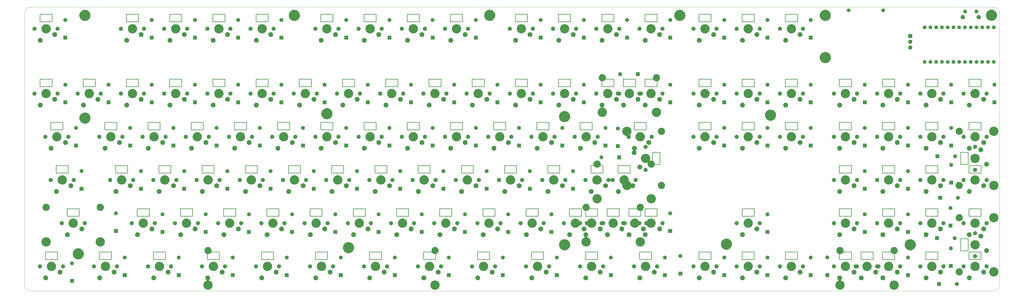
<source format=gts>
G04 #@! TF.GenerationSoftware,KiCad,Pcbnew,(5.1.5)-3*
G04 #@! TF.CreationDate,2021-02-16T22:09:04+09:00*
G04 #@! TF.ProjectId,108,3130382e-6b69-4636-9164-5f7063625858,rev?*
G04 #@! TF.SameCoordinates,Original*
G04 #@! TF.FileFunction,Soldermask,Top*
G04 #@! TF.FilePolarity,Negative*
%FSLAX46Y46*%
G04 Gerber Fmt 4.6, Leading zero omitted, Abs format (unit mm)*
G04 Created by KiCad (PCBNEW (5.1.5)-3) date 2021-02-16 22:09:04*
%MOMM*%
%LPD*%
G04 APERTURE LIST*
%ADD10C,0.050000*%
%ADD11C,0.100000*%
G04 APERTURE END LIST*
D10*
X417830000Y9525000D02*
G75*
G02X420370000Y6985000I0J-2540000D01*
G01*
X-9525000Y6985000D02*
G75*
G02X-6985000Y9525000I2540000J0D01*
G01*
X420370000Y-113030000D02*
G75*
G02X417830000Y-115570000I-2540000J0D01*
G01*
X-6985000Y-115570000D02*
G75*
G02X-9525000Y-113030000I0J2540000D01*
G01*
X420370000Y6985000D02*
X420370000Y-113030000D01*
X-6985000Y-115570000D02*
X417830000Y-115570000D01*
X-9525000Y-113030000D02*
X-9525000Y6985000D01*
X417830000Y9525000D02*
X-6985000Y9525000D01*
D11*
G36*
X374484474Y-111063684D02*
G01*
X374702474Y-111153983D01*
X374856623Y-111217833D01*
X375191548Y-111441623D01*
X375476377Y-111726452D01*
X375700167Y-112061377D01*
X375723995Y-112118903D01*
X375854316Y-112433526D01*
X375932900Y-112828594D01*
X375932900Y-113231406D01*
X375854316Y-113626474D01*
X375764017Y-113844474D01*
X375700167Y-113998623D01*
X375476377Y-114333548D01*
X375191548Y-114618377D01*
X374856623Y-114842167D01*
X374702474Y-114906017D01*
X374484474Y-114996316D01*
X374089406Y-115074900D01*
X373686594Y-115074900D01*
X373291526Y-114996316D01*
X373073526Y-114906017D01*
X372919377Y-114842167D01*
X372584452Y-114618377D01*
X372299623Y-114333548D01*
X372075833Y-113998623D01*
X372011983Y-113844474D01*
X371921684Y-113626474D01*
X371843100Y-113231406D01*
X371843100Y-112828594D01*
X371921684Y-112433526D01*
X372052005Y-112118903D01*
X372075833Y-112061377D01*
X372299623Y-111726452D01*
X372584452Y-111441623D01*
X372919377Y-111217833D01*
X373073526Y-111153983D01*
X373291526Y-111063684D01*
X373686594Y-110985100D01*
X374089406Y-110985100D01*
X374484474Y-111063684D01*
G37*
G36*
X172078474Y-111063684D02*
G01*
X172296474Y-111153983D01*
X172450623Y-111217833D01*
X172785548Y-111441623D01*
X173070377Y-111726452D01*
X173294167Y-112061377D01*
X173317995Y-112118903D01*
X173448316Y-112433526D01*
X173526900Y-112828594D01*
X173526900Y-113231406D01*
X173448316Y-113626474D01*
X173358017Y-113844474D01*
X173294167Y-113998623D01*
X173070377Y-114333548D01*
X172785548Y-114618377D01*
X172450623Y-114842167D01*
X172296474Y-114906017D01*
X172078474Y-114996316D01*
X171683406Y-115074900D01*
X171280594Y-115074900D01*
X170885526Y-114996316D01*
X170667526Y-114906017D01*
X170513377Y-114842167D01*
X170178452Y-114618377D01*
X169893623Y-114333548D01*
X169669833Y-113998623D01*
X169605983Y-113844474D01*
X169515684Y-113626474D01*
X169437100Y-113231406D01*
X169437100Y-112828594D01*
X169515684Y-112433526D01*
X169646005Y-112118903D01*
X169669833Y-112061377D01*
X169893623Y-111726452D01*
X170178452Y-111441623D01*
X170513377Y-111217833D01*
X170667526Y-111153983D01*
X170885526Y-111063684D01*
X171280594Y-110985100D01*
X171683406Y-110985100D01*
X172078474Y-111063684D01*
G37*
G36*
X71589731Y-108829003D02*
G01*
X71783912Y-108909436D01*
X71783914Y-108909437D01*
X71958673Y-109026207D01*
X72107293Y-109174827D01*
X72146096Y-109232900D01*
X72224064Y-109349588D01*
X72304497Y-109543769D01*
X72345500Y-109749908D01*
X72345500Y-109960092D01*
X72304497Y-110166231D01*
X72224064Y-110360412D01*
X72224063Y-110360414D01*
X72107293Y-110535173D01*
X71958673Y-110683793D01*
X71792136Y-110795069D01*
X71781515Y-110802166D01*
X71762573Y-110817711D01*
X71747028Y-110836653D01*
X71735477Y-110858264D01*
X71728364Y-110881713D01*
X71725962Y-110906099D01*
X71728364Y-110930485D01*
X71735477Y-110953934D01*
X71747028Y-110975545D01*
X71762573Y-110994487D01*
X71781515Y-111010032D01*
X71803126Y-111021583D01*
X71826575Y-111028696D01*
X72002475Y-111063684D01*
X72265623Y-111172684D01*
X72374623Y-111217833D01*
X72709548Y-111441623D01*
X72994377Y-111726452D01*
X73218167Y-112061377D01*
X73241995Y-112118903D01*
X73372316Y-112433526D01*
X73450900Y-112828594D01*
X73450900Y-113231406D01*
X73372316Y-113626474D01*
X73282017Y-113844474D01*
X73218167Y-113998623D01*
X72994377Y-114333548D01*
X72709548Y-114618377D01*
X72374623Y-114842167D01*
X72220474Y-114906017D01*
X72002474Y-114996316D01*
X71607406Y-115074900D01*
X71204594Y-115074900D01*
X70809526Y-114996316D01*
X70591526Y-114906017D01*
X70437377Y-114842167D01*
X70102452Y-114618377D01*
X69817623Y-114333548D01*
X69593833Y-113998623D01*
X69529983Y-113844474D01*
X69439684Y-113626474D01*
X69361100Y-113231406D01*
X69361100Y-112828594D01*
X69439684Y-112433526D01*
X69570005Y-112118903D01*
X69593833Y-112061377D01*
X69817623Y-111726452D01*
X70102452Y-111441623D01*
X70437377Y-111217833D01*
X70568952Y-111163333D01*
X70809528Y-111063683D01*
X70809910Y-111063607D01*
X70833359Y-111056493D01*
X70854969Y-111044941D01*
X70873910Y-111029395D01*
X70889455Y-111010452D01*
X70901005Y-110988841D01*
X70908117Y-110965392D01*
X70910518Y-110941006D01*
X70908115Y-110916620D01*
X70901001Y-110893171D01*
X70889449Y-110871561D01*
X70873903Y-110852620D01*
X70854960Y-110837075D01*
X70833354Y-110825527D01*
X70773088Y-110800564D01*
X70773087Y-110800564D01*
X70773086Y-110800563D01*
X70598327Y-110683793D01*
X70449707Y-110535173D01*
X70332937Y-110360414D01*
X70332936Y-110360412D01*
X70252503Y-110166231D01*
X70211500Y-109960092D01*
X70211500Y-109749908D01*
X70252503Y-109543769D01*
X70332936Y-109349588D01*
X70410904Y-109232900D01*
X70449707Y-109174827D01*
X70598327Y-109026207D01*
X70773086Y-108909437D01*
X70773088Y-108909436D01*
X70967269Y-108829003D01*
X71173408Y-108788000D01*
X71383592Y-108788000D01*
X71589731Y-108829003D01*
G37*
G36*
X350196231Y-108829003D02*
G01*
X350390412Y-108909436D01*
X350390414Y-108909437D01*
X350565173Y-109026207D01*
X350713793Y-109174827D01*
X350752596Y-109232900D01*
X350830564Y-109349588D01*
X350910997Y-109543769D01*
X350952000Y-109749908D01*
X350952000Y-109960092D01*
X350910997Y-110166231D01*
X350830564Y-110360412D01*
X350830563Y-110360414D01*
X350713793Y-110535173D01*
X350565173Y-110683793D01*
X350390414Y-110800563D01*
X350387901Y-110802242D01*
X350368959Y-110817787D01*
X350353414Y-110836729D01*
X350341863Y-110858340D01*
X350334750Y-110881789D01*
X350332348Y-110906175D01*
X350334750Y-110930561D01*
X350341863Y-110954010D01*
X350353414Y-110975621D01*
X350368959Y-110994563D01*
X350387901Y-111010108D01*
X350409512Y-111021659D01*
X350432961Y-111028772D01*
X350608474Y-111063684D01*
X350826474Y-111153983D01*
X350980623Y-111217833D01*
X351315548Y-111441623D01*
X351600377Y-111726452D01*
X351824167Y-112061377D01*
X351847995Y-112118903D01*
X351978316Y-112433526D01*
X352056900Y-112828594D01*
X352056900Y-113231406D01*
X351978316Y-113626474D01*
X351888017Y-113844474D01*
X351824167Y-113998623D01*
X351600377Y-114333548D01*
X351315548Y-114618377D01*
X350980623Y-114842167D01*
X350826474Y-114906017D01*
X350608474Y-114996316D01*
X350213406Y-115074900D01*
X349810594Y-115074900D01*
X349415526Y-114996316D01*
X349197526Y-114906017D01*
X349043377Y-114842167D01*
X348708452Y-114618377D01*
X348423623Y-114333548D01*
X348199833Y-113998623D01*
X348135983Y-113844474D01*
X348045684Y-113626474D01*
X347967100Y-113231406D01*
X347967100Y-112828594D01*
X348045684Y-112433526D01*
X348176005Y-112118903D01*
X348199833Y-112061377D01*
X348423623Y-111726452D01*
X348708452Y-111441623D01*
X349043377Y-111217833D01*
X349229451Y-111140759D01*
X349415524Y-111063685D01*
X349416246Y-111063541D01*
X349439695Y-111056427D01*
X349461305Y-111044875D01*
X349480247Y-111029330D01*
X349495792Y-111010387D01*
X349507342Y-110988776D01*
X349514455Y-110965327D01*
X349516856Y-110940941D01*
X349514454Y-110916555D01*
X349507340Y-110893106D01*
X349495788Y-110871496D01*
X349480243Y-110852554D01*
X349461300Y-110837009D01*
X349439692Y-110825460D01*
X349379588Y-110800564D01*
X349379587Y-110800564D01*
X349379586Y-110800563D01*
X349204827Y-110683793D01*
X349056207Y-110535173D01*
X348939437Y-110360414D01*
X348939436Y-110360412D01*
X348859003Y-110166231D01*
X348818000Y-109960092D01*
X348818000Y-109749908D01*
X348859003Y-109543769D01*
X348939436Y-109349588D01*
X349017404Y-109232900D01*
X349056207Y-109174827D01*
X349204827Y-109026207D01*
X349379586Y-108909437D01*
X349379588Y-108909436D01*
X349573769Y-108829003D01*
X349779908Y-108788000D01*
X349990092Y-108788000D01*
X350196231Y-108829003D01*
G37*
G36*
X401782228Y-111703703D02*
G01*
X401937100Y-111767853D01*
X402076481Y-111860985D01*
X402195015Y-111979519D01*
X402288147Y-112118900D01*
X402352297Y-112273772D01*
X402385000Y-112438184D01*
X402385000Y-112605816D01*
X402352297Y-112770228D01*
X402288147Y-112925100D01*
X402195015Y-113064481D01*
X402076481Y-113183015D01*
X401937100Y-113276147D01*
X401782228Y-113340297D01*
X401617816Y-113373000D01*
X401450184Y-113373000D01*
X401285772Y-113340297D01*
X401130900Y-113276147D01*
X400991519Y-113183015D01*
X400872985Y-113064481D01*
X400779853Y-112925100D01*
X400715703Y-112770228D01*
X400683000Y-112605816D01*
X400683000Y-112438184D01*
X400715703Y-112273772D01*
X400779853Y-112118900D01*
X400872985Y-111979519D01*
X400991519Y-111860985D01*
X401130900Y-111767853D01*
X401285772Y-111703703D01*
X401450184Y-111671000D01*
X401617816Y-111671000D01*
X401782228Y-111703703D01*
G37*
G36*
X394585000Y-113373000D02*
G01*
X392883000Y-113373000D01*
X392883000Y-111671000D01*
X394585000Y-111671000D01*
X394585000Y-113373000D01*
G37*
G36*
X12281000Y-112066000D02*
G01*
X10579000Y-112066000D01*
X10579000Y-110364000D01*
X12281000Y-110364000D01*
X12281000Y-112066000D01*
G37*
G36*
X190652231Y-108829003D02*
G01*
X190846412Y-108909436D01*
X190846414Y-108909437D01*
X191021173Y-109026207D01*
X191169793Y-109174827D01*
X191208596Y-109232900D01*
X191286564Y-109349588D01*
X191366997Y-109543769D01*
X191408000Y-109749908D01*
X191408000Y-109960092D01*
X191366997Y-110166231D01*
X191286564Y-110360412D01*
X191286563Y-110360414D01*
X191169793Y-110535173D01*
X191021173Y-110683793D01*
X190846414Y-110800563D01*
X190846413Y-110800564D01*
X190846412Y-110800564D01*
X190652231Y-110880997D01*
X190446092Y-110922000D01*
X190235908Y-110922000D01*
X190029769Y-110880997D01*
X189835588Y-110800564D01*
X189835587Y-110800564D01*
X189835586Y-110800563D01*
X189660827Y-110683793D01*
X189512207Y-110535173D01*
X189395437Y-110360414D01*
X189395436Y-110360412D01*
X189315003Y-110166231D01*
X189274000Y-109960092D01*
X189274000Y-109749908D01*
X189315003Y-109543769D01*
X189395436Y-109349588D01*
X189473404Y-109232900D01*
X189512207Y-109174827D01*
X189660827Y-109026207D01*
X189835586Y-108909437D01*
X189835588Y-108909436D01*
X190029769Y-108829003D01*
X190235908Y-108788000D01*
X190446092Y-108788000D01*
X190652231Y-108829003D01*
G37*
G36*
X238277231Y-108829003D02*
G01*
X238471412Y-108909436D01*
X238471414Y-108909437D01*
X238646173Y-109026207D01*
X238794793Y-109174827D01*
X238833596Y-109232900D01*
X238911564Y-109349588D01*
X238991997Y-109543769D01*
X239033000Y-109749908D01*
X239033000Y-109960092D01*
X238991997Y-110166231D01*
X238911564Y-110360412D01*
X238911563Y-110360414D01*
X238794793Y-110535173D01*
X238646173Y-110683793D01*
X238471414Y-110800563D01*
X238471413Y-110800564D01*
X238471412Y-110800564D01*
X238277231Y-110880997D01*
X238071092Y-110922000D01*
X237860908Y-110922000D01*
X237654769Y-110880997D01*
X237460588Y-110800564D01*
X237460587Y-110800564D01*
X237460586Y-110800563D01*
X237285827Y-110683793D01*
X237137207Y-110535173D01*
X237020437Y-110360414D01*
X237020436Y-110360412D01*
X236940003Y-110166231D01*
X236899000Y-109960092D01*
X236899000Y-109749908D01*
X236940003Y-109543769D01*
X237020436Y-109349588D01*
X237098404Y-109232900D01*
X237137207Y-109174827D01*
X237285827Y-109026207D01*
X237460586Y-108909437D01*
X237460588Y-108909436D01*
X237654769Y-108829003D01*
X237860908Y-108788000D01*
X238071092Y-108788000D01*
X238277231Y-108829003D01*
G37*
G36*
X166839231Y-108829003D02*
G01*
X167033412Y-108909436D01*
X167033414Y-108909437D01*
X167208173Y-109026207D01*
X167356793Y-109174827D01*
X167395596Y-109232900D01*
X167473564Y-109349588D01*
X167553997Y-109543769D01*
X167595000Y-109749908D01*
X167595000Y-109960092D01*
X167553997Y-110166231D01*
X167473564Y-110360412D01*
X167473563Y-110360414D01*
X167356793Y-110535173D01*
X167208173Y-110683793D01*
X167033414Y-110800563D01*
X167033413Y-110800564D01*
X167033412Y-110800564D01*
X166839231Y-110880997D01*
X166633092Y-110922000D01*
X166422908Y-110922000D01*
X166216769Y-110880997D01*
X166022588Y-110800564D01*
X166022587Y-110800564D01*
X166022586Y-110800563D01*
X165847827Y-110683793D01*
X165699207Y-110535173D01*
X165582437Y-110360414D01*
X165582436Y-110360412D01*
X165502003Y-110166231D01*
X165461000Y-109960092D01*
X165461000Y-109749908D01*
X165502003Y-109543769D01*
X165582436Y-109349588D01*
X165660404Y-109232900D01*
X165699207Y-109174827D01*
X165847827Y-109026207D01*
X166022586Y-108909437D01*
X166022588Y-108909436D01*
X166216769Y-108829003D01*
X166422908Y-108788000D01*
X166633092Y-108788000D01*
X166839231Y-108829003D01*
G37*
G36*
X262089231Y-108829003D02*
G01*
X262283412Y-108909436D01*
X262283414Y-108909437D01*
X262458173Y-109026207D01*
X262606793Y-109174827D01*
X262645596Y-109232900D01*
X262723564Y-109349588D01*
X262803997Y-109543769D01*
X262845000Y-109749908D01*
X262845000Y-109960092D01*
X262803997Y-110166231D01*
X262723564Y-110360412D01*
X262723563Y-110360414D01*
X262606793Y-110535173D01*
X262458173Y-110683793D01*
X262283414Y-110800563D01*
X262283413Y-110800564D01*
X262283412Y-110800564D01*
X262089231Y-110880997D01*
X261883092Y-110922000D01*
X261672908Y-110922000D01*
X261466769Y-110880997D01*
X261272588Y-110800564D01*
X261272587Y-110800564D01*
X261272586Y-110800563D01*
X261097827Y-110683793D01*
X260949207Y-110535173D01*
X260832437Y-110360414D01*
X260832436Y-110360412D01*
X260752003Y-110166231D01*
X260711000Y-109960092D01*
X260711000Y-109749908D01*
X260752003Y-109543769D01*
X260832436Y-109349588D01*
X260910404Y-109232900D01*
X260949207Y-109174827D01*
X261097827Y-109026207D01*
X261272586Y-108909437D01*
X261272588Y-108909436D01*
X261466769Y-108829003D01*
X261672908Y-108788000D01*
X261883092Y-108788000D01*
X262089231Y-108829003D01*
G37*
G36*
X359721231Y-108829003D02*
G01*
X359915412Y-108909436D01*
X359915414Y-108909437D01*
X360090173Y-109026207D01*
X360238793Y-109174827D01*
X360277596Y-109232900D01*
X360355564Y-109349588D01*
X360435997Y-109543769D01*
X360477000Y-109749908D01*
X360477000Y-109960092D01*
X360435997Y-110166231D01*
X360355564Y-110360412D01*
X360355563Y-110360414D01*
X360238793Y-110535173D01*
X360090173Y-110683793D01*
X359915414Y-110800563D01*
X359915413Y-110800564D01*
X359915412Y-110800564D01*
X359721231Y-110880997D01*
X359515092Y-110922000D01*
X359304908Y-110922000D01*
X359098769Y-110880997D01*
X358904588Y-110800564D01*
X358904587Y-110800564D01*
X358904586Y-110800563D01*
X358729827Y-110683793D01*
X358581207Y-110535173D01*
X358464437Y-110360414D01*
X358464436Y-110360412D01*
X358384003Y-110166231D01*
X358343000Y-109960092D01*
X358343000Y-109749908D01*
X358384003Y-109543769D01*
X358464436Y-109349588D01*
X358542404Y-109232900D01*
X358581207Y-109174827D01*
X358729827Y-109026207D01*
X358904586Y-108909437D01*
X358904588Y-108909436D01*
X359098769Y-108829003D01*
X359304908Y-108788000D01*
X359515092Y-108788000D01*
X359721231Y-108829003D01*
G37*
G36*
X326383231Y-108829003D02*
G01*
X326577412Y-108909436D01*
X326577414Y-108909437D01*
X326752173Y-109026207D01*
X326900793Y-109174827D01*
X326939596Y-109232900D01*
X327017564Y-109349588D01*
X327097997Y-109543769D01*
X327139000Y-109749908D01*
X327139000Y-109960092D01*
X327097997Y-110166231D01*
X327017564Y-110360412D01*
X327017563Y-110360414D01*
X326900793Y-110535173D01*
X326752173Y-110683793D01*
X326577414Y-110800563D01*
X326577413Y-110800564D01*
X326577412Y-110800564D01*
X326383231Y-110880997D01*
X326177092Y-110922000D01*
X325966908Y-110922000D01*
X325760769Y-110880997D01*
X325566588Y-110800564D01*
X325566587Y-110800564D01*
X325566586Y-110800563D01*
X325391827Y-110683793D01*
X325243207Y-110535173D01*
X325126437Y-110360414D01*
X325126436Y-110360412D01*
X325046003Y-110166231D01*
X325005000Y-109960092D01*
X325005000Y-109749908D01*
X325046003Y-109543769D01*
X325126436Y-109349588D01*
X325204404Y-109232900D01*
X325243207Y-109174827D01*
X325391827Y-109026207D01*
X325566586Y-108909437D01*
X325566588Y-108909436D01*
X325760769Y-108829003D01*
X325966908Y-108788000D01*
X326177092Y-108788000D01*
X326383231Y-108829003D01*
G37*
G36*
X388296231Y-108829003D02*
G01*
X388490412Y-108909436D01*
X388490414Y-108909437D01*
X388665173Y-109026207D01*
X388813793Y-109174827D01*
X388852596Y-109232900D01*
X388930564Y-109349588D01*
X389010997Y-109543769D01*
X389052000Y-109749908D01*
X389052000Y-109960092D01*
X389010997Y-110166231D01*
X388930564Y-110360412D01*
X388930563Y-110360414D01*
X388813793Y-110535173D01*
X388665173Y-110683793D01*
X388490414Y-110800563D01*
X388490413Y-110800564D01*
X388490412Y-110800564D01*
X388296231Y-110880997D01*
X388090092Y-110922000D01*
X387879908Y-110922000D01*
X387673769Y-110880997D01*
X387479588Y-110800564D01*
X387479587Y-110800564D01*
X387479586Y-110800563D01*
X387304827Y-110683793D01*
X387156207Y-110535173D01*
X387039437Y-110360414D01*
X387039436Y-110360412D01*
X386959003Y-110166231D01*
X386918000Y-109960092D01*
X386918000Y-109749908D01*
X386959003Y-109543769D01*
X387039436Y-109349588D01*
X387117404Y-109232900D01*
X387156207Y-109174827D01*
X387304827Y-109026207D01*
X387479586Y-108909437D01*
X387479588Y-108909436D01*
X387673769Y-108829003D01*
X387879908Y-108788000D01*
X388090092Y-108788000D01*
X388296231Y-108829003D01*
G37*
G36*
X288283231Y-108829003D02*
G01*
X288477412Y-108909436D01*
X288477414Y-108909437D01*
X288652173Y-109026207D01*
X288800793Y-109174827D01*
X288839596Y-109232900D01*
X288917564Y-109349588D01*
X288997997Y-109543769D01*
X289039000Y-109749908D01*
X289039000Y-109960092D01*
X288997997Y-110166231D01*
X288917564Y-110360412D01*
X288917563Y-110360414D01*
X288800793Y-110535173D01*
X288652173Y-110683793D01*
X288477414Y-110800563D01*
X288477413Y-110800564D01*
X288477412Y-110800564D01*
X288283231Y-110880997D01*
X288077092Y-110922000D01*
X287866908Y-110922000D01*
X287660769Y-110880997D01*
X287466588Y-110800564D01*
X287466587Y-110800564D01*
X287466586Y-110800563D01*
X287291827Y-110683793D01*
X287143207Y-110535173D01*
X287026437Y-110360414D01*
X287026436Y-110360412D01*
X286946003Y-110166231D01*
X286905000Y-109960092D01*
X286905000Y-109749908D01*
X286946003Y-109543769D01*
X287026436Y-109349588D01*
X287104404Y-109232900D01*
X287143207Y-109174827D01*
X287291827Y-109026207D01*
X287466586Y-108909437D01*
X287466588Y-108909436D01*
X287660769Y-108829003D01*
X287866908Y-108788000D01*
X288077092Y-108788000D01*
X288283231Y-108829003D01*
G37*
G36*
X307333231Y-108829003D02*
G01*
X307527412Y-108909436D01*
X307527414Y-108909437D01*
X307702173Y-109026207D01*
X307850793Y-109174827D01*
X307889596Y-109232900D01*
X307967564Y-109349588D01*
X308047997Y-109543769D01*
X308089000Y-109749908D01*
X308089000Y-109960092D01*
X308047997Y-110166231D01*
X307967564Y-110360412D01*
X307967563Y-110360414D01*
X307850793Y-110535173D01*
X307702173Y-110683793D01*
X307527414Y-110800563D01*
X307527413Y-110800564D01*
X307527412Y-110800564D01*
X307333231Y-110880997D01*
X307127092Y-110922000D01*
X306916908Y-110922000D01*
X306710769Y-110880997D01*
X306516588Y-110800564D01*
X306516587Y-110800564D01*
X306516586Y-110800563D01*
X306341827Y-110683793D01*
X306193207Y-110535173D01*
X306076437Y-110360414D01*
X306076436Y-110360412D01*
X305996003Y-110166231D01*
X305955000Y-109960092D01*
X305955000Y-109749908D01*
X305996003Y-109543769D01*
X306076436Y-109349588D01*
X306154404Y-109232900D01*
X306193207Y-109174827D01*
X306341827Y-109026207D01*
X306516586Y-108909437D01*
X306516588Y-108909436D01*
X306710769Y-108829003D01*
X306916908Y-108788000D01*
X307127092Y-108788000D01*
X307333231Y-108829003D01*
G37*
G36*
X119215231Y-108829003D02*
G01*
X119409412Y-108909436D01*
X119409414Y-108909437D01*
X119584173Y-109026207D01*
X119732793Y-109174827D01*
X119771596Y-109232900D01*
X119849564Y-109349588D01*
X119929997Y-109543769D01*
X119971000Y-109749908D01*
X119971000Y-109960092D01*
X119929997Y-110166231D01*
X119849564Y-110360412D01*
X119849563Y-110360414D01*
X119732793Y-110535173D01*
X119584173Y-110683793D01*
X119409414Y-110800563D01*
X119409413Y-110800564D01*
X119409412Y-110800564D01*
X119215231Y-110880997D01*
X119009092Y-110922000D01*
X118798908Y-110922000D01*
X118592769Y-110880997D01*
X118398588Y-110800564D01*
X118398587Y-110800564D01*
X118398586Y-110800563D01*
X118223827Y-110683793D01*
X118075207Y-110535173D01*
X117958437Y-110360414D01*
X117958436Y-110360412D01*
X117878003Y-110166231D01*
X117837000Y-109960092D01*
X117837000Y-109749908D01*
X117878003Y-109543769D01*
X117958436Y-109349588D01*
X118036404Y-109232900D01*
X118075207Y-109174827D01*
X118223827Y-109026207D01*
X118398586Y-108909437D01*
X118398588Y-108909436D01*
X118592769Y-108829003D01*
X118798908Y-108788000D01*
X119009092Y-108788000D01*
X119215231Y-108829003D01*
G37*
G36*
X369246231Y-108829003D02*
G01*
X369440412Y-108909436D01*
X369440414Y-108909437D01*
X369615173Y-109026207D01*
X369763793Y-109174827D01*
X369802596Y-109232900D01*
X369880564Y-109349588D01*
X369960997Y-109543769D01*
X370002000Y-109749908D01*
X370002000Y-109960092D01*
X369960997Y-110166231D01*
X369880564Y-110360412D01*
X369880563Y-110360414D01*
X369763793Y-110535173D01*
X369615173Y-110683793D01*
X369440414Y-110800563D01*
X369440413Y-110800564D01*
X369440412Y-110800564D01*
X369246231Y-110880997D01*
X369040092Y-110922000D01*
X368829908Y-110922000D01*
X368623769Y-110880997D01*
X368429588Y-110800564D01*
X368429587Y-110800564D01*
X368429586Y-110800563D01*
X368254827Y-110683793D01*
X368106207Y-110535173D01*
X367989437Y-110360414D01*
X367989436Y-110360412D01*
X367909003Y-110166231D01*
X367868000Y-109960092D01*
X367868000Y-109749908D01*
X367909003Y-109543769D01*
X367989436Y-109349588D01*
X368067404Y-109232900D01*
X368106207Y-109174827D01*
X368254827Y-109026207D01*
X368429586Y-108909437D01*
X368429588Y-108909436D01*
X368623769Y-108829003D01*
X368829908Y-108788000D01*
X369040092Y-108788000D01*
X369246231Y-108829003D01*
G37*
G36*
X407346231Y-108829003D02*
G01*
X407540412Y-108909436D01*
X407540414Y-108909437D01*
X407715173Y-109026207D01*
X407863793Y-109174827D01*
X407902596Y-109232900D01*
X407980564Y-109349588D01*
X408060997Y-109543769D01*
X408102000Y-109749908D01*
X408102000Y-109960092D01*
X408060997Y-110166231D01*
X407980564Y-110360412D01*
X407980563Y-110360414D01*
X407863793Y-110535173D01*
X407715173Y-110683793D01*
X407540414Y-110800563D01*
X407540413Y-110800564D01*
X407540412Y-110800564D01*
X407346231Y-110880997D01*
X407140092Y-110922000D01*
X406929908Y-110922000D01*
X406723769Y-110880997D01*
X406529588Y-110800564D01*
X406529587Y-110800564D01*
X406529586Y-110800563D01*
X406354827Y-110683793D01*
X406206207Y-110535173D01*
X406089437Y-110360414D01*
X406089436Y-110360412D01*
X406009003Y-110166231D01*
X405968000Y-109960092D01*
X405968000Y-109749908D01*
X406009003Y-109543769D01*
X406089436Y-109349588D01*
X406167404Y-109232900D01*
X406206207Y-109174827D01*
X406354827Y-109026207D01*
X406529586Y-108909437D01*
X406529588Y-108909436D01*
X406723769Y-108829003D01*
X406929908Y-108788000D01*
X407140092Y-108788000D01*
X407346231Y-108829003D01*
G37*
G36*
X214465231Y-108829003D02*
G01*
X214659412Y-108909436D01*
X214659414Y-108909437D01*
X214834173Y-109026207D01*
X214982793Y-109174827D01*
X215021596Y-109232900D01*
X215099564Y-109349588D01*
X215179997Y-109543769D01*
X215221000Y-109749908D01*
X215221000Y-109960092D01*
X215179997Y-110166231D01*
X215099564Y-110360412D01*
X215099563Y-110360414D01*
X214982793Y-110535173D01*
X214834173Y-110683793D01*
X214659414Y-110800563D01*
X214659413Y-110800564D01*
X214659412Y-110800564D01*
X214465231Y-110880997D01*
X214259092Y-110922000D01*
X214048908Y-110922000D01*
X213842769Y-110880997D01*
X213648588Y-110800564D01*
X213648587Y-110800564D01*
X213648586Y-110800563D01*
X213473827Y-110683793D01*
X213325207Y-110535173D01*
X213208437Y-110360414D01*
X213208436Y-110360412D01*
X213128003Y-110166231D01*
X213087000Y-109960092D01*
X213087000Y-109749908D01*
X213128003Y-109543769D01*
X213208436Y-109349588D01*
X213286404Y-109232900D01*
X213325207Y-109174827D01*
X213473827Y-109026207D01*
X213648586Y-108909437D01*
X213648588Y-108909436D01*
X213842769Y-108829003D01*
X214048908Y-108788000D01*
X214259092Y-108788000D01*
X214465231Y-108829003D01*
G37*
G36*
X143027231Y-108829003D02*
G01*
X143221412Y-108909436D01*
X143221414Y-108909437D01*
X143396173Y-109026207D01*
X143544793Y-109174827D01*
X143583596Y-109232900D01*
X143661564Y-109349588D01*
X143741997Y-109543769D01*
X143783000Y-109749908D01*
X143783000Y-109960092D01*
X143741997Y-110166231D01*
X143661564Y-110360412D01*
X143661563Y-110360414D01*
X143544793Y-110535173D01*
X143396173Y-110683793D01*
X143221414Y-110800563D01*
X143221413Y-110800564D01*
X143221412Y-110800564D01*
X143027231Y-110880997D01*
X142821092Y-110922000D01*
X142610908Y-110922000D01*
X142404769Y-110880997D01*
X142210588Y-110800564D01*
X142210587Y-110800564D01*
X142210586Y-110800563D01*
X142035827Y-110683793D01*
X141887207Y-110535173D01*
X141770437Y-110360414D01*
X141770436Y-110360412D01*
X141690003Y-110166231D01*
X141649000Y-109960092D01*
X141649000Y-109749908D01*
X141690003Y-109543769D01*
X141770436Y-109349588D01*
X141848404Y-109232900D01*
X141887207Y-109174827D01*
X142035827Y-109026207D01*
X142210586Y-108909437D01*
X142210588Y-108909436D01*
X142404769Y-108829003D01*
X142610908Y-108788000D01*
X142821092Y-108788000D01*
X143027231Y-108829003D01*
G37*
G36*
X152231Y-108829003D02*
G01*
X346412Y-108909436D01*
X346414Y-108909437D01*
X521173Y-109026207D01*
X669793Y-109174827D01*
X708596Y-109232900D01*
X786564Y-109349588D01*
X866997Y-109543769D01*
X908000Y-109749908D01*
X908000Y-109960092D01*
X866997Y-110166231D01*
X786564Y-110360412D01*
X786563Y-110360414D01*
X669793Y-110535173D01*
X521173Y-110683793D01*
X346414Y-110800563D01*
X346413Y-110800564D01*
X346412Y-110800564D01*
X152231Y-110880997D01*
X-53908Y-110922000D01*
X-264092Y-110922000D01*
X-470231Y-110880997D01*
X-664412Y-110800564D01*
X-664413Y-110800564D01*
X-664414Y-110800563D01*
X-839173Y-110683793D01*
X-987793Y-110535173D01*
X-1104563Y-110360414D01*
X-1104564Y-110360412D01*
X-1184997Y-110166231D01*
X-1226000Y-109960092D01*
X-1226000Y-109749908D01*
X-1184997Y-109543769D01*
X-1104564Y-109349588D01*
X-1026596Y-109232900D01*
X-987793Y-109174827D01*
X-839173Y-109026207D01*
X-664414Y-108909437D01*
X-664412Y-108909436D01*
X-470231Y-108829003D01*
X-264092Y-108788000D01*
X-53908Y-108788000D01*
X152231Y-108829003D01*
G37*
G36*
X23964731Y-108829003D02*
G01*
X24158912Y-108909436D01*
X24158914Y-108909437D01*
X24333673Y-109026207D01*
X24482293Y-109174827D01*
X24521096Y-109232900D01*
X24599064Y-109349588D01*
X24679497Y-109543769D01*
X24720500Y-109749908D01*
X24720500Y-109960092D01*
X24679497Y-110166231D01*
X24599064Y-110360412D01*
X24599063Y-110360414D01*
X24482293Y-110535173D01*
X24333673Y-110683793D01*
X24158914Y-110800563D01*
X24158913Y-110800564D01*
X24158912Y-110800564D01*
X23964731Y-110880997D01*
X23758592Y-110922000D01*
X23548408Y-110922000D01*
X23342269Y-110880997D01*
X23148088Y-110800564D01*
X23148087Y-110800564D01*
X23148086Y-110800563D01*
X22973327Y-110683793D01*
X22824707Y-110535173D01*
X22707937Y-110360414D01*
X22707936Y-110360412D01*
X22627503Y-110166231D01*
X22586500Y-109960092D01*
X22586500Y-109749908D01*
X22627503Y-109543769D01*
X22707936Y-109349588D01*
X22785904Y-109232900D01*
X22824707Y-109174827D01*
X22973327Y-109026207D01*
X23148086Y-108909437D01*
X23148088Y-108909436D01*
X23342269Y-108829003D01*
X23548408Y-108788000D01*
X23758592Y-108788000D01*
X23964731Y-108829003D01*
G37*
G36*
X47777231Y-108829003D02*
G01*
X47971412Y-108909436D01*
X47971414Y-108909437D01*
X48146173Y-109026207D01*
X48294793Y-109174827D01*
X48333596Y-109232900D01*
X48411564Y-109349588D01*
X48491997Y-109543769D01*
X48533000Y-109749908D01*
X48533000Y-109960092D01*
X48491997Y-110166231D01*
X48411564Y-110360412D01*
X48411563Y-110360414D01*
X48294793Y-110535173D01*
X48146173Y-110683793D01*
X47971414Y-110800563D01*
X47971413Y-110800564D01*
X47971412Y-110800564D01*
X47777231Y-110880997D01*
X47571092Y-110922000D01*
X47360908Y-110922000D01*
X47154769Y-110880997D01*
X46960588Y-110800564D01*
X46960587Y-110800564D01*
X46960586Y-110800563D01*
X46785827Y-110683793D01*
X46637207Y-110535173D01*
X46520437Y-110360414D01*
X46520436Y-110360412D01*
X46440003Y-110166231D01*
X46399000Y-109960092D01*
X46399000Y-109749908D01*
X46440003Y-109543769D01*
X46520436Y-109349588D01*
X46598404Y-109232900D01*
X46637207Y-109174827D01*
X46785827Y-109026207D01*
X46960586Y-108909437D01*
X46960588Y-108909436D01*
X47154769Y-108829003D01*
X47360908Y-108788000D01*
X47571092Y-108788000D01*
X47777231Y-108829003D01*
G37*
G36*
X95402231Y-108829003D02*
G01*
X95596412Y-108909436D01*
X95596414Y-108909437D01*
X95771173Y-109026207D01*
X95919793Y-109174827D01*
X95958596Y-109232900D01*
X96036564Y-109349588D01*
X96116997Y-109543769D01*
X96158000Y-109749908D01*
X96158000Y-109960092D01*
X96116997Y-110166231D01*
X96036564Y-110360412D01*
X96036563Y-110360414D01*
X95919793Y-110535173D01*
X95771173Y-110683793D01*
X95596414Y-110800563D01*
X95596413Y-110800564D01*
X95596412Y-110800564D01*
X95402231Y-110880997D01*
X95196092Y-110922000D01*
X94985908Y-110922000D01*
X94779769Y-110880997D01*
X94585588Y-110800564D01*
X94585587Y-110800564D01*
X94585586Y-110800563D01*
X94410827Y-110683793D01*
X94262207Y-110535173D01*
X94145437Y-110360414D01*
X94145436Y-110360412D01*
X94065003Y-110166231D01*
X94024000Y-109960092D01*
X94024000Y-109749908D01*
X94065003Y-109543769D01*
X94145436Y-109349588D01*
X94223404Y-109232900D01*
X94262207Y-109174827D01*
X94410827Y-109026207D01*
X94585586Y-108909437D01*
X94585588Y-108909436D01*
X94779769Y-108829003D01*
X94985908Y-108788000D01*
X95196092Y-108788000D01*
X95402231Y-108829003D01*
G37*
G36*
X83169500Y-109526000D02*
G01*
X81467500Y-109526000D01*
X81467500Y-107824000D01*
X83169500Y-107824000D01*
X83169500Y-109526000D01*
G37*
G36*
X154607000Y-109526000D02*
G01*
X152905000Y-109526000D01*
X152905000Y-107824000D01*
X154607000Y-107824000D01*
X154607000Y-109526000D01*
G37*
G36*
X35544500Y-109526000D02*
G01*
X33842500Y-109526000D01*
X33842500Y-107824000D01*
X35544500Y-107824000D01*
X35544500Y-109526000D01*
G37*
G36*
X130795000Y-109526000D02*
G01*
X129093000Y-109526000D01*
X129093000Y-107824000D01*
X130795000Y-107824000D01*
X130795000Y-109526000D01*
G37*
G36*
X106982000Y-109526000D02*
G01*
X105280000Y-109526000D01*
X105280000Y-107824000D01*
X106982000Y-107824000D01*
X106982000Y-109526000D01*
G37*
G36*
X273669000Y-109526000D02*
G01*
X271967000Y-109526000D01*
X271967000Y-107824000D01*
X273669000Y-107824000D01*
X273669000Y-109526000D01*
G37*
G36*
X59357000Y-109526000D02*
G01*
X57655000Y-109526000D01*
X57655000Y-107824000D01*
X59357000Y-107824000D01*
X59357000Y-109526000D01*
G37*
G36*
X299863000Y-109526000D02*
G01*
X298161000Y-109526000D01*
X298161000Y-107824000D01*
X299863000Y-107824000D01*
X299863000Y-109526000D01*
G37*
G36*
X249857000Y-109526000D02*
G01*
X248155000Y-109526000D01*
X248155000Y-107824000D01*
X249857000Y-107824000D01*
X249857000Y-109526000D01*
G37*
G36*
X337963000Y-109526000D02*
G01*
X336261000Y-109526000D01*
X336261000Y-107824000D01*
X337963000Y-107824000D01*
X337963000Y-109526000D01*
G37*
G36*
X380826000Y-109526000D02*
G01*
X379124000Y-109526000D01*
X379124000Y-107824000D01*
X380826000Y-107824000D01*
X380826000Y-109526000D01*
G37*
G36*
X226045000Y-109526000D02*
G01*
X224343000Y-109526000D01*
X224343000Y-107824000D01*
X226045000Y-107824000D01*
X226045000Y-109526000D01*
G37*
G36*
X178419000Y-109526000D02*
G01*
X176717000Y-109526000D01*
X176717000Y-107824000D01*
X178419000Y-107824000D01*
X178419000Y-109526000D01*
G37*
G36*
X202232000Y-109526000D02*
G01*
X200530000Y-109526000D01*
X200530000Y-107824000D01*
X202232000Y-107824000D01*
X202232000Y-109526000D01*
G37*
G36*
X318913000Y-109526000D02*
G01*
X317211000Y-109526000D01*
X317211000Y-107824000D01*
X318913000Y-107824000D01*
X318913000Y-109526000D01*
G37*
G36*
X345275000Y-109463000D02*
G01*
X343573000Y-109463000D01*
X343573000Y-107761000D01*
X345275000Y-107761000D01*
X345275000Y-109463000D01*
G37*
G36*
X418426474Y-105221684D02*
G01*
X418644474Y-105311983D01*
X418798623Y-105375833D01*
X419133548Y-105599623D01*
X419418377Y-105884452D01*
X419642167Y-106219377D01*
X419642167Y-106219378D01*
X419796316Y-106591526D01*
X419874900Y-106986594D01*
X419874900Y-107389406D01*
X419796316Y-107784474D01*
X419734363Y-107934041D01*
X419642167Y-108156623D01*
X419418377Y-108491548D01*
X419133548Y-108776377D01*
X418798623Y-109000167D01*
X418644474Y-109064017D01*
X418426474Y-109154316D01*
X418031406Y-109232900D01*
X417628594Y-109232900D01*
X417233526Y-109154316D01*
X417015526Y-109064017D01*
X416861377Y-109000167D01*
X416526452Y-108776377D01*
X416241623Y-108491548D01*
X416017833Y-108156623D01*
X415925637Y-107934041D01*
X415863684Y-107784474D01*
X415785100Y-107389406D01*
X415785100Y-106986594D01*
X415863684Y-106591526D01*
X416017833Y-106219378D01*
X416017833Y-106219377D01*
X416241623Y-105884452D01*
X416526452Y-105599623D01*
X416861377Y-105375833D01*
X417015526Y-105311983D01*
X417233526Y-105221684D01*
X417628594Y-105143100D01*
X418031406Y-105143100D01*
X418426474Y-105221684D01*
G37*
G36*
X280505000Y-108827000D02*
G01*
X278803000Y-108827000D01*
X278803000Y-107125000D01*
X280505000Y-107125000D01*
X280505000Y-108827000D01*
G37*
G36*
X402842640Y-105632397D02*
G01*
X403049411Y-105673526D01*
X403168137Y-105722704D01*
X403336041Y-105792252D01*
X403336042Y-105792253D01*
X403594004Y-105964617D01*
X403813383Y-106183996D01*
X403837024Y-106219378D01*
X403985748Y-106441959D01*
X404004076Y-106486207D01*
X404104474Y-106728589D01*
X404122637Y-106819900D01*
X404165000Y-107032875D01*
X404165000Y-107343125D01*
X404104474Y-107647410D01*
X403985748Y-107934041D01*
X403944901Y-107995173D01*
X403813383Y-108192004D01*
X403594004Y-108411383D01*
X403474028Y-108491548D01*
X403336041Y-108583748D01*
X403168137Y-108653296D01*
X403049411Y-108702474D01*
X402745125Y-108763000D01*
X402434875Y-108763000D01*
X402130589Y-108702474D01*
X402011863Y-108653296D01*
X401843959Y-108583748D01*
X401705972Y-108491548D01*
X401585996Y-108411383D01*
X401366617Y-108192004D01*
X401235099Y-107995173D01*
X401194252Y-107934041D01*
X401075526Y-107647410D01*
X401015000Y-107343125D01*
X401015000Y-107032875D01*
X401057363Y-106819900D01*
X401075526Y-106728589D01*
X401175924Y-106486207D01*
X401194252Y-106441959D01*
X401342976Y-106219378D01*
X401366617Y-106183996D01*
X401585996Y-105964617D01*
X401843958Y-105792253D01*
X401843959Y-105792252D01*
X402011863Y-105722704D01*
X402130589Y-105673526D01*
X402337360Y-105632397D01*
X402434875Y-105613000D01*
X402745125Y-105613000D01*
X402842640Y-105632397D01*
G37*
G36*
X30314731Y-106289003D02*
G01*
X30494284Y-106363377D01*
X30508914Y-106369437D01*
X30683673Y-106486207D01*
X30832293Y-106634827D01*
X30949063Y-106809586D01*
X30949064Y-106809588D01*
X31029497Y-107003769D01*
X31070500Y-107209908D01*
X31070500Y-107420092D01*
X31029497Y-107626231D01*
X30949064Y-107820412D01*
X30949063Y-107820414D01*
X30832293Y-107995173D01*
X30683673Y-108143793D01*
X30508914Y-108260563D01*
X30508913Y-108260564D01*
X30508912Y-108260564D01*
X30314731Y-108340997D01*
X30108592Y-108382000D01*
X29898408Y-108382000D01*
X29692269Y-108340997D01*
X29498088Y-108260564D01*
X29498087Y-108260564D01*
X29498086Y-108260563D01*
X29323327Y-108143793D01*
X29174707Y-107995173D01*
X29057937Y-107820414D01*
X29057936Y-107820412D01*
X28977503Y-107626231D01*
X28936500Y-107420092D01*
X28936500Y-107209908D01*
X28977503Y-107003769D01*
X29057936Y-106809588D01*
X29057937Y-106809586D01*
X29174707Y-106634827D01*
X29323327Y-106486207D01*
X29498086Y-106369437D01*
X29512716Y-106363377D01*
X29692269Y-106289003D01*
X29898408Y-106248000D01*
X30108592Y-106248000D01*
X30314731Y-106289003D01*
G37*
G36*
X244627231Y-106289003D02*
G01*
X244806784Y-106363377D01*
X244821414Y-106369437D01*
X244996173Y-106486207D01*
X245144793Y-106634827D01*
X245261563Y-106809586D01*
X245261564Y-106809588D01*
X245341997Y-107003769D01*
X245383000Y-107209908D01*
X245383000Y-107420092D01*
X245341997Y-107626231D01*
X245261564Y-107820412D01*
X245261563Y-107820414D01*
X245144793Y-107995173D01*
X244996173Y-108143793D01*
X244821414Y-108260563D01*
X244821413Y-108260564D01*
X244821412Y-108260564D01*
X244627231Y-108340997D01*
X244421092Y-108382000D01*
X244210908Y-108382000D01*
X244004769Y-108340997D01*
X243810588Y-108260564D01*
X243810587Y-108260564D01*
X243810586Y-108260563D01*
X243635827Y-108143793D01*
X243487207Y-107995173D01*
X243370437Y-107820414D01*
X243370436Y-107820412D01*
X243290003Y-107626231D01*
X243249000Y-107420092D01*
X243249000Y-107209908D01*
X243290003Y-107003769D01*
X243370436Y-106809588D01*
X243370437Y-106809586D01*
X243487207Y-106634827D01*
X243635827Y-106486207D01*
X243810586Y-106369437D01*
X243825216Y-106363377D01*
X244004769Y-106289003D01*
X244210908Y-106248000D01*
X244421092Y-106248000D01*
X244627231Y-106289003D01*
G37*
G36*
X268439231Y-106289003D02*
G01*
X268618784Y-106363377D01*
X268633414Y-106369437D01*
X268808173Y-106486207D01*
X268956793Y-106634827D01*
X269073563Y-106809586D01*
X269073564Y-106809588D01*
X269153997Y-107003769D01*
X269195000Y-107209908D01*
X269195000Y-107420092D01*
X269153997Y-107626231D01*
X269073564Y-107820412D01*
X269073563Y-107820414D01*
X268956793Y-107995173D01*
X268808173Y-108143793D01*
X268633414Y-108260563D01*
X268633413Y-108260564D01*
X268633412Y-108260564D01*
X268439231Y-108340997D01*
X268233092Y-108382000D01*
X268022908Y-108382000D01*
X267816769Y-108340997D01*
X267622588Y-108260564D01*
X267622587Y-108260564D01*
X267622586Y-108260563D01*
X267447827Y-108143793D01*
X267299207Y-107995173D01*
X267182437Y-107820414D01*
X267182436Y-107820412D01*
X267102003Y-107626231D01*
X267061000Y-107420092D01*
X267061000Y-107209908D01*
X267102003Y-107003769D01*
X267182436Y-106809588D01*
X267182437Y-106809586D01*
X267299207Y-106634827D01*
X267447827Y-106486207D01*
X267622586Y-106369437D01*
X267637216Y-106363377D01*
X267816769Y-106289003D01*
X268022908Y-106248000D01*
X268233092Y-106248000D01*
X268439231Y-106289003D01*
G37*
G36*
X294633231Y-106289003D02*
G01*
X294812784Y-106363377D01*
X294827414Y-106369437D01*
X295002173Y-106486207D01*
X295150793Y-106634827D01*
X295267563Y-106809586D01*
X295267564Y-106809588D01*
X295347997Y-107003769D01*
X295389000Y-107209908D01*
X295389000Y-107420092D01*
X295347997Y-107626231D01*
X295267564Y-107820412D01*
X295267563Y-107820414D01*
X295150793Y-107995173D01*
X295002173Y-108143793D01*
X294827414Y-108260563D01*
X294827413Y-108260564D01*
X294827412Y-108260564D01*
X294633231Y-108340997D01*
X294427092Y-108382000D01*
X294216908Y-108382000D01*
X294010769Y-108340997D01*
X293816588Y-108260564D01*
X293816587Y-108260564D01*
X293816586Y-108260563D01*
X293641827Y-108143793D01*
X293493207Y-107995173D01*
X293376437Y-107820414D01*
X293376436Y-107820412D01*
X293296003Y-107626231D01*
X293255000Y-107420092D01*
X293255000Y-107209908D01*
X293296003Y-107003769D01*
X293376436Y-106809588D01*
X293376437Y-106809586D01*
X293493207Y-106634827D01*
X293641827Y-106486207D01*
X293816586Y-106369437D01*
X293831216Y-106363377D01*
X294010769Y-106289003D01*
X294216908Y-106248000D01*
X294427092Y-106248000D01*
X294633231Y-106289003D01*
G37*
G36*
X313683231Y-106289003D02*
G01*
X313862784Y-106363377D01*
X313877414Y-106369437D01*
X314052173Y-106486207D01*
X314200793Y-106634827D01*
X314317563Y-106809586D01*
X314317564Y-106809588D01*
X314397997Y-107003769D01*
X314439000Y-107209908D01*
X314439000Y-107420092D01*
X314397997Y-107626231D01*
X314317564Y-107820412D01*
X314317563Y-107820414D01*
X314200793Y-107995173D01*
X314052173Y-108143793D01*
X313877414Y-108260563D01*
X313877413Y-108260564D01*
X313877412Y-108260564D01*
X313683231Y-108340997D01*
X313477092Y-108382000D01*
X313266908Y-108382000D01*
X313060769Y-108340997D01*
X312866588Y-108260564D01*
X312866587Y-108260564D01*
X312866586Y-108260563D01*
X312691827Y-108143793D01*
X312543207Y-107995173D01*
X312426437Y-107820414D01*
X312426436Y-107820412D01*
X312346003Y-107626231D01*
X312305000Y-107420092D01*
X312305000Y-107209908D01*
X312346003Y-107003769D01*
X312426436Y-106809588D01*
X312426437Y-106809586D01*
X312543207Y-106634827D01*
X312691827Y-106486207D01*
X312866586Y-106369437D01*
X312881216Y-106363377D01*
X313060769Y-106289003D01*
X313266908Y-106248000D01*
X313477092Y-106248000D01*
X313683231Y-106289003D01*
G37*
G36*
X332733231Y-106289003D02*
G01*
X332912784Y-106363377D01*
X332927414Y-106369437D01*
X333102173Y-106486207D01*
X333250793Y-106634827D01*
X333367563Y-106809586D01*
X333367564Y-106809588D01*
X333447997Y-107003769D01*
X333489000Y-107209908D01*
X333489000Y-107420092D01*
X333447997Y-107626231D01*
X333367564Y-107820412D01*
X333367563Y-107820414D01*
X333250793Y-107995173D01*
X333102173Y-108143793D01*
X332927414Y-108260563D01*
X332927413Y-108260564D01*
X332927412Y-108260564D01*
X332733231Y-108340997D01*
X332527092Y-108382000D01*
X332316908Y-108382000D01*
X332110769Y-108340997D01*
X331916588Y-108260564D01*
X331916587Y-108260564D01*
X331916586Y-108260563D01*
X331741827Y-108143793D01*
X331593207Y-107995173D01*
X331476437Y-107820414D01*
X331476436Y-107820412D01*
X331396003Y-107626231D01*
X331355000Y-107420092D01*
X331355000Y-107209908D01*
X331396003Y-107003769D01*
X331476436Y-106809588D01*
X331476437Y-106809586D01*
X331593207Y-106634827D01*
X331741827Y-106486207D01*
X331916586Y-106369437D01*
X331931216Y-106363377D01*
X332110769Y-106289003D01*
X332316908Y-106248000D01*
X332527092Y-106248000D01*
X332733231Y-106289003D01*
G37*
G36*
X366071231Y-106289003D02*
G01*
X366250784Y-106363377D01*
X366265414Y-106369437D01*
X366440173Y-106486207D01*
X366588793Y-106634827D01*
X366705563Y-106809586D01*
X366705564Y-106809588D01*
X366785997Y-107003769D01*
X366827000Y-107209908D01*
X366827000Y-107420092D01*
X366785997Y-107626231D01*
X366705564Y-107820412D01*
X366705563Y-107820414D01*
X366588793Y-107995173D01*
X366440173Y-108143793D01*
X366265414Y-108260563D01*
X366265413Y-108260564D01*
X366265412Y-108260564D01*
X366071231Y-108340997D01*
X365865092Y-108382000D01*
X365654908Y-108382000D01*
X365448769Y-108340997D01*
X365254588Y-108260564D01*
X365254587Y-108260564D01*
X365254586Y-108260563D01*
X365079827Y-108143793D01*
X364931207Y-107995173D01*
X364814437Y-107820414D01*
X364814436Y-107820412D01*
X364734003Y-107626231D01*
X364693000Y-107420092D01*
X364693000Y-107209908D01*
X364734003Y-107003769D01*
X364814436Y-106809588D01*
X364814437Y-106809586D01*
X364931207Y-106634827D01*
X365079827Y-106486207D01*
X365254586Y-106369437D01*
X365269216Y-106363377D01*
X365448769Y-106289003D01*
X365654908Y-106248000D01*
X365865092Y-106248000D01*
X366071231Y-106289003D01*
G37*
G36*
X375596231Y-106289003D02*
G01*
X375775784Y-106363377D01*
X375790414Y-106369437D01*
X375965173Y-106486207D01*
X376113793Y-106634827D01*
X376230563Y-106809586D01*
X376230564Y-106809588D01*
X376310997Y-107003769D01*
X376352000Y-107209908D01*
X376352000Y-107420092D01*
X376310997Y-107626231D01*
X376230564Y-107820412D01*
X376230563Y-107820414D01*
X376113793Y-107995173D01*
X375965173Y-108143793D01*
X375790414Y-108260563D01*
X375790413Y-108260564D01*
X375790412Y-108260564D01*
X375596231Y-108340997D01*
X375390092Y-108382000D01*
X375179908Y-108382000D01*
X374973769Y-108340997D01*
X374779588Y-108260564D01*
X374779587Y-108260564D01*
X374779586Y-108260563D01*
X374604827Y-108143793D01*
X374456207Y-107995173D01*
X374339437Y-107820414D01*
X374339436Y-107820412D01*
X374259003Y-107626231D01*
X374218000Y-107420092D01*
X374218000Y-107209908D01*
X374259003Y-107003769D01*
X374339436Y-106809588D01*
X374339437Y-106809586D01*
X374456207Y-106634827D01*
X374604827Y-106486207D01*
X374779586Y-106369437D01*
X374794216Y-106363377D01*
X374973769Y-106289003D01*
X375179908Y-106248000D01*
X375390092Y-106248000D01*
X375596231Y-106289003D01*
G37*
G36*
X394646231Y-106289003D02*
G01*
X394825784Y-106363377D01*
X394840414Y-106369437D01*
X395015173Y-106486207D01*
X395163793Y-106634827D01*
X395280563Y-106809586D01*
X395280564Y-106809588D01*
X395360997Y-107003769D01*
X395402000Y-107209908D01*
X395402000Y-107420092D01*
X395360997Y-107626231D01*
X395280564Y-107820412D01*
X395280563Y-107820414D01*
X395163793Y-107995173D01*
X395015173Y-108143793D01*
X394840414Y-108260563D01*
X394840413Y-108260564D01*
X394840412Y-108260564D01*
X394646231Y-108340997D01*
X394440092Y-108382000D01*
X394229908Y-108382000D01*
X394023769Y-108340997D01*
X393829588Y-108260564D01*
X393829587Y-108260564D01*
X393829586Y-108260563D01*
X393654827Y-108143793D01*
X393506207Y-107995173D01*
X393389437Y-107820414D01*
X393389436Y-107820412D01*
X393309003Y-107626231D01*
X393268000Y-107420092D01*
X393268000Y-107209908D01*
X393309003Y-107003769D01*
X393389436Y-106809588D01*
X393389437Y-106809586D01*
X393506207Y-106634827D01*
X393654827Y-106486207D01*
X393829586Y-106369437D01*
X393844216Y-106363377D01*
X394023769Y-106289003D01*
X394229908Y-106248000D01*
X394440092Y-106248000D01*
X394646231Y-106289003D01*
G37*
G36*
X413696231Y-106289003D02*
G01*
X413875784Y-106363377D01*
X413890414Y-106369437D01*
X414065173Y-106486207D01*
X414213793Y-106634827D01*
X414330563Y-106809586D01*
X414330564Y-106809588D01*
X414410997Y-107003769D01*
X414452000Y-107209908D01*
X414452000Y-107420092D01*
X414410997Y-107626231D01*
X414330564Y-107820412D01*
X414330563Y-107820414D01*
X414213793Y-107995173D01*
X414065173Y-108143793D01*
X413890414Y-108260563D01*
X413890413Y-108260564D01*
X413890412Y-108260564D01*
X413696231Y-108340997D01*
X413490092Y-108382000D01*
X413279908Y-108382000D01*
X413073769Y-108340997D01*
X412879588Y-108260564D01*
X412879587Y-108260564D01*
X412879586Y-108260563D01*
X412704827Y-108143793D01*
X412556207Y-107995173D01*
X412439437Y-107820414D01*
X412439436Y-107820412D01*
X412359003Y-107626231D01*
X412318000Y-107420092D01*
X412318000Y-107209908D01*
X412359003Y-107003769D01*
X412439436Y-106809588D01*
X412439437Y-106809586D01*
X412556207Y-106634827D01*
X412704827Y-106486207D01*
X412879586Y-106369437D01*
X412894216Y-106363377D01*
X413073769Y-106289003D01*
X413279908Y-106248000D01*
X413490092Y-106248000D01*
X413696231Y-106289003D01*
G37*
G36*
X54127231Y-106289003D02*
G01*
X54306784Y-106363377D01*
X54321414Y-106369437D01*
X54496173Y-106486207D01*
X54644793Y-106634827D01*
X54761563Y-106809586D01*
X54761564Y-106809588D01*
X54841997Y-107003769D01*
X54883000Y-107209908D01*
X54883000Y-107420092D01*
X54841997Y-107626231D01*
X54761564Y-107820412D01*
X54761563Y-107820414D01*
X54644793Y-107995173D01*
X54496173Y-108143793D01*
X54321414Y-108260563D01*
X54321413Y-108260564D01*
X54321412Y-108260564D01*
X54127231Y-108340997D01*
X53921092Y-108382000D01*
X53710908Y-108382000D01*
X53504769Y-108340997D01*
X53310588Y-108260564D01*
X53310587Y-108260564D01*
X53310586Y-108260563D01*
X53135827Y-108143793D01*
X52987207Y-107995173D01*
X52870437Y-107820414D01*
X52870436Y-107820412D01*
X52790003Y-107626231D01*
X52749000Y-107420092D01*
X52749000Y-107209908D01*
X52790003Y-107003769D01*
X52870436Y-106809588D01*
X52870437Y-106809586D01*
X52987207Y-106634827D01*
X53135827Y-106486207D01*
X53310586Y-106369437D01*
X53325216Y-106363377D01*
X53504769Y-106289003D01*
X53710908Y-106248000D01*
X53921092Y-106248000D01*
X54127231Y-106289003D01*
G37*
G36*
X77939731Y-106289003D02*
G01*
X78119284Y-106363377D01*
X78133914Y-106369437D01*
X78308673Y-106486207D01*
X78457293Y-106634827D01*
X78574063Y-106809586D01*
X78574064Y-106809588D01*
X78654497Y-107003769D01*
X78695500Y-107209908D01*
X78695500Y-107420092D01*
X78654497Y-107626231D01*
X78574064Y-107820412D01*
X78574063Y-107820414D01*
X78457293Y-107995173D01*
X78308673Y-108143793D01*
X78133914Y-108260563D01*
X78133913Y-108260564D01*
X78133912Y-108260564D01*
X77939731Y-108340997D01*
X77733592Y-108382000D01*
X77523408Y-108382000D01*
X77317269Y-108340997D01*
X77123088Y-108260564D01*
X77123087Y-108260564D01*
X77123086Y-108260563D01*
X76948327Y-108143793D01*
X76799707Y-107995173D01*
X76682937Y-107820414D01*
X76682936Y-107820412D01*
X76602503Y-107626231D01*
X76561500Y-107420092D01*
X76561500Y-107209908D01*
X76602503Y-107003769D01*
X76682936Y-106809588D01*
X76682937Y-106809586D01*
X76799707Y-106634827D01*
X76948327Y-106486207D01*
X77123086Y-106369437D01*
X77137716Y-106363377D01*
X77317269Y-106289003D01*
X77523408Y-106248000D01*
X77733592Y-106248000D01*
X77939731Y-106289003D01*
G37*
G36*
X101752231Y-106289003D02*
G01*
X101931784Y-106363377D01*
X101946414Y-106369437D01*
X102121173Y-106486207D01*
X102269793Y-106634827D01*
X102386563Y-106809586D01*
X102386564Y-106809588D01*
X102466997Y-107003769D01*
X102508000Y-107209908D01*
X102508000Y-107420092D01*
X102466997Y-107626231D01*
X102386564Y-107820412D01*
X102386563Y-107820414D01*
X102269793Y-107995173D01*
X102121173Y-108143793D01*
X101946414Y-108260563D01*
X101946413Y-108260564D01*
X101946412Y-108260564D01*
X101752231Y-108340997D01*
X101546092Y-108382000D01*
X101335908Y-108382000D01*
X101129769Y-108340997D01*
X100935588Y-108260564D01*
X100935587Y-108260564D01*
X100935586Y-108260563D01*
X100760827Y-108143793D01*
X100612207Y-107995173D01*
X100495437Y-107820414D01*
X100495436Y-107820412D01*
X100415003Y-107626231D01*
X100374000Y-107420092D01*
X100374000Y-107209908D01*
X100415003Y-107003769D01*
X100495436Y-106809588D01*
X100495437Y-106809586D01*
X100612207Y-106634827D01*
X100760827Y-106486207D01*
X100935586Y-106369437D01*
X100950216Y-106363377D01*
X101129769Y-106289003D01*
X101335908Y-106248000D01*
X101546092Y-106248000D01*
X101752231Y-106289003D01*
G37*
G36*
X125565231Y-106289003D02*
G01*
X125744784Y-106363377D01*
X125759414Y-106369437D01*
X125934173Y-106486207D01*
X126082793Y-106634827D01*
X126199563Y-106809586D01*
X126199564Y-106809588D01*
X126279997Y-107003769D01*
X126321000Y-107209908D01*
X126321000Y-107420092D01*
X126279997Y-107626231D01*
X126199564Y-107820412D01*
X126199563Y-107820414D01*
X126082793Y-107995173D01*
X125934173Y-108143793D01*
X125759414Y-108260563D01*
X125759413Y-108260564D01*
X125759412Y-108260564D01*
X125565231Y-108340997D01*
X125359092Y-108382000D01*
X125148908Y-108382000D01*
X124942769Y-108340997D01*
X124748588Y-108260564D01*
X124748587Y-108260564D01*
X124748586Y-108260563D01*
X124573827Y-108143793D01*
X124425207Y-107995173D01*
X124308437Y-107820414D01*
X124308436Y-107820412D01*
X124228003Y-107626231D01*
X124187000Y-107420092D01*
X124187000Y-107209908D01*
X124228003Y-107003769D01*
X124308436Y-106809588D01*
X124308437Y-106809586D01*
X124425207Y-106634827D01*
X124573827Y-106486207D01*
X124748586Y-106369437D01*
X124763216Y-106363377D01*
X124942769Y-106289003D01*
X125148908Y-106248000D01*
X125359092Y-106248000D01*
X125565231Y-106289003D01*
G37*
G36*
X149377231Y-106289003D02*
G01*
X149556784Y-106363377D01*
X149571414Y-106369437D01*
X149746173Y-106486207D01*
X149894793Y-106634827D01*
X150011563Y-106809586D01*
X150011564Y-106809588D01*
X150091997Y-107003769D01*
X150133000Y-107209908D01*
X150133000Y-107420092D01*
X150091997Y-107626231D01*
X150011564Y-107820412D01*
X150011563Y-107820414D01*
X149894793Y-107995173D01*
X149746173Y-108143793D01*
X149571414Y-108260563D01*
X149571413Y-108260564D01*
X149571412Y-108260564D01*
X149377231Y-108340997D01*
X149171092Y-108382000D01*
X148960908Y-108382000D01*
X148754769Y-108340997D01*
X148560588Y-108260564D01*
X148560587Y-108260564D01*
X148560586Y-108260563D01*
X148385827Y-108143793D01*
X148237207Y-107995173D01*
X148120437Y-107820414D01*
X148120436Y-107820412D01*
X148040003Y-107626231D01*
X147999000Y-107420092D01*
X147999000Y-107209908D01*
X148040003Y-107003769D01*
X148120436Y-106809588D01*
X148120437Y-106809586D01*
X148237207Y-106634827D01*
X148385827Y-106486207D01*
X148560586Y-106369437D01*
X148575216Y-106363377D01*
X148754769Y-106289003D01*
X148960908Y-106248000D01*
X149171092Y-106248000D01*
X149377231Y-106289003D01*
G37*
G36*
X173189231Y-106289003D02*
G01*
X173368784Y-106363377D01*
X173383414Y-106369437D01*
X173558173Y-106486207D01*
X173706793Y-106634827D01*
X173823563Y-106809586D01*
X173823564Y-106809588D01*
X173903997Y-107003769D01*
X173945000Y-107209908D01*
X173945000Y-107420092D01*
X173903997Y-107626231D01*
X173823564Y-107820412D01*
X173823563Y-107820414D01*
X173706793Y-107995173D01*
X173558173Y-108143793D01*
X173383414Y-108260563D01*
X173383413Y-108260564D01*
X173383412Y-108260564D01*
X173189231Y-108340997D01*
X172983092Y-108382000D01*
X172772908Y-108382000D01*
X172566769Y-108340997D01*
X172372588Y-108260564D01*
X172372587Y-108260564D01*
X172372586Y-108260563D01*
X172197827Y-108143793D01*
X172049207Y-107995173D01*
X171932437Y-107820414D01*
X171932436Y-107820412D01*
X171852003Y-107626231D01*
X171811000Y-107420092D01*
X171811000Y-107209908D01*
X171852003Y-107003769D01*
X171932436Y-106809588D01*
X171932437Y-106809586D01*
X172049207Y-106634827D01*
X172197827Y-106486207D01*
X172372586Y-106369437D01*
X172387216Y-106363377D01*
X172566769Y-106289003D01*
X172772908Y-106248000D01*
X172983092Y-106248000D01*
X173189231Y-106289003D01*
G37*
G36*
X197002231Y-106289003D02*
G01*
X197181784Y-106363377D01*
X197196414Y-106369437D01*
X197371173Y-106486207D01*
X197519793Y-106634827D01*
X197636563Y-106809586D01*
X197636564Y-106809588D01*
X197716997Y-107003769D01*
X197758000Y-107209908D01*
X197758000Y-107420092D01*
X197716997Y-107626231D01*
X197636564Y-107820412D01*
X197636563Y-107820414D01*
X197519793Y-107995173D01*
X197371173Y-108143793D01*
X197196414Y-108260563D01*
X197196413Y-108260564D01*
X197196412Y-108260564D01*
X197002231Y-108340997D01*
X196796092Y-108382000D01*
X196585908Y-108382000D01*
X196379769Y-108340997D01*
X196185588Y-108260564D01*
X196185587Y-108260564D01*
X196185586Y-108260563D01*
X196010827Y-108143793D01*
X195862207Y-107995173D01*
X195745437Y-107820414D01*
X195745436Y-107820412D01*
X195665003Y-107626231D01*
X195624000Y-107420092D01*
X195624000Y-107209908D01*
X195665003Y-107003769D01*
X195745436Y-106809588D01*
X195745437Y-106809586D01*
X195862207Y-106634827D01*
X196010827Y-106486207D01*
X196185586Y-106369437D01*
X196200216Y-106363377D01*
X196379769Y-106289003D01*
X196585908Y-106248000D01*
X196796092Y-106248000D01*
X197002231Y-106289003D01*
G37*
G36*
X356546231Y-106289003D02*
G01*
X356725784Y-106363377D01*
X356740414Y-106369437D01*
X356915173Y-106486207D01*
X357063793Y-106634827D01*
X357180563Y-106809586D01*
X357180564Y-106809588D01*
X357260997Y-107003769D01*
X357302000Y-107209908D01*
X357302000Y-107420092D01*
X357260997Y-107626231D01*
X357180564Y-107820412D01*
X357180563Y-107820414D01*
X357063793Y-107995173D01*
X356915173Y-108143793D01*
X356740414Y-108260563D01*
X356740413Y-108260564D01*
X356740412Y-108260564D01*
X356546231Y-108340997D01*
X356340092Y-108382000D01*
X356129908Y-108382000D01*
X355923769Y-108340997D01*
X355729588Y-108260564D01*
X355729587Y-108260564D01*
X355729586Y-108260563D01*
X355554827Y-108143793D01*
X355406207Y-107995173D01*
X355289437Y-107820414D01*
X355289436Y-107820412D01*
X355209003Y-107626231D01*
X355168000Y-107420092D01*
X355168000Y-107209908D01*
X355209003Y-107003769D01*
X355289436Y-106809588D01*
X355289437Y-106809586D01*
X355406207Y-106634827D01*
X355554827Y-106486207D01*
X355729586Y-106369437D01*
X355744216Y-106363377D01*
X355923769Y-106289003D01*
X356129908Y-106248000D01*
X356340092Y-106248000D01*
X356546231Y-106289003D01*
G37*
G36*
X220815231Y-106289003D02*
G01*
X220994784Y-106363377D01*
X221009414Y-106369437D01*
X221184173Y-106486207D01*
X221332793Y-106634827D01*
X221449563Y-106809586D01*
X221449564Y-106809588D01*
X221529997Y-107003769D01*
X221571000Y-107209908D01*
X221571000Y-107420092D01*
X221529997Y-107626231D01*
X221449564Y-107820412D01*
X221449563Y-107820414D01*
X221332793Y-107995173D01*
X221184173Y-108143793D01*
X221009414Y-108260563D01*
X221009413Y-108260564D01*
X221009412Y-108260564D01*
X220815231Y-108340997D01*
X220609092Y-108382000D01*
X220398908Y-108382000D01*
X220192769Y-108340997D01*
X219998588Y-108260564D01*
X219998587Y-108260564D01*
X219998586Y-108260563D01*
X219823827Y-108143793D01*
X219675207Y-107995173D01*
X219558437Y-107820414D01*
X219558436Y-107820412D01*
X219478003Y-107626231D01*
X219437000Y-107420092D01*
X219437000Y-107209908D01*
X219478003Y-107003769D01*
X219558436Y-106809588D01*
X219558437Y-106809586D01*
X219675207Y-106634827D01*
X219823827Y-106486207D01*
X219998586Y-106369437D01*
X220013216Y-106363377D01*
X220192769Y-106289003D01*
X220398908Y-106248000D01*
X220609092Y-106248000D01*
X220815231Y-106289003D01*
G37*
G36*
X6502231Y-106289003D02*
G01*
X6681784Y-106363377D01*
X6696414Y-106369437D01*
X6871173Y-106486207D01*
X7019793Y-106634827D01*
X7136563Y-106809586D01*
X7136564Y-106809588D01*
X7216997Y-107003769D01*
X7258000Y-107209908D01*
X7258000Y-107420092D01*
X7216997Y-107626231D01*
X7136564Y-107820412D01*
X7136563Y-107820414D01*
X7019793Y-107995173D01*
X6871173Y-108143793D01*
X6696414Y-108260563D01*
X6696413Y-108260564D01*
X6696412Y-108260564D01*
X6502231Y-108340997D01*
X6296092Y-108382000D01*
X6085908Y-108382000D01*
X5879769Y-108340997D01*
X5685588Y-108260564D01*
X5685587Y-108260564D01*
X5685586Y-108260563D01*
X5510827Y-108143793D01*
X5362207Y-107995173D01*
X5245437Y-107820414D01*
X5245436Y-107820412D01*
X5165003Y-107626231D01*
X5124000Y-107420092D01*
X5124000Y-107209908D01*
X5165003Y-107003769D01*
X5245436Y-106809588D01*
X5245437Y-106809586D01*
X5362207Y-106634827D01*
X5510827Y-106486207D01*
X5685586Y-106369437D01*
X5700216Y-106363377D01*
X5879769Y-106289003D01*
X6085908Y-106248000D01*
X6296092Y-106248000D01*
X6502231Y-106289003D01*
G37*
G36*
X217290474Y-102808684D02*
G01*
X217444585Y-102872519D01*
X217662623Y-102962833D01*
X217997548Y-103186623D01*
X218282377Y-103471452D01*
X218506167Y-103806377D01*
X218549292Y-103910490D01*
X218660316Y-104178526D01*
X218738900Y-104573594D01*
X218738900Y-104976406D01*
X218660316Y-105371474D01*
X218576322Y-105574253D01*
X218506167Y-105743623D01*
X218282377Y-106078548D01*
X217997548Y-106363377D01*
X217662623Y-106587167D01*
X217508474Y-106651017D01*
X217290474Y-106741316D01*
X216895406Y-106819900D01*
X216492594Y-106819900D01*
X216097526Y-106741316D01*
X215879526Y-106651017D01*
X215725377Y-106587167D01*
X215390452Y-106363377D01*
X215105623Y-106078548D01*
X214881833Y-105743623D01*
X214811678Y-105574253D01*
X214727684Y-105371474D01*
X214649100Y-104976406D01*
X214649100Y-104573594D01*
X214727684Y-104178526D01*
X214838708Y-103910490D01*
X214881833Y-103806377D01*
X215105623Y-103471452D01*
X215390452Y-103186623D01*
X215725377Y-102962833D01*
X215943415Y-102872519D01*
X216097526Y-102808684D01*
X216492594Y-102730100D01*
X216895406Y-102730100D01*
X217290474Y-102808684D01*
G37*
G36*
X310158474Y-102808684D02*
G01*
X310312585Y-102872519D01*
X310530623Y-102962833D01*
X310865548Y-103186623D01*
X311150377Y-103471452D01*
X311374167Y-103806377D01*
X311417292Y-103910490D01*
X311528316Y-104178526D01*
X311606900Y-104573594D01*
X311606900Y-104976406D01*
X311528316Y-105371474D01*
X311444322Y-105574253D01*
X311374167Y-105743623D01*
X311150377Y-106078548D01*
X310865548Y-106363377D01*
X310530623Y-106587167D01*
X310376474Y-106651017D01*
X310158474Y-106741316D01*
X309763406Y-106819900D01*
X309360594Y-106819900D01*
X308965526Y-106741316D01*
X308747526Y-106651017D01*
X308593377Y-106587167D01*
X308258452Y-106363377D01*
X307973623Y-106078548D01*
X307749833Y-105743623D01*
X307679678Y-105574253D01*
X307595684Y-105371474D01*
X307517100Y-104976406D01*
X307517100Y-104573594D01*
X307595684Y-104178526D01*
X307706708Y-103910490D01*
X307749833Y-103806377D01*
X307973623Y-103471452D01*
X308258452Y-103186623D01*
X308593377Y-102962833D01*
X308811415Y-102872519D01*
X308965526Y-102808684D01*
X309360594Y-102730100D01*
X309763406Y-102730100D01*
X310158474Y-102808684D01*
G37*
G36*
X291108474Y-102808684D02*
G01*
X291262585Y-102872519D01*
X291480623Y-102962833D01*
X291815548Y-103186623D01*
X292100377Y-103471452D01*
X292324167Y-103806377D01*
X292367292Y-103910490D01*
X292478316Y-104178526D01*
X292556900Y-104573594D01*
X292556900Y-104976406D01*
X292478316Y-105371474D01*
X292394322Y-105574253D01*
X292324167Y-105743623D01*
X292100377Y-106078548D01*
X291815548Y-106363377D01*
X291480623Y-106587167D01*
X291326474Y-106651017D01*
X291108474Y-106741316D01*
X290713406Y-106819900D01*
X290310594Y-106819900D01*
X289915526Y-106741316D01*
X289697526Y-106651017D01*
X289543377Y-106587167D01*
X289208452Y-106363377D01*
X288923623Y-106078548D01*
X288699833Y-105743623D01*
X288629678Y-105574253D01*
X288545684Y-105371474D01*
X288467100Y-104976406D01*
X288467100Y-104573594D01*
X288545684Y-104178526D01*
X288656708Y-103910490D01*
X288699833Y-103806377D01*
X288923623Y-103471452D01*
X289208452Y-103186623D01*
X289543377Y-102962833D01*
X289761415Y-102872519D01*
X289915526Y-102808684D01*
X290310594Y-102730100D01*
X290713406Y-102730100D01*
X291108474Y-102808684D01*
G37*
G36*
X372071474Y-102808684D02*
G01*
X372225585Y-102872519D01*
X372443623Y-102962833D01*
X372778548Y-103186623D01*
X373063377Y-103471452D01*
X373287167Y-103806377D01*
X373330292Y-103910490D01*
X373441316Y-104178526D01*
X373519900Y-104573594D01*
X373519900Y-104976406D01*
X373441316Y-105371474D01*
X373357322Y-105574253D01*
X373287167Y-105743623D01*
X373063377Y-106078548D01*
X372778548Y-106363377D01*
X372443623Y-106587167D01*
X372289474Y-106651017D01*
X372071474Y-106741316D01*
X371676406Y-106819900D01*
X371273594Y-106819900D01*
X370878526Y-106741316D01*
X370660526Y-106651017D01*
X370506377Y-106587167D01*
X370171452Y-106363377D01*
X369886623Y-106078548D01*
X369662833Y-105743623D01*
X369592678Y-105574253D01*
X369508684Y-105371474D01*
X369430100Y-104976406D01*
X369430100Y-104573594D01*
X369508684Y-104178526D01*
X369619708Y-103910490D01*
X369662833Y-103806377D01*
X369886623Y-103471452D01*
X370171452Y-103186623D01*
X370506377Y-102962833D01*
X370724415Y-102872519D01*
X370878526Y-102808684D01*
X371273594Y-102730100D01*
X371676406Y-102730100D01*
X372071474Y-102808684D01*
G37*
G36*
X391121474Y-102808684D02*
G01*
X391275585Y-102872519D01*
X391493623Y-102962833D01*
X391828548Y-103186623D01*
X392113377Y-103471452D01*
X392337167Y-103806377D01*
X392380292Y-103910490D01*
X392491316Y-104178526D01*
X392569900Y-104573594D01*
X392569900Y-104976406D01*
X392491316Y-105371474D01*
X392407322Y-105574253D01*
X392337167Y-105743623D01*
X392113377Y-106078548D01*
X391828548Y-106363377D01*
X391493623Y-106587167D01*
X391339474Y-106651017D01*
X391121474Y-106741316D01*
X390726406Y-106819900D01*
X390323594Y-106819900D01*
X389928526Y-106741316D01*
X389710526Y-106651017D01*
X389556377Y-106587167D01*
X389221452Y-106363377D01*
X388936623Y-106078548D01*
X388712833Y-105743623D01*
X388642678Y-105574253D01*
X388558684Y-105371474D01*
X388480100Y-104976406D01*
X388480100Y-104573594D01*
X388558684Y-104178526D01*
X388669708Y-103910490D01*
X388712833Y-103806377D01*
X388936623Y-103471452D01*
X389221452Y-103186623D01*
X389556377Y-102962833D01*
X389774415Y-102872519D01*
X389928526Y-102808684D01*
X390323594Y-102730100D01*
X390726406Y-102730100D01*
X391121474Y-102808684D01*
G37*
G36*
X98227474Y-102808684D02*
G01*
X98381585Y-102872519D01*
X98599623Y-102962833D01*
X98934548Y-103186623D01*
X99219377Y-103471452D01*
X99443167Y-103806377D01*
X99486292Y-103910490D01*
X99597316Y-104178526D01*
X99675900Y-104573594D01*
X99675900Y-104976406D01*
X99597316Y-105371474D01*
X99513322Y-105574253D01*
X99443167Y-105743623D01*
X99219377Y-106078548D01*
X98934548Y-106363377D01*
X98599623Y-106587167D01*
X98445474Y-106651017D01*
X98227474Y-106741316D01*
X97832406Y-106819900D01*
X97429594Y-106819900D01*
X97034526Y-106741316D01*
X96816526Y-106651017D01*
X96662377Y-106587167D01*
X96327452Y-106363377D01*
X96042623Y-106078548D01*
X95818833Y-105743623D01*
X95748678Y-105574253D01*
X95664684Y-105371474D01*
X95586100Y-104976406D01*
X95586100Y-104573594D01*
X95664684Y-104178526D01*
X95775708Y-103910490D01*
X95818833Y-103806377D01*
X96042623Y-103471452D01*
X96327452Y-103186623D01*
X96662377Y-102962833D01*
X96880415Y-102872519D01*
X97034526Y-102808684D01*
X97429594Y-102730100D01*
X97832406Y-102730100D01*
X98227474Y-102808684D01*
G37*
G36*
X329208474Y-102808684D02*
G01*
X329362585Y-102872519D01*
X329580623Y-102962833D01*
X329915548Y-103186623D01*
X330200377Y-103471452D01*
X330424167Y-103806377D01*
X330467292Y-103910490D01*
X330578316Y-104178526D01*
X330656900Y-104573594D01*
X330656900Y-104976406D01*
X330578316Y-105371474D01*
X330494322Y-105574253D01*
X330424167Y-105743623D01*
X330200377Y-106078548D01*
X329915548Y-106363377D01*
X329580623Y-106587167D01*
X329426474Y-106651017D01*
X329208474Y-106741316D01*
X328813406Y-106819900D01*
X328410594Y-106819900D01*
X328015526Y-106741316D01*
X327797526Y-106651017D01*
X327643377Y-106587167D01*
X327308452Y-106363377D01*
X327023623Y-106078548D01*
X326799833Y-105743623D01*
X326729678Y-105574253D01*
X326645684Y-105371474D01*
X326567100Y-104976406D01*
X326567100Y-104573594D01*
X326645684Y-104178526D01*
X326756708Y-103910490D01*
X326799833Y-103806377D01*
X327023623Y-103471452D01*
X327308452Y-103186623D01*
X327643377Y-102962833D01*
X327861415Y-102872519D01*
X328015526Y-102808684D01*
X328410594Y-102730100D01*
X328813406Y-102730100D01*
X329208474Y-102808684D01*
G37*
G36*
X410171474Y-102808684D02*
G01*
X410325585Y-102872519D01*
X410543623Y-102962833D01*
X410878548Y-103186623D01*
X411163377Y-103471452D01*
X411387167Y-103806377D01*
X411430292Y-103910490D01*
X411541316Y-104178526D01*
X411619900Y-104573594D01*
X411619900Y-104976406D01*
X411541316Y-105371474D01*
X411457322Y-105574253D01*
X411387167Y-105743623D01*
X411163377Y-106078548D01*
X410878548Y-106363377D01*
X410543623Y-106587167D01*
X410389474Y-106651017D01*
X410171474Y-106741316D01*
X409776406Y-106819900D01*
X409373594Y-106819900D01*
X408978526Y-106741316D01*
X408760526Y-106651017D01*
X408606377Y-106587167D01*
X408271452Y-106363377D01*
X407986623Y-106078548D01*
X407762833Y-105743623D01*
X407692678Y-105574253D01*
X407608684Y-105371474D01*
X407530100Y-104976406D01*
X407530100Y-104573594D01*
X407608684Y-104178526D01*
X407719708Y-103910490D01*
X407762833Y-103806377D01*
X407986623Y-103471452D01*
X408271452Y-103186623D01*
X408606377Y-102962833D01*
X408824415Y-102872519D01*
X408978526Y-102808684D01*
X409373594Y-102730100D01*
X409776406Y-102730100D01*
X410171474Y-102808684D01*
G37*
G36*
X362546474Y-102808684D02*
G01*
X362700585Y-102872519D01*
X362918623Y-102962833D01*
X363253548Y-103186623D01*
X363538377Y-103471452D01*
X363762167Y-103806377D01*
X363805292Y-103910490D01*
X363916316Y-104178526D01*
X363994900Y-104573594D01*
X363994900Y-104976406D01*
X363916316Y-105371474D01*
X363832322Y-105574253D01*
X363762167Y-105743623D01*
X363538377Y-106078548D01*
X363253548Y-106363377D01*
X362918623Y-106587167D01*
X362764474Y-106651017D01*
X362546474Y-106741316D01*
X362151406Y-106819900D01*
X361748594Y-106819900D01*
X361353526Y-106741316D01*
X361135526Y-106651017D01*
X360981377Y-106587167D01*
X360646452Y-106363377D01*
X360361623Y-106078548D01*
X360137833Y-105743623D01*
X360067678Y-105574253D01*
X359983684Y-105371474D01*
X359905100Y-104976406D01*
X359905100Y-104573594D01*
X359983684Y-104178526D01*
X360094708Y-103910490D01*
X360137833Y-103806377D01*
X360361623Y-103471452D01*
X360646452Y-103186623D01*
X360981377Y-102962833D01*
X361199415Y-102872519D01*
X361353526Y-102808684D01*
X361748594Y-102730100D01*
X362151406Y-102730100D01*
X362546474Y-102808684D01*
G37*
G36*
X122040474Y-102808684D02*
G01*
X122194585Y-102872519D01*
X122412623Y-102962833D01*
X122747548Y-103186623D01*
X123032377Y-103471452D01*
X123256167Y-103806377D01*
X123299292Y-103910490D01*
X123410316Y-104178526D01*
X123488900Y-104573594D01*
X123488900Y-104976406D01*
X123410316Y-105371474D01*
X123326322Y-105574253D01*
X123256167Y-105743623D01*
X123032377Y-106078548D01*
X122747548Y-106363377D01*
X122412623Y-106587167D01*
X122258474Y-106651017D01*
X122040474Y-106741316D01*
X121645406Y-106819900D01*
X121242594Y-106819900D01*
X120847526Y-106741316D01*
X120629526Y-106651017D01*
X120475377Y-106587167D01*
X120140452Y-106363377D01*
X119855623Y-106078548D01*
X119631833Y-105743623D01*
X119561678Y-105574253D01*
X119477684Y-105371474D01*
X119399100Y-104976406D01*
X119399100Y-104573594D01*
X119477684Y-104178526D01*
X119588708Y-103910490D01*
X119631833Y-103806377D01*
X119855623Y-103471452D01*
X120140452Y-103186623D01*
X120475377Y-102962833D01*
X120693415Y-102872519D01*
X120847526Y-102808684D01*
X121242594Y-102730100D01*
X121645406Y-102730100D01*
X122040474Y-102808684D01*
G37*
G36*
X193477474Y-102808684D02*
G01*
X193631585Y-102872519D01*
X193849623Y-102962833D01*
X194184548Y-103186623D01*
X194469377Y-103471452D01*
X194693167Y-103806377D01*
X194736292Y-103910490D01*
X194847316Y-104178526D01*
X194925900Y-104573594D01*
X194925900Y-104976406D01*
X194847316Y-105371474D01*
X194763322Y-105574253D01*
X194693167Y-105743623D01*
X194469377Y-106078548D01*
X194184548Y-106363377D01*
X193849623Y-106587167D01*
X193695474Y-106651017D01*
X193477474Y-106741316D01*
X193082406Y-106819900D01*
X192679594Y-106819900D01*
X192284526Y-106741316D01*
X192066526Y-106651017D01*
X191912377Y-106587167D01*
X191577452Y-106363377D01*
X191292623Y-106078548D01*
X191068833Y-105743623D01*
X190998678Y-105574253D01*
X190914684Y-105371474D01*
X190836100Y-104976406D01*
X190836100Y-104573594D01*
X190914684Y-104178526D01*
X191025708Y-103910490D01*
X191068833Y-103806377D01*
X191292623Y-103471452D01*
X191577452Y-103186623D01*
X191912377Y-102962833D01*
X192130415Y-102872519D01*
X192284526Y-102808684D01*
X192679594Y-102730100D01*
X193082406Y-102730100D01*
X193477474Y-102808684D01*
G37*
G36*
X145852474Y-102808684D02*
G01*
X146006585Y-102872519D01*
X146224623Y-102962833D01*
X146559548Y-103186623D01*
X146844377Y-103471452D01*
X147068167Y-103806377D01*
X147111292Y-103910490D01*
X147222316Y-104178526D01*
X147300900Y-104573594D01*
X147300900Y-104976406D01*
X147222316Y-105371474D01*
X147138322Y-105574253D01*
X147068167Y-105743623D01*
X146844377Y-106078548D01*
X146559548Y-106363377D01*
X146224623Y-106587167D01*
X146070474Y-106651017D01*
X145852474Y-106741316D01*
X145457406Y-106819900D01*
X145054594Y-106819900D01*
X144659526Y-106741316D01*
X144441526Y-106651017D01*
X144287377Y-106587167D01*
X143952452Y-106363377D01*
X143667623Y-106078548D01*
X143443833Y-105743623D01*
X143373678Y-105574253D01*
X143289684Y-105371474D01*
X143211100Y-104976406D01*
X143211100Y-104573594D01*
X143289684Y-104178526D01*
X143400708Y-103910490D01*
X143443833Y-103806377D01*
X143667623Y-103471452D01*
X143952452Y-103186623D01*
X144287377Y-102962833D01*
X144505415Y-102872519D01*
X144659526Y-102808684D01*
X145054594Y-102730100D01*
X145457406Y-102730100D01*
X145852474Y-102808684D01*
G37*
G36*
X26789974Y-102808684D02*
G01*
X26944085Y-102872519D01*
X27162123Y-102962833D01*
X27497048Y-103186623D01*
X27781877Y-103471452D01*
X28005667Y-103806377D01*
X28048792Y-103910490D01*
X28159816Y-104178526D01*
X28238400Y-104573594D01*
X28238400Y-104976406D01*
X28159816Y-105371474D01*
X28075822Y-105574253D01*
X28005667Y-105743623D01*
X27781877Y-106078548D01*
X27497048Y-106363377D01*
X27162123Y-106587167D01*
X27007974Y-106651017D01*
X26789974Y-106741316D01*
X26394906Y-106819900D01*
X25992094Y-106819900D01*
X25597026Y-106741316D01*
X25379026Y-106651017D01*
X25224877Y-106587167D01*
X24889952Y-106363377D01*
X24605123Y-106078548D01*
X24381333Y-105743623D01*
X24311178Y-105574253D01*
X24227184Y-105371474D01*
X24148600Y-104976406D01*
X24148600Y-104573594D01*
X24227184Y-104178526D01*
X24338208Y-103910490D01*
X24381333Y-103806377D01*
X24605123Y-103471452D01*
X24889952Y-103186623D01*
X25224877Y-102962833D01*
X25442915Y-102872519D01*
X25597026Y-102808684D01*
X25992094Y-102730100D01*
X26394906Y-102730100D01*
X26789974Y-102808684D01*
G37*
G36*
X50602474Y-102808684D02*
G01*
X50756585Y-102872519D01*
X50974623Y-102962833D01*
X51309548Y-103186623D01*
X51594377Y-103471452D01*
X51818167Y-103806377D01*
X51861292Y-103910490D01*
X51972316Y-104178526D01*
X52050900Y-104573594D01*
X52050900Y-104976406D01*
X51972316Y-105371474D01*
X51888322Y-105574253D01*
X51818167Y-105743623D01*
X51594377Y-106078548D01*
X51309548Y-106363377D01*
X50974623Y-106587167D01*
X50820474Y-106651017D01*
X50602474Y-106741316D01*
X50207406Y-106819900D01*
X49804594Y-106819900D01*
X49409526Y-106741316D01*
X49191526Y-106651017D01*
X49037377Y-106587167D01*
X48702452Y-106363377D01*
X48417623Y-106078548D01*
X48193833Y-105743623D01*
X48123678Y-105574253D01*
X48039684Y-105371474D01*
X47961100Y-104976406D01*
X47961100Y-104573594D01*
X48039684Y-104178526D01*
X48150708Y-103910490D01*
X48193833Y-103806377D01*
X48417623Y-103471452D01*
X48702452Y-103186623D01*
X49037377Y-102962833D01*
X49255415Y-102872519D01*
X49409526Y-102808684D01*
X49804594Y-102730100D01*
X50207406Y-102730100D01*
X50602474Y-102808684D01*
G37*
G36*
X264914474Y-102808684D02*
G01*
X265068585Y-102872519D01*
X265286623Y-102962833D01*
X265621548Y-103186623D01*
X265906377Y-103471452D01*
X266130167Y-103806377D01*
X266173292Y-103910490D01*
X266284316Y-104178526D01*
X266362900Y-104573594D01*
X266362900Y-104976406D01*
X266284316Y-105371474D01*
X266200322Y-105574253D01*
X266130167Y-105743623D01*
X265906377Y-106078548D01*
X265621548Y-106363377D01*
X265286623Y-106587167D01*
X265132474Y-106651017D01*
X264914474Y-106741316D01*
X264519406Y-106819900D01*
X264116594Y-106819900D01*
X263721526Y-106741316D01*
X263503526Y-106651017D01*
X263349377Y-106587167D01*
X263014452Y-106363377D01*
X262729623Y-106078548D01*
X262505833Y-105743623D01*
X262435678Y-105574253D01*
X262351684Y-105371474D01*
X262273100Y-104976406D01*
X262273100Y-104573594D01*
X262351684Y-104178526D01*
X262462708Y-103910490D01*
X262505833Y-103806377D01*
X262729623Y-103471452D01*
X263014452Y-103186623D01*
X263349377Y-102962833D01*
X263567415Y-102872519D01*
X263721526Y-102808684D01*
X264116594Y-102730100D01*
X264519406Y-102730100D01*
X264914474Y-102808684D01*
G37*
G36*
X74414974Y-102808684D02*
G01*
X74569085Y-102872519D01*
X74787123Y-102962833D01*
X75122048Y-103186623D01*
X75406877Y-103471452D01*
X75630667Y-103806377D01*
X75673792Y-103910490D01*
X75784816Y-104178526D01*
X75863400Y-104573594D01*
X75863400Y-104976406D01*
X75784816Y-105371474D01*
X75700822Y-105574253D01*
X75630667Y-105743623D01*
X75406877Y-106078548D01*
X75122048Y-106363377D01*
X74787123Y-106587167D01*
X74632974Y-106651017D01*
X74414974Y-106741316D01*
X74019906Y-106819900D01*
X73617094Y-106819900D01*
X73222026Y-106741316D01*
X73004026Y-106651017D01*
X72849877Y-106587167D01*
X72514952Y-106363377D01*
X72230123Y-106078548D01*
X72006333Y-105743623D01*
X71936178Y-105574253D01*
X71852184Y-105371474D01*
X71773600Y-104976406D01*
X71773600Y-104573594D01*
X71852184Y-104178526D01*
X71963208Y-103910490D01*
X72006333Y-103806377D01*
X72230123Y-103471452D01*
X72514952Y-103186623D01*
X72849877Y-102962833D01*
X73067915Y-102872519D01*
X73222026Y-102808684D01*
X73617094Y-102730100D01*
X74019906Y-102730100D01*
X74414974Y-102808684D01*
G37*
G36*
X241102474Y-102808684D02*
G01*
X241256585Y-102872519D01*
X241474623Y-102962833D01*
X241809548Y-103186623D01*
X242094377Y-103471452D01*
X242318167Y-103806377D01*
X242361292Y-103910490D01*
X242472316Y-104178526D01*
X242550900Y-104573594D01*
X242550900Y-104976406D01*
X242472316Y-105371474D01*
X242388322Y-105574253D01*
X242318167Y-105743623D01*
X242094377Y-106078548D01*
X241809548Y-106363377D01*
X241474623Y-106587167D01*
X241320474Y-106651017D01*
X241102474Y-106741316D01*
X240707406Y-106819900D01*
X240304594Y-106819900D01*
X239909526Y-106741316D01*
X239691526Y-106651017D01*
X239537377Y-106587167D01*
X239202452Y-106363377D01*
X238917623Y-106078548D01*
X238693833Y-105743623D01*
X238623678Y-105574253D01*
X238539684Y-105371474D01*
X238461100Y-104976406D01*
X238461100Y-104573594D01*
X238539684Y-104178526D01*
X238650708Y-103910490D01*
X238693833Y-103806377D01*
X238917623Y-103471452D01*
X239202452Y-103186623D01*
X239537377Y-102962833D01*
X239755415Y-102872519D01*
X239909526Y-102808684D01*
X240304594Y-102730100D01*
X240707406Y-102730100D01*
X241102474Y-102808684D01*
G37*
G36*
X169664474Y-102808684D02*
G01*
X169818585Y-102872519D01*
X170036623Y-102962833D01*
X170371548Y-103186623D01*
X170656377Y-103471452D01*
X170880167Y-103806377D01*
X170923292Y-103910490D01*
X171034316Y-104178526D01*
X171112900Y-104573594D01*
X171112900Y-104976406D01*
X171034316Y-105371474D01*
X170950322Y-105574253D01*
X170880167Y-105743623D01*
X170656377Y-106078548D01*
X170371548Y-106363377D01*
X170036623Y-106587167D01*
X169882474Y-106651017D01*
X169664474Y-106741316D01*
X169269406Y-106819900D01*
X168866594Y-106819900D01*
X168471526Y-106741316D01*
X168253526Y-106651017D01*
X168099377Y-106587167D01*
X167764452Y-106363377D01*
X167479623Y-106078548D01*
X167255833Y-105743623D01*
X167185678Y-105574253D01*
X167101684Y-105371474D01*
X167023100Y-104976406D01*
X167023100Y-104573594D01*
X167101684Y-104178526D01*
X167212708Y-103910490D01*
X167255833Y-103806377D01*
X167479623Y-103471452D01*
X167764452Y-103186623D01*
X168099377Y-102962833D01*
X168317415Y-102872519D01*
X168471526Y-102808684D01*
X168866594Y-102730100D01*
X169269406Y-102730100D01*
X169664474Y-102808684D01*
G37*
G36*
X2977474Y-102808684D02*
G01*
X3131585Y-102872519D01*
X3349623Y-102962833D01*
X3684548Y-103186623D01*
X3969377Y-103471452D01*
X4193167Y-103806377D01*
X4236292Y-103910490D01*
X4347316Y-104178526D01*
X4425900Y-104573594D01*
X4425900Y-104976406D01*
X4347316Y-105371474D01*
X4263322Y-105574253D01*
X4193167Y-105743623D01*
X3969377Y-106078548D01*
X3684548Y-106363377D01*
X3349623Y-106587167D01*
X3195474Y-106651017D01*
X2977474Y-106741316D01*
X2582406Y-106819900D01*
X2179594Y-106819900D01*
X1784526Y-106741316D01*
X1566526Y-106651017D01*
X1412377Y-106587167D01*
X1077452Y-106363377D01*
X792623Y-106078548D01*
X568833Y-105743623D01*
X498678Y-105574253D01*
X414684Y-105371474D01*
X336100Y-104976406D01*
X336100Y-104573594D01*
X414684Y-104178526D01*
X525708Y-103910490D01*
X568833Y-103806377D01*
X792623Y-103471452D01*
X1077452Y-103186623D01*
X1412377Y-102962833D01*
X1630415Y-102872519D01*
X1784526Y-102808684D01*
X2179594Y-102730100D01*
X2582406Y-102730100D01*
X2977474Y-102808684D01*
G37*
G36*
X353021474Y-102808684D02*
G01*
X353175585Y-102872519D01*
X353393623Y-102962833D01*
X353728548Y-103186623D01*
X354013377Y-103471452D01*
X354237167Y-103806377D01*
X354280292Y-103910490D01*
X354391316Y-104178526D01*
X354469900Y-104573594D01*
X354469900Y-104976406D01*
X354391316Y-105371474D01*
X354307322Y-105574253D01*
X354237167Y-105743623D01*
X354013377Y-106078548D01*
X353728548Y-106363377D01*
X353393623Y-106587167D01*
X353239474Y-106651017D01*
X353021474Y-106741316D01*
X352626406Y-106819900D01*
X352223594Y-106819900D01*
X351828526Y-106741316D01*
X351610526Y-106651017D01*
X351456377Y-106587167D01*
X351121452Y-106363377D01*
X350836623Y-106078548D01*
X350612833Y-105743623D01*
X350542678Y-105574253D01*
X350458684Y-105371474D01*
X350380100Y-104976406D01*
X350380100Y-104573594D01*
X350458684Y-104178526D01*
X350569708Y-103910490D01*
X350612833Y-103806377D01*
X350836623Y-103471452D01*
X351121452Y-103186623D01*
X351456377Y-102962833D01*
X351674415Y-102872519D01*
X351828526Y-102808684D01*
X352223594Y-102730100D01*
X352626406Y-102730100D01*
X353021474Y-102808684D01*
G37*
G36*
X79074452Y-103890429D02*
G01*
X79161575Y-103907759D01*
X79270998Y-103953084D01*
X79325711Y-103975747D01*
X79472433Y-104073783D01*
X79473428Y-104074448D01*
X79599052Y-104200072D01*
X79599054Y-104200075D01*
X79697753Y-104347789D01*
X79697753Y-104347790D01*
X79765741Y-104511925D01*
X79800400Y-104686171D01*
X79800400Y-104863829D01*
X79765741Y-105038075D01*
X79722238Y-105143100D01*
X79697753Y-105202211D01*
X79599717Y-105348933D01*
X79599052Y-105349928D01*
X79473428Y-105475552D01*
X79473425Y-105475554D01*
X79325711Y-105574253D01*
X79270998Y-105596916D01*
X79161575Y-105642241D01*
X79074452Y-105659571D01*
X78987331Y-105676900D01*
X78809669Y-105676900D01*
X78722548Y-105659571D01*
X78635425Y-105642241D01*
X78526002Y-105596916D01*
X78471289Y-105574253D01*
X78323575Y-105475554D01*
X78323572Y-105475552D01*
X78197948Y-105349928D01*
X78197283Y-105348933D01*
X78099247Y-105202211D01*
X78074762Y-105143100D01*
X78031259Y-105038075D01*
X77996600Y-104863829D01*
X77996600Y-104686171D01*
X78031259Y-104511925D01*
X78099247Y-104347790D01*
X78099247Y-104347789D01*
X78197946Y-104200075D01*
X78197948Y-104200072D01*
X78323572Y-104074448D01*
X78324567Y-104073783D01*
X78471289Y-103975747D01*
X78526002Y-103953084D01*
X78635425Y-103907759D01*
X78722548Y-103890429D01*
X78809669Y-103873100D01*
X78987331Y-103873100D01*
X79074452Y-103890429D01*
G37*
G36*
X269573952Y-103890429D02*
G01*
X269661075Y-103907759D01*
X269770498Y-103953084D01*
X269825211Y-103975747D01*
X269971933Y-104073783D01*
X269972928Y-104074448D01*
X270098552Y-104200072D01*
X270098554Y-104200075D01*
X270197253Y-104347789D01*
X270197253Y-104347790D01*
X270265241Y-104511925D01*
X270299900Y-104686171D01*
X270299900Y-104863829D01*
X270265241Y-105038075D01*
X270221738Y-105143100D01*
X270197253Y-105202211D01*
X270099217Y-105348933D01*
X270098552Y-105349928D01*
X269972928Y-105475552D01*
X269972925Y-105475554D01*
X269825211Y-105574253D01*
X269770498Y-105596916D01*
X269661075Y-105642241D01*
X269573952Y-105659571D01*
X269486831Y-105676900D01*
X269309169Y-105676900D01*
X269222048Y-105659571D01*
X269134925Y-105642241D01*
X269025502Y-105596916D01*
X268970789Y-105574253D01*
X268823075Y-105475554D01*
X268823072Y-105475552D01*
X268697448Y-105349928D01*
X268696783Y-105348933D01*
X268598747Y-105202211D01*
X268574262Y-105143100D01*
X268530759Y-105038075D01*
X268496100Y-104863829D01*
X268496100Y-104686171D01*
X268530759Y-104511925D01*
X268598747Y-104347790D01*
X268598747Y-104347789D01*
X268697446Y-104200075D01*
X268697448Y-104200072D01*
X268823072Y-104074448D01*
X268824067Y-104073783D01*
X268970789Y-103975747D01*
X269025502Y-103953084D01*
X269134925Y-103907759D01*
X269222048Y-103890429D01*
X269309169Y-103873100D01*
X269486831Y-103873100D01*
X269573952Y-103890429D01*
G37*
G36*
X140351952Y-103890429D02*
G01*
X140439075Y-103907759D01*
X140548498Y-103953084D01*
X140603211Y-103975747D01*
X140749933Y-104073783D01*
X140750928Y-104074448D01*
X140876552Y-104200072D01*
X140876554Y-104200075D01*
X140975253Y-104347789D01*
X140975253Y-104347790D01*
X141043241Y-104511925D01*
X141077900Y-104686171D01*
X141077900Y-104863829D01*
X141043241Y-105038075D01*
X140999738Y-105143100D01*
X140975253Y-105202211D01*
X140877217Y-105348933D01*
X140876552Y-105349928D01*
X140750928Y-105475552D01*
X140750925Y-105475554D01*
X140603211Y-105574253D01*
X140548498Y-105596916D01*
X140439075Y-105642241D01*
X140351952Y-105659571D01*
X140264831Y-105676900D01*
X140087169Y-105676900D01*
X140000048Y-105659571D01*
X139912925Y-105642241D01*
X139803502Y-105596916D01*
X139748789Y-105574253D01*
X139601075Y-105475554D01*
X139601072Y-105475552D01*
X139475448Y-105349928D01*
X139474783Y-105348933D01*
X139376747Y-105202211D01*
X139352262Y-105143100D01*
X139308759Y-105038075D01*
X139274100Y-104863829D01*
X139274100Y-104686171D01*
X139308759Y-104511925D01*
X139376747Y-104347790D01*
X139376747Y-104347789D01*
X139475446Y-104200075D01*
X139475448Y-104200072D01*
X139601072Y-104074448D01*
X139602067Y-104073783D01*
X139748789Y-103975747D01*
X139803502Y-103953084D01*
X139912925Y-103907759D01*
X140000048Y-103890429D01*
X140087169Y-103873100D01*
X140264831Y-103873100D01*
X140351952Y-103890429D01*
G37*
G36*
X68914452Y-103890429D02*
G01*
X69001575Y-103907759D01*
X69110998Y-103953084D01*
X69165711Y-103975747D01*
X69312433Y-104073783D01*
X69313428Y-104074448D01*
X69439052Y-104200072D01*
X69439054Y-104200075D01*
X69537753Y-104347789D01*
X69537753Y-104347790D01*
X69605741Y-104511925D01*
X69640400Y-104686171D01*
X69640400Y-104863829D01*
X69605741Y-105038075D01*
X69562238Y-105143100D01*
X69537753Y-105202211D01*
X69439717Y-105348933D01*
X69439052Y-105349928D01*
X69313428Y-105475552D01*
X69313425Y-105475554D01*
X69165711Y-105574253D01*
X69110998Y-105596916D01*
X69001575Y-105642241D01*
X68914452Y-105659571D01*
X68827331Y-105676900D01*
X68649669Y-105676900D01*
X68562548Y-105659571D01*
X68475425Y-105642241D01*
X68366002Y-105596916D01*
X68311289Y-105574253D01*
X68163575Y-105475554D01*
X68163572Y-105475552D01*
X68037948Y-105349928D01*
X68037283Y-105348933D01*
X67939247Y-105202211D01*
X67914762Y-105143100D01*
X67871259Y-105038075D01*
X67836600Y-104863829D01*
X67836600Y-104686171D01*
X67871259Y-104511925D01*
X67939247Y-104347790D01*
X67939247Y-104347789D01*
X68037946Y-104200075D01*
X68037948Y-104200072D01*
X68163572Y-104074448D01*
X68164567Y-104073783D01*
X68311289Y-103975747D01*
X68366002Y-103953084D01*
X68475425Y-103907759D01*
X68562548Y-103890429D01*
X68649669Y-103873100D01*
X68827331Y-103873100D01*
X68914452Y-103890429D01*
G37*
G36*
X55261952Y-103890429D02*
G01*
X55349075Y-103907759D01*
X55458498Y-103953084D01*
X55513211Y-103975747D01*
X55659933Y-104073783D01*
X55660928Y-104074448D01*
X55786552Y-104200072D01*
X55786554Y-104200075D01*
X55885253Y-104347789D01*
X55885253Y-104347790D01*
X55953241Y-104511925D01*
X55987900Y-104686171D01*
X55987900Y-104863829D01*
X55953241Y-105038075D01*
X55909738Y-105143100D01*
X55885253Y-105202211D01*
X55787217Y-105348933D01*
X55786552Y-105349928D01*
X55660928Y-105475552D01*
X55660925Y-105475554D01*
X55513211Y-105574253D01*
X55458498Y-105596916D01*
X55349075Y-105642241D01*
X55261952Y-105659571D01*
X55174831Y-105676900D01*
X54997169Y-105676900D01*
X54910048Y-105659571D01*
X54822925Y-105642241D01*
X54713502Y-105596916D01*
X54658789Y-105574253D01*
X54511075Y-105475554D01*
X54511072Y-105475552D01*
X54385448Y-105349928D01*
X54384783Y-105348933D01*
X54286747Y-105202211D01*
X54262262Y-105143100D01*
X54218759Y-105038075D01*
X54184100Y-104863829D01*
X54184100Y-104686171D01*
X54218759Y-104511925D01*
X54286747Y-104347790D01*
X54286747Y-104347789D01*
X54385446Y-104200075D01*
X54385448Y-104200072D01*
X54511072Y-104074448D01*
X54512067Y-104073783D01*
X54658789Y-103975747D01*
X54713502Y-103953084D01*
X54822925Y-103907759D01*
X54910048Y-103890429D01*
X54997169Y-103873100D01*
X55174831Y-103873100D01*
X55261952Y-103890429D01*
G37*
G36*
X45101952Y-103890429D02*
G01*
X45189075Y-103907759D01*
X45298498Y-103953084D01*
X45353211Y-103975747D01*
X45499933Y-104073783D01*
X45500928Y-104074448D01*
X45626552Y-104200072D01*
X45626554Y-104200075D01*
X45725253Y-104347789D01*
X45725253Y-104347790D01*
X45793241Y-104511925D01*
X45827900Y-104686171D01*
X45827900Y-104863829D01*
X45793241Y-105038075D01*
X45749738Y-105143100D01*
X45725253Y-105202211D01*
X45627217Y-105348933D01*
X45626552Y-105349928D01*
X45500928Y-105475552D01*
X45500925Y-105475554D01*
X45353211Y-105574253D01*
X45298498Y-105596916D01*
X45189075Y-105642241D01*
X45101952Y-105659571D01*
X45014831Y-105676900D01*
X44837169Y-105676900D01*
X44750048Y-105659571D01*
X44662925Y-105642241D01*
X44553502Y-105596916D01*
X44498789Y-105574253D01*
X44351075Y-105475554D01*
X44351072Y-105475552D01*
X44225448Y-105349928D01*
X44224783Y-105348933D01*
X44126747Y-105202211D01*
X44102262Y-105143100D01*
X44058759Y-105038075D01*
X44024100Y-104863829D01*
X44024100Y-104686171D01*
X44058759Y-104511925D01*
X44126747Y-104347790D01*
X44126747Y-104347789D01*
X44225446Y-104200075D01*
X44225448Y-104200072D01*
X44351072Y-104074448D01*
X44352067Y-104073783D01*
X44498789Y-103975747D01*
X44553502Y-103953084D01*
X44662925Y-103907759D01*
X44750048Y-103890429D01*
X44837169Y-103873100D01*
X45014831Y-103873100D01*
X45101952Y-103890429D01*
G37*
G36*
X31449452Y-103890429D02*
G01*
X31536575Y-103907759D01*
X31645998Y-103953084D01*
X31700711Y-103975747D01*
X31847433Y-104073783D01*
X31848428Y-104074448D01*
X31974052Y-104200072D01*
X31974054Y-104200075D01*
X32072753Y-104347789D01*
X32072753Y-104347790D01*
X32140741Y-104511925D01*
X32175400Y-104686171D01*
X32175400Y-104863829D01*
X32140741Y-105038075D01*
X32097238Y-105143100D01*
X32072753Y-105202211D01*
X31974717Y-105348933D01*
X31974052Y-105349928D01*
X31848428Y-105475552D01*
X31848425Y-105475554D01*
X31700711Y-105574253D01*
X31645998Y-105596916D01*
X31536575Y-105642241D01*
X31449452Y-105659571D01*
X31362331Y-105676900D01*
X31184669Y-105676900D01*
X31097548Y-105659571D01*
X31010425Y-105642241D01*
X30901002Y-105596916D01*
X30846289Y-105574253D01*
X30698575Y-105475554D01*
X30698572Y-105475552D01*
X30572948Y-105349928D01*
X30572283Y-105348933D01*
X30474247Y-105202211D01*
X30449762Y-105143100D01*
X30406259Y-105038075D01*
X30371600Y-104863829D01*
X30371600Y-104686171D01*
X30406259Y-104511925D01*
X30474247Y-104347790D01*
X30474247Y-104347789D01*
X30572946Y-104200075D01*
X30572948Y-104200072D01*
X30698572Y-104074448D01*
X30699567Y-104073783D01*
X30846289Y-103975747D01*
X30901002Y-103953084D01*
X31010425Y-103907759D01*
X31097548Y-103890429D01*
X31184669Y-103873100D01*
X31362331Y-103873100D01*
X31449452Y-103890429D01*
G37*
G36*
X21289452Y-103890429D02*
G01*
X21376575Y-103907759D01*
X21485998Y-103953084D01*
X21540711Y-103975747D01*
X21687433Y-104073783D01*
X21688428Y-104074448D01*
X21814052Y-104200072D01*
X21814054Y-104200075D01*
X21912753Y-104347789D01*
X21912753Y-104347790D01*
X21980741Y-104511925D01*
X22015400Y-104686171D01*
X22015400Y-104863829D01*
X21980741Y-105038075D01*
X21937238Y-105143100D01*
X21912753Y-105202211D01*
X21814717Y-105348933D01*
X21814052Y-105349928D01*
X21688428Y-105475552D01*
X21688425Y-105475554D01*
X21540711Y-105574253D01*
X21485998Y-105596916D01*
X21376575Y-105642241D01*
X21289452Y-105659571D01*
X21202331Y-105676900D01*
X21024669Y-105676900D01*
X20937548Y-105659571D01*
X20850425Y-105642241D01*
X20741002Y-105596916D01*
X20686289Y-105574253D01*
X20538575Y-105475554D01*
X20538572Y-105475552D01*
X20412948Y-105349928D01*
X20412283Y-105348933D01*
X20314247Y-105202211D01*
X20289762Y-105143100D01*
X20246259Y-105038075D01*
X20211600Y-104863829D01*
X20211600Y-104686171D01*
X20246259Y-104511925D01*
X20314247Y-104347790D01*
X20314247Y-104347789D01*
X20412946Y-104200075D01*
X20412948Y-104200072D01*
X20538572Y-104074448D01*
X20539567Y-104073783D01*
X20686289Y-103975747D01*
X20741002Y-103953084D01*
X20850425Y-103907759D01*
X20937548Y-103890429D01*
X21024669Y-103873100D01*
X21202331Y-103873100D01*
X21289452Y-103890429D01*
G37*
G36*
X-2523048Y-103890429D02*
G01*
X-2435925Y-103907759D01*
X-2326502Y-103953084D01*
X-2271789Y-103975747D01*
X-2125067Y-104073783D01*
X-2124072Y-104074448D01*
X-1998448Y-104200072D01*
X-1998446Y-104200075D01*
X-1899747Y-104347789D01*
X-1899747Y-104347790D01*
X-1831759Y-104511925D01*
X-1797100Y-104686171D01*
X-1797100Y-104863829D01*
X-1831759Y-105038075D01*
X-1875262Y-105143100D01*
X-1899747Y-105202211D01*
X-1997783Y-105348933D01*
X-1998448Y-105349928D01*
X-2124072Y-105475552D01*
X-2124075Y-105475554D01*
X-2271789Y-105574253D01*
X-2326502Y-105596916D01*
X-2435925Y-105642241D01*
X-2523048Y-105659571D01*
X-2610169Y-105676900D01*
X-2787831Y-105676900D01*
X-2874952Y-105659571D01*
X-2962075Y-105642241D01*
X-3071498Y-105596916D01*
X-3126211Y-105574253D01*
X-3273925Y-105475554D01*
X-3273928Y-105475552D01*
X-3399552Y-105349928D01*
X-3400217Y-105348933D01*
X-3498253Y-105202211D01*
X-3522738Y-105143100D01*
X-3566241Y-105038075D01*
X-3600900Y-104863829D01*
X-3600900Y-104686171D01*
X-3566241Y-104511925D01*
X-3498253Y-104347790D01*
X-3498253Y-104347789D01*
X-3399554Y-104200075D01*
X-3399552Y-104200072D01*
X-3273928Y-104074448D01*
X-3272933Y-104073783D01*
X-3126211Y-103975747D01*
X-3071498Y-103953084D01*
X-2962075Y-103907759D01*
X-2874952Y-103890429D01*
X-2787831Y-103873100D01*
X-2610169Y-103873100D01*
X-2523048Y-103890429D01*
G37*
G36*
X7636952Y-103890429D02*
G01*
X7724075Y-103907759D01*
X7833498Y-103953084D01*
X7888211Y-103975747D01*
X8034933Y-104073783D01*
X8035928Y-104074448D01*
X8161552Y-104200072D01*
X8161554Y-104200075D01*
X8260253Y-104347789D01*
X8260253Y-104347790D01*
X8328241Y-104511925D01*
X8362900Y-104686171D01*
X8362900Y-104863829D01*
X8328241Y-105038075D01*
X8284738Y-105143100D01*
X8260253Y-105202211D01*
X8162217Y-105348933D01*
X8161552Y-105349928D01*
X8035928Y-105475552D01*
X8035925Y-105475554D01*
X7888211Y-105574253D01*
X7833498Y-105596916D01*
X7724075Y-105642241D01*
X7636952Y-105659571D01*
X7549831Y-105676900D01*
X7372169Y-105676900D01*
X7285048Y-105659571D01*
X7197925Y-105642241D01*
X7088502Y-105596916D01*
X7033789Y-105574253D01*
X6886075Y-105475554D01*
X6886072Y-105475552D01*
X6760448Y-105349928D01*
X6759783Y-105348933D01*
X6661747Y-105202211D01*
X6637262Y-105143100D01*
X6593759Y-105038075D01*
X6559100Y-104863829D01*
X6559100Y-104686171D01*
X6593759Y-104511925D01*
X6661747Y-104347790D01*
X6661747Y-104347789D01*
X6760446Y-104200075D01*
X6760448Y-104200072D01*
X6886072Y-104074448D01*
X6887067Y-104073783D01*
X7033789Y-103975747D01*
X7088502Y-103953084D01*
X7197925Y-103907759D01*
X7285048Y-103890429D01*
X7372169Y-103873100D01*
X7549831Y-103873100D01*
X7636952Y-103890429D01*
G37*
G36*
X92726952Y-103890429D02*
G01*
X92814075Y-103907759D01*
X92923498Y-103953084D01*
X92978211Y-103975747D01*
X93124933Y-104073783D01*
X93125928Y-104074448D01*
X93251552Y-104200072D01*
X93251554Y-104200075D01*
X93350253Y-104347789D01*
X93350253Y-104347790D01*
X93418241Y-104511925D01*
X93452900Y-104686171D01*
X93452900Y-104863829D01*
X93418241Y-105038075D01*
X93374738Y-105143100D01*
X93350253Y-105202211D01*
X93252217Y-105348933D01*
X93251552Y-105349928D01*
X93125928Y-105475552D01*
X93125925Y-105475554D01*
X92978211Y-105574253D01*
X92923498Y-105596916D01*
X92814075Y-105642241D01*
X92726952Y-105659571D01*
X92639831Y-105676900D01*
X92462169Y-105676900D01*
X92375048Y-105659571D01*
X92287925Y-105642241D01*
X92178502Y-105596916D01*
X92123789Y-105574253D01*
X91976075Y-105475554D01*
X91976072Y-105475552D01*
X91850448Y-105349928D01*
X91849783Y-105348933D01*
X91751747Y-105202211D01*
X91727262Y-105143100D01*
X91683759Y-105038075D01*
X91649100Y-104863829D01*
X91649100Y-104686171D01*
X91683759Y-104511925D01*
X91751747Y-104347790D01*
X91751747Y-104347789D01*
X91850446Y-104200075D01*
X91850448Y-104200072D01*
X91976072Y-104074448D01*
X91977067Y-104073783D01*
X92123789Y-103975747D01*
X92178502Y-103953084D01*
X92287925Y-103907759D01*
X92375048Y-103890429D01*
X92462169Y-103873100D01*
X92639831Y-103873100D01*
X92726952Y-103890429D01*
G37*
G36*
X102886952Y-103890429D02*
G01*
X102974075Y-103907759D01*
X103083498Y-103953084D01*
X103138211Y-103975747D01*
X103284933Y-104073783D01*
X103285928Y-104074448D01*
X103411552Y-104200072D01*
X103411554Y-104200075D01*
X103510253Y-104347789D01*
X103510253Y-104347790D01*
X103578241Y-104511925D01*
X103612900Y-104686171D01*
X103612900Y-104863829D01*
X103578241Y-105038075D01*
X103534738Y-105143100D01*
X103510253Y-105202211D01*
X103412217Y-105348933D01*
X103411552Y-105349928D01*
X103285928Y-105475552D01*
X103285925Y-105475554D01*
X103138211Y-105574253D01*
X103083498Y-105596916D01*
X102974075Y-105642241D01*
X102886952Y-105659571D01*
X102799831Y-105676900D01*
X102622169Y-105676900D01*
X102535048Y-105659571D01*
X102447925Y-105642241D01*
X102338502Y-105596916D01*
X102283789Y-105574253D01*
X102136075Y-105475554D01*
X102136072Y-105475552D01*
X102010448Y-105349928D01*
X102009783Y-105348933D01*
X101911747Y-105202211D01*
X101887262Y-105143100D01*
X101843759Y-105038075D01*
X101809100Y-104863829D01*
X101809100Y-104686171D01*
X101843759Y-104511925D01*
X101911747Y-104347790D01*
X101911747Y-104347789D01*
X102010446Y-104200075D01*
X102010448Y-104200072D01*
X102136072Y-104074448D01*
X102137067Y-104073783D01*
X102283789Y-103975747D01*
X102338502Y-103953084D01*
X102447925Y-103907759D01*
X102535048Y-103890429D01*
X102622169Y-103873100D01*
X102799831Y-103873100D01*
X102886952Y-103890429D01*
G37*
G36*
X366599993Y-103896206D02*
G01*
X366658075Y-103907759D01*
X366664671Y-103910491D01*
X366688116Y-103917603D01*
X366712502Y-103920004D01*
X366736888Y-103917602D01*
X366760329Y-103910491D01*
X366766925Y-103907759D01*
X366825007Y-103896206D01*
X366941169Y-103873100D01*
X367118831Y-103873100D01*
X367205952Y-103890429D01*
X367293075Y-103907759D01*
X367402498Y-103953084D01*
X367457211Y-103975747D01*
X367603933Y-104073783D01*
X367604928Y-104074448D01*
X367730552Y-104200072D01*
X367730554Y-104200075D01*
X367829253Y-104347789D01*
X367829253Y-104347790D01*
X367897241Y-104511925D01*
X367931900Y-104686171D01*
X367931900Y-104863829D01*
X367897241Y-105038075D01*
X367853738Y-105143100D01*
X367829253Y-105202211D01*
X367731217Y-105348933D01*
X367730552Y-105349928D01*
X367604928Y-105475552D01*
X367604925Y-105475554D01*
X367457211Y-105574253D01*
X367402498Y-105596916D01*
X367293075Y-105642241D01*
X367205952Y-105659571D01*
X367118831Y-105676900D01*
X366941169Y-105676900D01*
X366825007Y-105653794D01*
X366766925Y-105642241D01*
X366760329Y-105639509D01*
X366736884Y-105632397D01*
X366712498Y-105629996D01*
X366688112Y-105632398D01*
X366664671Y-105639509D01*
X366658075Y-105642241D01*
X366599993Y-105653794D01*
X366483831Y-105676900D01*
X366306169Y-105676900D01*
X366219048Y-105659571D01*
X366131925Y-105642241D01*
X366022502Y-105596916D01*
X365967789Y-105574253D01*
X365820075Y-105475554D01*
X365820072Y-105475552D01*
X365694448Y-105349928D01*
X365693783Y-105348933D01*
X365595747Y-105202211D01*
X365571262Y-105143100D01*
X365527759Y-105038075D01*
X365493100Y-104863829D01*
X365493100Y-104686171D01*
X365527759Y-104511925D01*
X365595747Y-104347790D01*
X365595747Y-104347789D01*
X365694446Y-104200075D01*
X365694448Y-104200072D01*
X365820072Y-104074448D01*
X365821067Y-104073783D01*
X365967789Y-103975747D01*
X366022502Y-103953084D01*
X366131925Y-103907759D01*
X366219048Y-103890429D01*
X366306169Y-103873100D01*
X366483831Y-103873100D01*
X366599993Y-103896206D01*
G37*
G36*
X116539952Y-103890429D02*
G01*
X116627075Y-103907759D01*
X116736498Y-103953084D01*
X116791211Y-103975747D01*
X116937933Y-104073783D01*
X116938928Y-104074448D01*
X117064552Y-104200072D01*
X117064554Y-104200075D01*
X117163253Y-104347789D01*
X117163253Y-104347790D01*
X117231241Y-104511925D01*
X117265900Y-104686171D01*
X117265900Y-104863829D01*
X117231241Y-105038075D01*
X117187738Y-105143100D01*
X117163253Y-105202211D01*
X117065217Y-105348933D01*
X117064552Y-105349928D01*
X116938928Y-105475552D01*
X116938925Y-105475554D01*
X116791211Y-105574253D01*
X116736498Y-105596916D01*
X116627075Y-105642241D01*
X116539952Y-105659571D01*
X116452831Y-105676900D01*
X116275169Y-105676900D01*
X116188048Y-105659571D01*
X116100925Y-105642241D01*
X115991502Y-105596916D01*
X115936789Y-105574253D01*
X115789075Y-105475554D01*
X115789072Y-105475552D01*
X115663448Y-105349928D01*
X115662783Y-105348933D01*
X115564747Y-105202211D01*
X115540262Y-105143100D01*
X115496759Y-105038075D01*
X115462100Y-104863829D01*
X115462100Y-104686171D01*
X115496759Y-104511925D01*
X115564747Y-104347790D01*
X115564747Y-104347789D01*
X115663446Y-104200075D01*
X115663448Y-104200072D01*
X115789072Y-104074448D01*
X115790067Y-104073783D01*
X115936789Y-103975747D01*
X115991502Y-103953084D01*
X116100925Y-103907759D01*
X116188048Y-103890429D01*
X116275169Y-103873100D01*
X116452831Y-103873100D01*
X116539952Y-103890429D01*
G37*
G36*
X126699952Y-103890429D02*
G01*
X126787075Y-103907759D01*
X126896498Y-103953084D01*
X126951211Y-103975747D01*
X127097933Y-104073783D01*
X127098928Y-104074448D01*
X127224552Y-104200072D01*
X127224554Y-104200075D01*
X127323253Y-104347789D01*
X127323253Y-104347790D01*
X127391241Y-104511925D01*
X127425900Y-104686171D01*
X127425900Y-104863829D01*
X127391241Y-105038075D01*
X127347738Y-105143100D01*
X127323253Y-105202211D01*
X127225217Y-105348933D01*
X127224552Y-105349928D01*
X127098928Y-105475552D01*
X127098925Y-105475554D01*
X126951211Y-105574253D01*
X126896498Y-105596916D01*
X126787075Y-105642241D01*
X126699952Y-105659571D01*
X126612831Y-105676900D01*
X126435169Y-105676900D01*
X126348048Y-105659571D01*
X126260925Y-105642241D01*
X126151502Y-105596916D01*
X126096789Y-105574253D01*
X125949075Y-105475554D01*
X125949072Y-105475552D01*
X125823448Y-105349928D01*
X125822783Y-105348933D01*
X125724747Y-105202211D01*
X125700262Y-105143100D01*
X125656759Y-105038075D01*
X125622100Y-104863829D01*
X125622100Y-104686171D01*
X125656759Y-104511925D01*
X125724747Y-104347790D01*
X125724747Y-104347789D01*
X125823446Y-104200075D01*
X125823448Y-104200072D01*
X125949072Y-104074448D01*
X125950067Y-104073783D01*
X126096789Y-103975747D01*
X126151502Y-103953084D01*
X126260925Y-103907759D01*
X126348048Y-103890429D01*
X126435169Y-103873100D01*
X126612831Y-103873100D01*
X126699952Y-103890429D01*
G37*
G36*
X404670952Y-103890429D02*
G01*
X404758075Y-103907759D01*
X404867498Y-103953084D01*
X404922211Y-103975747D01*
X405068933Y-104073783D01*
X405069928Y-104074448D01*
X405195552Y-104200072D01*
X405195554Y-104200075D01*
X405294253Y-104347789D01*
X405294253Y-104347790D01*
X405362241Y-104511925D01*
X405396900Y-104686171D01*
X405396900Y-104863829D01*
X405362241Y-105038075D01*
X405318738Y-105143100D01*
X405294253Y-105202211D01*
X405196217Y-105348933D01*
X405195552Y-105349928D01*
X405069928Y-105475552D01*
X405069925Y-105475554D01*
X404922211Y-105574253D01*
X404867498Y-105596916D01*
X404758075Y-105642241D01*
X404670952Y-105659571D01*
X404583831Y-105676900D01*
X404406169Y-105676900D01*
X404319048Y-105659571D01*
X404231925Y-105642241D01*
X404122502Y-105596916D01*
X404067789Y-105574253D01*
X403920075Y-105475554D01*
X403920072Y-105475552D01*
X403794448Y-105349928D01*
X403793783Y-105348933D01*
X403695747Y-105202211D01*
X403671262Y-105143100D01*
X403627759Y-105038075D01*
X403593100Y-104863829D01*
X403593100Y-104686171D01*
X403627759Y-104511925D01*
X403695747Y-104347790D01*
X403695747Y-104347789D01*
X403794446Y-104200075D01*
X403794448Y-104200072D01*
X403920072Y-104074448D01*
X403921067Y-104073783D01*
X404067789Y-103975747D01*
X404122502Y-103953084D01*
X404231925Y-103907759D01*
X404319048Y-103890429D01*
X404406169Y-103873100D01*
X404583831Y-103873100D01*
X404670952Y-103890429D01*
G37*
G36*
X414830952Y-103890429D02*
G01*
X414918075Y-103907759D01*
X415027498Y-103953084D01*
X415082211Y-103975747D01*
X415228933Y-104073783D01*
X415229928Y-104074448D01*
X415355552Y-104200072D01*
X415355554Y-104200075D01*
X415454253Y-104347789D01*
X415454253Y-104347790D01*
X415522241Y-104511925D01*
X415556900Y-104686171D01*
X415556900Y-104863829D01*
X415522241Y-105038075D01*
X415478738Y-105143100D01*
X415454253Y-105202211D01*
X415356217Y-105348933D01*
X415355552Y-105349928D01*
X415229928Y-105475552D01*
X415229925Y-105475554D01*
X415082211Y-105574253D01*
X415027498Y-105596916D01*
X414918075Y-105642241D01*
X414830952Y-105659571D01*
X414743831Y-105676900D01*
X414566169Y-105676900D01*
X414479048Y-105659571D01*
X414391925Y-105642241D01*
X414282502Y-105596916D01*
X414227789Y-105574253D01*
X414080075Y-105475554D01*
X414080072Y-105475552D01*
X413954448Y-105349928D01*
X413953783Y-105348933D01*
X413855747Y-105202211D01*
X413831262Y-105143100D01*
X413787759Y-105038075D01*
X413753100Y-104863829D01*
X413753100Y-104686171D01*
X413787759Y-104511925D01*
X413855747Y-104347790D01*
X413855747Y-104347789D01*
X413954446Y-104200075D01*
X413954448Y-104200072D01*
X414080072Y-104074448D01*
X414081067Y-104073783D01*
X414227789Y-103975747D01*
X414282502Y-103953084D01*
X414391925Y-103907759D01*
X414479048Y-103890429D01*
X414566169Y-103873100D01*
X414743831Y-103873100D01*
X414830952Y-103890429D01*
G37*
G36*
X376730952Y-103890429D02*
G01*
X376818075Y-103907759D01*
X376927498Y-103953084D01*
X376982211Y-103975747D01*
X377128933Y-104073783D01*
X377129928Y-104074448D01*
X377255552Y-104200072D01*
X377255554Y-104200075D01*
X377354253Y-104347789D01*
X377354253Y-104347790D01*
X377422241Y-104511925D01*
X377456900Y-104686171D01*
X377456900Y-104863829D01*
X377422241Y-105038075D01*
X377378738Y-105143100D01*
X377354253Y-105202211D01*
X377256217Y-105348933D01*
X377255552Y-105349928D01*
X377129928Y-105475552D01*
X377129925Y-105475554D01*
X376982211Y-105574253D01*
X376927498Y-105596916D01*
X376818075Y-105642241D01*
X376730952Y-105659571D01*
X376643831Y-105676900D01*
X376466169Y-105676900D01*
X376379048Y-105659571D01*
X376291925Y-105642241D01*
X376182502Y-105596916D01*
X376127789Y-105574253D01*
X375980075Y-105475554D01*
X375980072Y-105475552D01*
X375854448Y-105349928D01*
X375853783Y-105348933D01*
X375755747Y-105202211D01*
X375731262Y-105143100D01*
X375687759Y-105038075D01*
X375653100Y-104863829D01*
X375653100Y-104686171D01*
X375687759Y-104511925D01*
X375755747Y-104347790D01*
X375755747Y-104347789D01*
X375854446Y-104200075D01*
X375854448Y-104200072D01*
X375980072Y-104074448D01*
X375981067Y-104073783D01*
X376127789Y-103975747D01*
X376182502Y-103953084D01*
X376291925Y-103907759D01*
X376379048Y-103890429D01*
X376466169Y-103873100D01*
X376643831Y-103873100D01*
X376730952Y-103890429D01*
G37*
G36*
X347520952Y-103890429D02*
G01*
X347608075Y-103907759D01*
X347717498Y-103953084D01*
X347772211Y-103975747D01*
X347918933Y-104073783D01*
X347919928Y-104074448D01*
X348045552Y-104200072D01*
X348045554Y-104200075D01*
X348144253Y-104347789D01*
X348144253Y-104347790D01*
X348212241Y-104511925D01*
X348246900Y-104686171D01*
X348246900Y-104863829D01*
X348212241Y-105038075D01*
X348168738Y-105143100D01*
X348144253Y-105202211D01*
X348046217Y-105348933D01*
X348045552Y-105349928D01*
X347919928Y-105475552D01*
X347919925Y-105475554D01*
X347772211Y-105574253D01*
X347717498Y-105596916D01*
X347608075Y-105642241D01*
X347520952Y-105659571D01*
X347433831Y-105676900D01*
X347256169Y-105676900D01*
X347169048Y-105659571D01*
X347081925Y-105642241D01*
X346972502Y-105596916D01*
X346917789Y-105574253D01*
X346770075Y-105475554D01*
X346770072Y-105475552D01*
X346644448Y-105349928D01*
X346643783Y-105348933D01*
X346545747Y-105202211D01*
X346521262Y-105143100D01*
X346477759Y-105038075D01*
X346443100Y-104863829D01*
X346443100Y-104686171D01*
X346477759Y-104511925D01*
X346545747Y-104347790D01*
X346545747Y-104347789D01*
X346644446Y-104200075D01*
X346644448Y-104200072D01*
X346770072Y-104074448D01*
X346771067Y-104073783D01*
X346917789Y-103975747D01*
X346972502Y-103953084D01*
X347081925Y-103907759D01*
X347169048Y-103890429D01*
X347256169Y-103873100D01*
X347433831Y-103873100D01*
X347520952Y-103890429D01*
G37*
G36*
X314817952Y-103890429D02*
G01*
X314905075Y-103907759D01*
X315014498Y-103953084D01*
X315069211Y-103975747D01*
X315215933Y-104073783D01*
X315216928Y-104074448D01*
X315342552Y-104200072D01*
X315342554Y-104200075D01*
X315441253Y-104347789D01*
X315441253Y-104347790D01*
X315509241Y-104511925D01*
X315543900Y-104686171D01*
X315543900Y-104863829D01*
X315509241Y-105038075D01*
X315465738Y-105143100D01*
X315441253Y-105202211D01*
X315343217Y-105348933D01*
X315342552Y-105349928D01*
X315216928Y-105475552D01*
X315216925Y-105475554D01*
X315069211Y-105574253D01*
X315014498Y-105596916D01*
X314905075Y-105642241D01*
X314817952Y-105659571D01*
X314730831Y-105676900D01*
X314553169Y-105676900D01*
X314466048Y-105659571D01*
X314378925Y-105642241D01*
X314269502Y-105596916D01*
X314214789Y-105574253D01*
X314067075Y-105475554D01*
X314067072Y-105475552D01*
X313941448Y-105349928D01*
X313940783Y-105348933D01*
X313842747Y-105202211D01*
X313818262Y-105143100D01*
X313774759Y-105038075D01*
X313740100Y-104863829D01*
X313740100Y-104686171D01*
X313774759Y-104511925D01*
X313842747Y-104347790D01*
X313842747Y-104347789D01*
X313941446Y-104200075D01*
X313941448Y-104200072D01*
X314067072Y-104074448D01*
X314068067Y-104073783D01*
X314214789Y-103975747D01*
X314269502Y-103953084D01*
X314378925Y-103907759D01*
X314466048Y-103890429D01*
X314553169Y-103873100D01*
X314730831Y-103873100D01*
X314817952Y-103890429D01*
G37*
G36*
X164163952Y-103890429D02*
G01*
X164251075Y-103907759D01*
X164360498Y-103953084D01*
X164415211Y-103975747D01*
X164561933Y-104073783D01*
X164562928Y-104074448D01*
X164688552Y-104200072D01*
X164688554Y-104200075D01*
X164787253Y-104347789D01*
X164787253Y-104347790D01*
X164855241Y-104511925D01*
X164889900Y-104686171D01*
X164889900Y-104863829D01*
X164855241Y-105038075D01*
X164811738Y-105143100D01*
X164787253Y-105202211D01*
X164689217Y-105348933D01*
X164688552Y-105349928D01*
X164562928Y-105475552D01*
X164562925Y-105475554D01*
X164415211Y-105574253D01*
X164360498Y-105596916D01*
X164251075Y-105642241D01*
X164163952Y-105659571D01*
X164076831Y-105676900D01*
X163899169Y-105676900D01*
X163812048Y-105659571D01*
X163724925Y-105642241D01*
X163615502Y-105596916D01*
X163560789Y-105574253D01*
X163413075Y-105475554D01*
X163413072Y-105475552D01*
X163287448Y-105349928D01*
X163286783Y-105348933D01*
X163188747Y-105202211D01*
X163164262Y-105143100D01*
X163120759Y-105038075D01*
X163086100Y-104863829D01*
X163086100Y-104686171D01*
X163120759Y-104511925D01*
X163188747Y-104347790D01*
X163188747Y-104347789D01*
X163287446Y-104200075D01*
X163287448Y-104200072D01*
X163413072Y-104074448D01*
X163414067Y-104073783D01*
X163560789Y-103975747D01*
X163615502Y-103953084D01*
X163724925Y-103907759D01*
X163812048Y-103890429D01*
X163899169Y-103873100D01*
X164076831Y-103873100D01*
X164163952Y-103890429D01*
G37*
G36*
X198136952Y-103890429D02*
G01*
X198224075Y-103907759D01*
X198333498Y-103953084D01*
X198388211Y-103975747D01*
X198534933Y-104073783D01*
X198535928Y-104074448D01*
X198661552Y-104200072D01*
X198661554Y-104200075D01*
X198760253Y-104347789D01*
X198760253Y-104347790D01*
X198828241Y-104511925D01*
X198862900Y-104686171D01*
X198862900Y-104863829D01*
X198828241Y-105038075D01*
X198784738Y-105143100D01*
X198760253Y-105202211D01*
X198662217Y-105348933D01*
X198661552Y-105349928D01*
X198535928Y-105475552D01*
X198535925Y-105475554D01*
X198388211Y-105574253D01*
X198333498Y-105596916D01*
X198224075Y-105642241D01*
X198136952Y-105659571D01*
X198049831Y-105676900D01*
X197872169Y-105676900D01*
X197785048Y-105659571D01*
X197697925Y-105642241D01*
X197588502Y-105596916D01*
X197533789Y-105574253D01*
X197386075Y-105475554D01*
X197386072Y-105475552D01*
X197260448Y-105349928D01*
X197259783Y-105348933D01*
X197161747Y-105202211D01*
X197137262Y-105143100D01*
X197093759Y-105038075D01*
X197059100Y-104863829D01*
X197059100Y-104686171D01*
X197093759Y-104511925D01*
X197161747Y-104347790D01*
X197161747Y-104347789D01*
X197260446Y-104200075D01*
X197260448Y-104200072D01*
X197386072Y-104074448D01*
X197387067Y-104073783D01*
X197533789Y-103975747D01*
X197588502Y-103953084D01*
X197697925Y-103907759D01*
X197785048Y-103890429D01*
X197872169Y-103873100D01*
X198049831Y-103873100D01*
X198136952Y-103890429D01*
G37*
G36*
X385620952Y-103890429D02*
G01*
X385708075Y-103907759D01*
X385817498Y-103953084D01*
X385872211Y-103975747D01*
X386018933Y-104073783D01*
X386019928Y-104074448D01*
X386145552Y-104200072D01*
X386145554Y-104200075D01*
X386244253Y-104347789D01*
X386244253Y-104347790D01*
X386312241Y-104511925D01*
X386346900Y-104686171D01*
X386346900Y-104863829D01*
X386312241Y-105038075D01*
X386268738Y-105143100D01*
X386244253Y-105202211D01*
X386146217Y-105348933D01*
X386145552Y-105349928D01*
X386019928Y-105475552D01*
X386019925Y-105475554D01*
X385872211Y-105574253D01*
X385817498Y-105596916D01*
X385708075Y-105642241D01*
X385620952Y-105659571D01*
X385533831Y-105676900D01*
X385356169Y-105676900D01*
X385269048Y-105659571D01*
X385181925Y-105642241D01*
X385072502Y-105596916D01*
X385017789Y-105574253D01*
X384870075Y-105475554D01*
X384870072Y-105475552D01*
X384744448Y-105349928D01*
X384743783Y-105348933D01*
X384645747Y-105202211D01*
X384621262Y-105143100D01*
X384577759Y-105038075D01*
X384543100Y-104863829D01*
X384543100Y-104686171D01*
X384577759Y-104511925D01*
X384645747Y-104347790D01*
X384645747Y-104347789D01*
X384744446Y-104200075D01*
X384744448Y-104200072D01*
X384870072Y-104074448D01*
X384871067Y-104073783D01*
X385017789Y-103975747D01*
X385072502Y-103953084D01*
X385181925Y-103907759D01*
X385269048Y-103890429D01*
X385356169Y-103873100D01*
X385533831Y-103873100D01*
X385620952Y-103890429D01*
G37*
G36*
X395780952Y-103890429D02*
G01*
X395868075Y-103907759D01*
X395977498Y-103953084D01*
X396032211Y-103975747D01*
X396178933Y-104073783D01*
X396179928Y-104074448D01*
X396305552Y-104200072D01*
X396305554Y-104200075D01*
X396404253Y-104347789D01*
X396404253Y-104347790D01*
X396472241Y-104511925D01*
X396506900Y-104686171D01*
X396506900Y-104863829D01*
X396472241Y-105038075D01*
X396428738Y-105143100D01*
X396404253Y-105202211D01*
X396306217Y-105348933D01*
X396305552Y-105349928D01*
X396179928Y-105475552D01*
X396179925Y-105475554D01*
X396032211Y-105574253D01*
X395977498Y-105596916D01*
X395868075Y-105642241D01*
X395780952Y-105659571D01*
X395693831Y-105676900D01*
X395516169Y-105676900D01*
X395429048Y-105659571D01*
X395341925Y-105642241D01*
X395232502Y-105596916D01*
X395177789Y-105574253D01*
X395030075Y-105475554D01*
X395030072Y-105475552D01*
X394904448Y-105349928D01*
X394903783Y-105348933D01*
X394805747Y-105202211D01*
X394781262Y-105143100D01*
X394737759Y-105038075D01*
X394703100Y-104863829D01*
X394703100Y-104686171D01*
X394737759Y-104511925D01*
X394805747Y-104347790D01*
X394805747Y-104347789D01*
X394904446Y-104200075D01*
X394904448Y-104200072D01*
X395030072Y-104074448D01*
X395031067Y-104073783D01*
X395177789Y-103975747D01*
X395232502Y-103953084D01*
X395341925Y-103907759D01*
X395429048Y-103890429D01*
X395516169Y-103873100D01*
X395693831Y-103873100D01*
X395780952Y-103890429D01*
G37*
G36*
X187976952Y-103890429D02*
G01*
X188064075Y-103907759D01*
X188173498Y-103953084D01*
X188228211Y-103975747D01*
X188374933Y-104073783D01*
X188375928Y-104074448D01*
X188501552Y-104200072D01*
X188501554Y-104200075D01*
X188600253Y-104347789D01*
X188600253Y-104347790D01*
X188668241Y-104511925D01*
X188702900Y-104686171D01*
X188702900Y-104863829D01*
X188668241Y-105038075D01*
X188624738Y-105143100D01*
X188600253Y-105202211D01*
X188502217Y-105348933D01*
X188501552Y-105349928D01*
X188375928Y-105475552D01*
X188375925Y-105475554D01*
X188228211Y-105574253D01*
X188173498Y-105596916D01*
X188064075Y-105642241D01*
X187976952Y-105659571D01*
X187889831Y-105676900D01*
X187712169Y-105676900D01*
X187625048Y-105659571D01*
X187537925Y-105642241D01*
X187428502Y-105596916D01*
X187373789Y-105574253D01*
X187226075Y-105475554D01*
X187226072Y-105475552D01*
X187100448Y-105349928D01*
X187099783Y-105348933D01*
X187001747Y-105202211D01*
X186977262Y-105143100D01*
X186933759Y-105038075D01*
X186899100Y-104863829D01*
X186899100Y-104686171D01*
X186933759Y-104511925D01*
X187001747Y-104347790D01*
X187001747Y-104347789D01*
X187100446Y-104200075D01*
X187100448Y-104200072D01*
X187226072Y-104074448D01*
X187227067Y-104073783D01*
X187373789Y-103975747D01*
X187428502Y-103953084D01*
X187537925Y-103907759D01*
X187625048Y-103890429D01*
X187712169Y-103873100D01*
X187889831Y-103873100D01*
X187976952Y-103890429D01*
G37*
G36*
X174323952Y-103890429D02*
G01*
X174411075Y-103907759D01*
X174520498Y-103953084D01*
X174575211Y-103975747D01*
X174721933Y-104073783D01*
X174722928Y-104074448D01*
X174848552Y-104200072D01*
X174848554Y-104200075D01*
X174947253Y-104347789D01*
X174947253Y-104347790D01*
X175015241Y-104511925D01*
X175049900Y-104686171D01*
X175049900Y-104863829D01*
X175015241Y-105038075D01*
X174971738Y-105143100D01*
X174947253Y-105202211D01*
X174849217Y-105348933D01*
X174848552Y-105349928D01*
X174722928Y-105475552D01*
X174722925Y-105475554D01*
X174575211Y-105574253D01*
X174520498Y-105596916D01*
X174411075Y-105642241D01*
X174323952Y-105659571D01*
X174236831Y-105676900D01*
X174059169Y-105676900D01*
X173972048Y-105659571D01*
X173884925Y-105642241D01*
X173775502Y-105596916D01*
X173720789Y-105574253D01*
X173573075Y-105475554D01*
X173573072Y-105475552D01*
X173447448Y-105349928D01*
X173446783Y-105348933D01*
X173348747Y-105202211D01*
X173324262Y-105143100D01*
X173280759Y-105038075D01*
X173246100Y-104863829D01*
X173246100Y-104686171D01*
X173280759Y-104511925D01*
X173348747Y-104347790D01*
X173348747Y-104347789D01*
X173447446Y-104200075D01*
X173447448Y-104200072D01*
X173573072Y-104074448D01*
X173574067Y-104073783D01*
X173720789Y-103975747D01*
X173775502Y-103953084D01*
X173884925Y-103907759D01*
X173972048Y-103890429D01*
X174059169Y-103873100D01*
X174236831Y-103873100D01*
X174323952Y-103890429D01*
G37*
G36*
X150511952Y-103890429D02*
G01*
X150599075Y-103907759D01*
X150708498Y-103953084D01*
X150763211Y-103975747D01*
X150909933Y-104073783D01*
X150910928Y-104074448D01*
X151036552Y-104200072D01*
X151036554Y-104200075D01*
X151135253Y-104347789D01*
X151135253Y-104347790D01*
X151203241Y-104511925D01*
X151237900Y-104686171D01*
X151237900Y-104863829D01*
X151203241Y-105038075D01*
X151159738Y-105143100D01*
X151135253Y-105202211D01*
X151037217Y-105348933D01*
X151036552Y-105349928D01*
X150910928Y-105475552D01*
X150910925Y-105475554D01*
X150763211Y-105574253D01*
X150708498Y-105596916D01*
X150599075Y-105642241D01*
X150511952Y-105659571D01*
X150424831Y-105676900D01*
X150247169Y-105676900D01*
X150160048Y-105659571D01*
X150072925Y-105642241D01*
X149963502Y-105596916D01*
X149908789Y-105574253D01*
X149761075Y-105475554D01*
X149761072Y-105475552D01*
X149635448Y-105349928D01*
X149634783Y-105348933D01*
X149536747Y-105202211D01*
X149512262Y-105143100D01*
X149468759Y-105038075D01*
X149434100Y-104863829D01*
X149434100Y-104686171D01*
X149468759Y-104511925D01*
X149536747Y-104347790D01*
X149536747Y-104347789D01*
X149635446Y-104200075D01*
X149635448Y-104200072D01*
X149761072Y-104074448D01*
X149762067Y-104073783D01*
X149908789Y-103975747D01*
X149963502Y-103953084D01*
X150072925Y-103907759D01*
X150160048Y-103890429D01*
X150247169Y-103873100D01*
X150424831Y-103873100D01*
X150511952Y-103890429D01*
G37*
G36*
X323707952Y-103890429D02*
G01*
X323795075Y-103907759D01*
X323904498Y-103953084D01*
X323959211Y-103975747D01*
X324105933Y-104073783D01*
X324106928Y-104074448D01*
X324232552Y-104200072D01*
X324232554Y-104200075D01*
X324331253Y-104347789D01*
X324331253Y-104347790D01*
X324399241Y-104511925D01*
X324433900Y-104686171D01*
X324433900Y-104863829D01*
X324399241Y-105038075D01*
X324355738Y-105143100D01*
X324331253Y-105202211D01*
X324233217Y-105348933D01*
X324232552Y-105349928D01*
X324106928Y-105475552D01*
X324106925Y-105475554D01*
X323959211Y-105574253D01*
X323904498Y-105596916D01*
X323795075Y-105642241D01*
X323707952Y-105659571D01*
X323620831Y-105676900D01*
X323443169Y-105676900D01*
X323356048Y-105659571D01*
X323268925Y-105642241D01*
X323159502Y-105596916D01*
X323104789Y-105574253D01*
X322957075Y-105475554D01*
X322957072Y-105475552D01*
X322831448Y-105349928D01*
X322830783Y-105348933D01*
X322732747Y-105202211D01*
X322708262Y-105143100D01*
X322664759Y-105038075D01*
X322630100Y-104863829D01*
X322630100Y-104686171D01*
X322664759Y-104511925D01*
X322732747Y-104347790D01*
X322732747Y-104347789D01*
X322831446Y-104200075D01*
X322831448Y-104200072D01*
X322957072Y-104074448D01*
X322958067Y-104073783D01*
X323104789Y-103975747D01*
X323159502Y-103953084D01*
X323268925Y-103907759D01*
X323356048Y-103890429D01*
X323443169Y-103873100D01*
X323620831Y-103873100D01*
X323707952Y-103890429D01*
G37*
G36*
X333867952Y-103890429D02*
G01*
X333955075Y-103907759D01*
X334064498Y-103953084D01*
X334119211Y-103975747D01*
X334265933Y-104073783D01*
X334266928Y-104074448D01*
X334392552Y-104200072D01*
X334392554Y-104200075D01*
X334491253Y-104347789D01*
X334491253Y-104347790D01*
X334559241Y-104511925D01*
X334593900Y-104686171D01*
X334593900Y-104863829D01*
X334559241Y-105038075D01*
X334515738Y-105143100D01*
X334491253Y-105202211D01*
X334393217Y-105348933D01*
X334392552Y-105349928D01*
X334266928Y-105475552D01*
X334266925Y-105475554D01*
X334119211Y-105574253D01*
X334064498Y-105596916D01*
X333955075Y-105642241D01*
X333867952Y-105659571D01*
X333780831Y-105676900D01*
X333603169Y-105676900D01*
X333516048Y-105659571D01*
X333428925Y-105642241D01*
X333319502Y-105596916D01*
X333264789Y-105574253D01*
X333117075Y-105475554D01*
X333117072Y-105475552D01*
X332991448Y-105349928D01*
X332990783Y-105348933D01*
X332892747Y-105202211D01*
X332868262Y-105143100D01*
X332824759Y-105038075D01*
X332790100Y-104863829D01*
X332790100Y-104686171D01*
X332824759Y-104511925D01*
X332892747Y-104347790D01*
X332892747Y-104347789D01*
X332991446Y-104200075D01*
X332991448Y-104200072D01*
X333117072Y-104074448D01*
X333118067Y-104073783D01*
X333264789Y-103975747D01*
X333319502Y-103953084D01*
X333428925Y-103907759D01*
X333516048Y-103890429D01*
X333603169Y-103873100D01*
X333780831Y-103873100D01*
X333867952Y-103890429D01*
G37*
G36*
X357074993Y-103896206D02*
G01*
X357133075Y-103907759D01*
X357139671Y-103910491D01*
X357163116Y-103917603D01*
X357187502Y-103920004D01*
X357211888Y-103917602D01*
X357235329Y-103910491D01*
X357241925Y-103907759D01*
X357300007Y-103896206D01*
X357416169Y-103873100D01*
X357593831Y-103873100D01*
X357680952Y-103890429D01*
X357768075Y-103907759D01*
X357877498Y-103953084D01*
X357932211Y-103975747D01*
X358078933Y-104073783D01*
X358079928Y-104074448D01*
X358205552Y-104200072D01*
X358205554Y-104200075D01*
X358304253Y-104347789D01*
X358304253Y-104347790D01*
X358372241Y-104511925D01*
X358406900Y-104686171D01*
X358406900Y-104863829D01*
X358372241Y-105038075D01*
X358328738Y-105143100D01*
X358304253Y-105202211D01*
X358206217Y-105348933D01*
X358205552Y-105349928D01*
X358079928Y-105475552D01*
X358079925Y-105475554D01*
X357932211Y-105574253D01*
X357877498Y-105596916D01*
X357768075Y-105642241D01*
X357680952Y-105659571D01*
X357593831Y-105676900D01*
X357416169Y-105676900D01*
X357300007Y-105653794D01*
X357241925Y-105642241D01*
X357235329Y-105639509D01*
X357211884Y-105632397D01*
X357187498Y-105629996D01*
X357163112Y-105632398D01*
X357139671Y-105639509D01*
X357133075Y-105642241D01*
X357074993Y-105653794D01*
X356958831Y-105676900D01*
X356781169Y-105676900D01*
X356694048Y-105659571D01*
X356606925Y-105642241D01*
X356497502Y-105596916D01*
X356442789Y-105574253D01*
X356295075Y-105475554D01*
X356295072Y-105475552D01*
X356169448Y-105349928D01*
X356168783Y-105348933D01*
X356070747Y-105202211D01*
X356046262Y-105143100D01*
X356002759Y-105038075D01*
X355968100Y-104863829D01*
X355968100Y-104686171D01*
X356002759Y-104511925D01*
X356070747Y-104347790D01*
X356070747Y-104347789D01*
X356169446Y-104200075D01*
X356169448Y-104200072D01*
X356295072Y-104074448D01*
X356296067Y-104073783D01*
X356442789Y-103975747D01*
X356497502Y-103953084D01*
X356606925Y-103907759D01*
X356694048Y-103890429D01*
X356781169Y-103873100D01*
X356958831Y-103873100D01*
X357074993Y-103896206D01*
G37*
G36*
X304657952Y-103890429D02*
G01*
X304745075Y-103907759D01*
X304854498Y-103953084D01*
X304909211Y-103975747D01*
X305055933Y-104073783D01*
X305056928Y-104074448D01*
X305182552Y-104200072D01*
X305182554Y-104200075D01*
X305281253Y-104347789D01*
X305281253Y-104347790D01*
X305349241Y-104511925D01*
X305383900Y-104686171D01*
X305383900Y-104863829D01*
X305349241Y-105038075D01*
X305305738Y-105143100D01*
X305281253Y-105202211D01*
X305183217Y-105348933D01*
X305182552Y-105349928D01*
X305056928Y-105475552D01*
X305056925Y-105475554D01*
X304909211Y-105574253D01*
X304854498Y-105596916D01*
X304745075Y-105642241D01*
X304657952Y-105659571D01*
X304570831Y-105676900D01*
X304393169Y-105676900D01*
X304306048Y-105659571D01*
X304218925Y-105642241D01*
X304109502Y-105596916D01*
X304054789Y-105574253D01*
X303907075Y-105475554D01*
X303907072Y-105475552D01*
X303781448Y-105349928D01*
X303780783Y-105348933D01*
X303682747Y-105202211D01*
X303658262Y-105143100D01*
X303614759Y-105038075D01*
X303580100Y-104863829D01*
X303580100Y-104686171D01*
X303614759Y-104511925D01*
X303682747Y-104347790D01*
X303682747Y-104347789D01*
X303781446Y-104200075D01*
X303781448Y-104200072D01*
X303907072Y-104074448D01*
X303908067Y-104073783D01*
X304054789Y-103975747D01*
X304109502Y-103953084D01*
X304218925Y-103907759D01*
X304306048Y-103890429D01*
X304393169Y-103873100D01*
X304570831Y-103873100D01*
X304657952Y-103890429D01*
G37*
G36*
X259413952Y-103890429D02*
G01*
X259501075Y-103907759D01*
X259610498Y-103953084D01*
X259665211Y-103975747D01*
X259811933Y-104073783D01*
X259812928Y-104074448D01*
X259938552Y-104200072D01*
X259938554Y-104200075D01*
X260037253Y-104347789D01*
X260037253Y-104347790D01*
X260105241Y-104511925D01*
X260139900Y-104686171D01*
X260139900Y-104863829D01*
X260105241Y-105038075D01*
X260061738Y-105143100D01*
X260037253Y-105202211D01*
X259939217Y-105348933D01*
X259938552Y-105349928D01*
X259812928Y-105475552D01*
X259812925Y-105475554D01*
X259665211Y-105574253D01*
X259610498Y-105596916D01*
X259501075Y-105642241D01*
X259413952Y-105659571D01*
X259326831Y-105676900D01*
X259149169Y-105676900D01*
X259062048Y-105659571D01*
X258974925Y-105642241D01*
X258865502Y-105596916D01*
X258810789Y-105574253D01*
X258663075Y-105475554D01*
X258663072Y-105475552D01*
X258537448Y-105349928D01*
X258536783Y-105348933D01*
X258438747Y-105202211D01*
X258414262Y-105143100D01*
X258370759Y-105038075D01*
X258336100Y-104863829D01*
X258336100Y-104686171D01*
X258370759Y-104511925D01*
X258438747Y-104347790D01*
X258438747Y-104347789D01*
X258537446Y-104200075D01*
X258537448Y-104200072D01*
X258663072Y-104074448D01*
X258664067Y-104073783D01*
X258810789Y-103975747D01*
X258865502Y-103953084D01*
X258974925Y-103907759D01*
X259062048Y-103890429D01*
X259149169Y-103873100D01*
X259326831Y-103873100D01*
X259413952Y-103890429D01*
G37*
G36*
X245761952Y-103890429D02*
G01*
X245849075Y-103907759D01*
X245958498Y-103953084D01*
X246013211Y-103975747D01*
X246159933Y-104073783D01*
X246160928Y-104074448D01*
X246286552Y-104200072D01*
X246286554Y-104200075D01*
X246385253Y-104347789D01*
X246385253Y-104347790D01*
X246453241Y-104511925D01*
X246487900Y-104686171D01*
X246487900Y-104863829D01*
X246453241Y-105038075D01*
X246409738Y-105143100D01*
X246385253Y-105202211D01*
X246287217Y-105348933D01*
X246286552Y-105349928D01*
X246160928Y-105475552D01*
X246160925Y-105475554D01*
X246013211Y-105574253D01*
X245958498Y-105596916D01*
X245849075Y-105642241D01*
X245761952Y-105659571D01*
X245674831Y-105676900D01*
X245497169Y-105676900D01*
X245410048Y-105659571D01*
X245322925Y-105642241D01*
X245213502Y-105596916D01*
X245158789Y-105574253D01*
X245011075Y-105475554D01*
X245011072Y-105475552D01*
X244885448Y-105349928D01*
X244884783Y-105348933D01*
X244786747Y-105202211D01*
X244762262Y-105143100D01*
X244718759Y-105038075D01*
X244684100Y-104863829D01*
X244684100Y-104686171D01*
X244718759Y-104511925D01*
X244786747Y-104347790D01*
X244786747Y-104347789D01*
X244885446Y-104200075D01*
X244885448Y-104200072D01*
X245011072Y-104074448D01*
X245012067Y-104073783D01*
X245158789Y-103975747D01*
X245213502Y-103953084D01*
X245322925Y-103907759D01*
X245410048Y-103890429D01*
X245497169Y-103873100D01*
X245674831Y-103873100D01*
X245761952Y-103890429D01*
G37*
G36*
X235601952Y-103890429D02*
G01*
X235689075Y-103907759D01*
X235798498Y-103953084D01*
X235853211Y-103975747D01*
X235999933Y-104073783D01*
X236000928Y-104074448D01*
X236126552Y-104200072D01*
X236126554Y-104200075D01*
X236225253Y-104347789D01*
X236225253Y-104347790D01*
X236293241Y-104511925D01*
X236327900Y-104686171D01*
X236327900Y-104863829D01*
X236293241Y-105038075D01*
X236249738Y-105143100D01*
X236225253Y-105202211D01*
X236127217Y-105348933D01*
X236126552Y-105349928D01*
X236000928Y-105475552D01*
X236000925Y-105475554D01*
X235853211Y-105574253D01*
X235798498Y-105596916D01*
X235689075Y-105642241D01*
X235601952Y-105659571D01*
X235514831Y-105676900D01*
X235337169Y-105676900D01*
X235250048Y-105659571D01*
X235162925Y-105642241D01*
X235053502Y-105596916D01*
X234998789Y-105574253D01*
X234851075Y-105475554D01*
X234851072Y-105475552D01*
X234725448Y-105349928D01*
X234724783Y-105348933D01*
X234626747Y-105202211D01*
X234602262Y-105143100D01*
X234558759Y-105038075D01*
X234524100Y-104863829D01*
X234524100Y-104686171D01*
X234558759Y-104511925D01*
X234626747Y-104347790D01*
X234626747Y-104347789D01*
X234725446Y-104200075D01*
X234725448Y-104200072D01*
X234851072Y-104074448D01*
X234852067Y-104073783D01*
X234998789Y-103975747D01*
X235053502Y-103953084D01*
X235162925Y-103907759D01*
X235250048Y-103890429D01*
X235337169Y-103873100D01*
X235514831Y-103873100D01*
X235601952Y-103890429D01*
G37*
G36*
X285607952Y-103890429D02*
G01*
X285695075Y-103907759D01*
X285804498Y-103953084D01*
X285859211Y-103975747D01*
X286005933Y-104073783D01*
X286006928Y-104074448D01*
X286132552Y-104200072D01*
X286132554Y-104200075D01*
X286231253Y-104347789D01*
X286231253Y-104347790D01*
X286299241Y-104511925D01*
X286333900Y-104686171D01*
X286333900Y-104863829D01*
X286299241Y-105038075D01*
X286255738Y-105143100D01*
X286231253Y-105202211D01*
X286133217Y-105348933D01*
X286132552Y-105349928D01*
X286006928Y-105475552D01*
X286006925Y-105475554D01*
X285859211Y-105574253D01*
X285804498Y-105596916D01*
X285695075Y-105642241D01*
X285607952Y-105659571D01*
X285520831Y-105676900D01*
X285343169Y-105676900D01*
X285256048Y-105659571D01*
X285168925Y-105642241D01*
X285059502Y-105596916D01*
X285004789Y-105574253D01*
X284857075Y-105475554D01*
X284857072Y-105475552D01*
X284731448Y-105349928D01*
X284730783Y-105348933D01*
X284632747Y-105202211D01*
X284608262Y-105143100D01*
X284564759Y-105038075D01*
X284530100Y-104863829D01*
X284530100Y-104686171D01*
X284564759Y-104511925D01*
X284632747Y-104347790D01*
X284632747Y-104347789D01*
X284731446Y-104200075D01*
X284731448Y-104200072D01*
X284857072Y-104074448D01*
X284858067Y-104073783D01*
X285004789Y-103975747D01*
X285059502Y-103953084D01*
X285168925Y-103907759D01*
X285256048Y-103890429D01*
X285343169Y-103873100D01*
X285520831Y-103873100D01*
X285607952Y-103890429D01*
G37*
G36*
X295767952Y-103890429D02*
G01*
X295855075Y-103907759D01*
X295964498Y-103953084D01*
X296019211Y-103975747D01*
X296165933Y-104073783D01*
X296166928Y-104074448D01*
X296292552Y-104200072D01*
X296292554Y-104200075D01*
X296391253Y-104347789D01*
X296391253Y-104347790D01*
X296459241Y-104511925D01*
X296493900Y-104686171D01*
X296493900Y-104863829D01*
X296459241Y-105038075D01*
X296415738Y-105143100D01*
X296391253Y-105202211D01*
X296293217Y-105348933D01*
X296292552Y-105349928D01*
X296166928Y-105475552D01*
X296166925Y-105475554D01*
X296019211Y-105574253D01*
X295964498Y-105596916D01*
X295855075Y-105642241D01*
X295767952Y-105659571D01*
X295680831Y-105676900D01*
X295503169Y-105676900D01*
X295416048Y-105659571D01*
X295328925Y-105642241D01*
X295219502Y-105596916D01*
X295164789Y-105574253D01*
X295017075Y-105475554D01*
X295017072Y-105475552D01*
X294891448Y-105349928D01*
X294890783Y-105348933D01*
X294792747Y-105202211D01*
X294768262Y-105143100D01*
X294724759Y-105038075D01*
X294690100Y-104863829D01*
X294690100Y-104686171D01*
X294724759Y-104511925D01*
X294792747Y-104347790D01*
X294792747Y-104347789D01*
X294891446Y-104200075D01*
X294891448Y-104200072D01*
X295017072Y-104074448D01*
X295018067Y-104073783D01*
X295164789Y-103975747D01*
X295219502Y-103953084D01*
X295328925Y-103907759D01*
X295416048Y-103890429D01*
X295503169Y-103873100D01*
X295680831Y-103873100D01*
X295767952Y-103890429D01*
G37*
G36*
X221949952Y-103890429D02*
G01*
X222037075Y-103907759D01*
X222146498Y-103953084D01*
X222201211Y-103975747D01*
X222347933Y-104073783D01*
X222348928Y-104074448D01*
X222474552Y-104200072D01*
X222474554Y-104200075D01*
X222573253Y-104347789D01*
X222573253Y-104347790D01*
X222641241Y-104511925D01*
X222675900Y-104686171D01*
X222675900Y-104863829D01*
X222641241Y-105038075D01*
X222597738Y-105143100D01*
X222573253Y-105202211D01*
X222475217Y-105348933D01*
X222474552Y-105349928D01*
X222348928Y-105475552D01*
X222348925Y-105475554D01*
X222201211Y-105574253D01*
X222146498Y-105596916D01*
X222037075Y-105642241D01*
X221949952Y-105659571D01*
X221862831Y-105676900D01*
X221685169Y-105676900D01*
X221598048Y-105659571D01*
X221510925Y-105642241D01*
X221401502Y-105596916D01*
X221346789Y-105574253D01*
X221199075Y-105475554D01*
X221199072Y-105475552D01*
X221073448Y-105349928D01*
X221072783Y-105348933D01*
X220974747Y-105202211D01*
X220950262Y-105143100D01*
X220906759Y-105038075D01*
X220872100Y-104863829D01*
X220872100Y-104686171D01*
X220906759Y-104511925D01*
X220974747Y-104347790D01*
X220974747Y-104347789D01*
X221073446Y-104200075D01*
X221073448Y-104200072D01*
X221199072Y-104074448D01*
X221200067Y-104073783D01*
X221346789Y-103975747D01*
X221401502Y-103953084D01*
X221510925Y-103907759D01*
X221598048Y-103890429D01*
X221685169Y-103873100D01*
X221862831Y-103873100D01*
X221949952Y-103890429D01*
G37*
G36*
X211789952Y-103890429D02*
G01*
X211877075Y-103907759D01*
X211986498Y-103953084D01*
X212041211Y-103975747D01*
X212187933Y-104073783D01*
X212188928Y-104074448D01*
X212314552Y-104200072D01*
X212314554Y-104200075D01*
X212413253Y-104347789D01*
X212413253Y-104347790D01*
X212481241Y-104511925D01*
X212515900Y-104686171D01*
X212515900Y-104863829D01*
X212481241Y-105038075D01*
X212437738Y-105143100D01*
X212413253Y-105202211D01*
X212315217Y-105348933D01*
X212314552Y-105349928D01*
X212188928Y-105475552D01*
X212188925Y-105475554D01*
X212041211Y-105574253D01*
X211986498Y-105596916D01*
X211877075Y-105642241D01*
X211789952Y-105659571D01*
X211702831Y-105676900D01*
X211525169Y-105676900D01*
X211438048Y-105659571D01*
X211350925Y-105642241D01*
X211241502Y-105596916D01*
X211186789Y-105574253D01*
X211039075Y-105475554D01*
X211039072Y-105475552D01*
X210913448Y-105349928D01*
X210912783Y-105348933D01*
X210814747Y-105202211D01*
X210790262Y-105143100D01*
X210746759Y-105038075D01*
X210712100Y-104863829D01*
X210712100Y-104686171D01*
X210746759Y-104511925D01*
X210814747Y-104347790D01*
X210814747Y-104347789D01*
X210913446Y-104200075D01*
X210913448Y-104200072D01*
X211039072Y-104074448D01*
X211040067Y-104073783D01*
X211186789Y-103975747D01*
X211241502Y-103953084D01*
X211350925Y-103907759D01*
X211438048Y-103890429D01*
X211525169Y-103873100D01*
X211702831Y-103873100D01*
X211789952Y-103890429D01*
G37*
G36*
X399758000Y-105462000D02*
G01*
X398056000Y-105462000D01*
X398056000Y-103760000D01*
X399758000Y-103760000D01*
X399758000Y-105462000D01*
G37*
G36*
X11678228Y-102596703D02*
G01*
X11833100Y-102660853D01*
X11972481Y-102753985D01*
X12091015Y-102872519D01*
X12184147Y-103011900D01*
X12248297Y-103166772D01*
X12281000Y-103331184D01*
X12281000Y-103498816D01*
X12248297Y-103663228D01*
X12184147Y-103818100D01*
X12091015Y-103957481D01*
X11972481Y-104076015D01*
X11833100Y-104169147D01*
X11678228Y-104233297D01*
X11513816Y-104266000D01*
X11346184Y-104266000D01*
X11181772Y-104233297D01*
X11026900Y-104169147D01*
X10887519Y-104076015D01*
X10768985Y-103957481D01*
X10675853Y-103818100D01*
X10611703Y-103663228D01*
X10579000Y-103498816D01*
X10579000Y-103331184D01*
X10611703Y-103166772D01*
X10675853Y-103011900D01*
X10768985Y-102872519D01*
X10887519Y-102753985D01*
X11026900Y-102660853D01*
X11181772Y-102596703D01*
X11346184Y-102564000D01*
X11513816Y-102564000D01*
X11678228Y-102596703D01*
G37*
G36*
X124093700Y-98300823D02*
G01*
X124117451Y-98308028D01*
X124139342Y-98319729D01*
X124158524Y-98335471D01*
X124161986Y-98339689D01*
X124179311Y-98357014D01*
X124183529Y-98360476D01*
X124199271Y-98379658D01*
X124210972Y-98401549D01*
X124218177Y-98425300D01*
X124220000Y-98443813D01*
X124220000Y-101706187D01*
X124218177Y-101724700D01*
X124210972Y-101748451D01*
X124199271Y-101770342D01*
X124183529Y-101789524D01*
X124179311Y-101792986D01*
X124161986Y-101810311D01*
X124158524Y-101814529D01*
X124139342Y-101830271D01*
X124117451Y-101841972D01*
X124093700Y-101849177D01*
X124075187Y-101851000D01*
X118812813Y-101851000D01*
X118794300Y-101849177D01*
X118770549Y-101841972D01*
X118748658Y-101830271D01*
X118729476Y-101814529D01*
X118726014Y-101810311D01*
X118708689Y-101792986D01*
X118704471Y-101789524D01*
X118688731Y-101770344D01*
X118688730Y-101770342D01*
X118688728Y-101770340D01*
X118677029Y-101748450D01*
X118677028Y-101748448D01*
X118669823Y-101724699D01*
X118668000Y-101706187D01*
X118668000Y-98675999D01*
X118920000Y-98675999D01*
X118920000Y-101474001D01*
X118922402Y-101498387D01*
X118929515Y-101521836D01*
X118941066Y-101543447D01*
X118956611Y-101562389D01*
X118975553Y-101577934D01*
X118997164Y-101589485D01*
X119020613Y-101596598D01*
X119044999Y-101599000D01*
X123843001Y-101599000D01*
X123867387Y-101596598D01*
X123890836Y-101589485D01*
X123912447Y-101577934D01*
X123931389Y-101562389D01*
X123946934Y-101543447D01*
X123958485Y-101521836D01*
X123965598Y-101498387D01*
X123968000Y-101474001D01*
X123968001Y-98675999D01*
X123965599Y-98651613D01*
X123958486Y-98628164D01*
X123946935Y-98606553D01*
X123931390Y-98587611D01*
X123912448Y-98572066D01*
X123890837Y-98560515D01*
X123867388Y-98553402D01*
X123843002Y-98551000D01*
X119044999Y-98551000D01*
X119020613Y-98553402D01*
X118997164Y-98560515D01*
X118975553Y-98572066D01*
X118956611Y-98587611D01*
X118941066Y-98606553D01*
X118929515Y-98628164D01*
X118922402Y-98651613D01*
X118920000Y-98675999D01*
X118668000Y-98675999D01*
X118668001Y-98443813D01*
X118669824Y-98425300D01*
X118677029Y-98401549D01*
X118688730Y-98379658D01*
X118704475Y-98360472D01*
X118708684Y-98357018D01*
X118726013Y-98339690D01*
X118729475Y-98335472D01*
X118748658Y-98319729D01*
X118770549Y-98308028D01*
X118794300Y-98300823D01*
X118812813Y-98299000D01*
X124075187Y-98299000D01*
X124093700Y-98300823D01*
G37*
G36*
X374195267Y-96245263D02*
G01*
X374347411Y-96275526D01*
X374466137Y-96324704D01*
X374634041Y-96394252D01*
X374654471Y-96407903D01*
X374892004Y-96566617D01*
X375111383Y-96785996D01*
X375183342Y-96893691D01*
X375283748Y-97043959D01*
X375353296Y-97211863D01*
X375383420Y-97284588D01*
X375402474Y-97330590D01*
X375463000Y-97634875D01*
X375463000Y-97945125D01*
X375446913Y-98026000D01*
X375402474Y-98249411D01*
X375356471Y-98360472D01*
X375283748Y-98536041D01*
X375267395Y-98560515D01*
X375111383Y-98794004D01*
X374892004Y-99013383D01*
X374719639Y-99128553D01*
X374634041Y-99185748D01*
X374472032Y-99252854D01*
X374347411Y-99304474D01*
X374347409Y-99304474D01*
X374343453Y-99306113D01*
X374328164Y-99310751D01*
X374306554Y-99322302D01*
X374287612Y-99337847D01*
X374272066Y-99356789D01*
X374260515Y-99378399D01*
X374253402Y-99401848D01*
X374251000Y-99426235D01*
X374251000Y-101706187D01*
X374249177Y-101724700D01*
X374241972Y-101748451D01*
X374230271Y-101770342D01*
X374214529Y-101789524D01*
X374210311Y-101792986D01*
X374192986Y-101810311D01*
X374189524Y-101814529D01*
X374170342Y-101830271D01*
X374148451Y-101841972D01*
X374124700Y-101849177D01*
X374106187Y-101851000D01*
X368843813Y-101851000D01*
X368825300Y-101849177D01*
X368801549Y-101841972D01*
X368779658Y-101830271D01*
X368760476Y-101814529D01*
X368757014Y-101810311D01*
X368739689Y-101792986D01*
X368735471Y-101789524D01*
X368719731Y-101770344D01*
X368719730Y-101770342D01*
X368719728Y-101770340D01*
X368708029Y-101748450D01*
X368708028Y-101748448D01*
X368700823Y-101724699D01*
X368699000Y-101706187D01*
X368699000Y-98675999D01*
X368951000Y-98675999D01*
X368951000Y-101474001D01*
X368953402Y-101498387D01*
X368960515Y-101521836D01*
X368972066Y-101543447D01*
X368987611Y-101562389D01*
X369006553Y-101577934D01*
X369028164Y-101589485D01*
X369051613Y-101596598D01*
X369075999Y-101599000D01*
X373874001Y-101599000D01*
X373898387Y-101596598D01*
X373921836Y-101589485D01*
X373943447Y-101577934D01*
X373962389Y-101562389D01*
X373977934Y-101543447D01*
X373989485Y-101521836D01*
X373996598Y-101498387D01*
X373999000Y-101474001D01*
X373999000Y-100563771D01*
X373999001Y-99489996D01*
X373996599Y-99465613D01*
X373989486Y-99442164D01*
X373977935Y-99420553D01*
X373962390Y-99401611D01*
X373943448Y-99386066D01*
X373921837Y-99374515D01*
X373898388Y-99367402D01*
X373874002Y-99365000D01*
X373732875Y-99365000D01*
X373518217Y-99322302D01*
X373428589Y-99304474D01*
X373309863Y-99255296D01*
X373141959Y-99185748D01*
X373056361Y-99128553D01*
X372883996Y-99013383D01*
X372664617Y-98794004D01*
X372539366Y-98606551D01*
X372523822Y-98587611D01*
X372504880Y-98572066D01*
X372483269Y-98560515D01*
X372459820Y-98553402D01*
X372435434Y-98551000D01*
X369075999Y-98551000D01*
X369051613Y-98553402D01*
X369028164Y-98560515D01*
X369006553Y-98572066D01*
X368987611Y-98587611D01*
X368972066Y-98606553D01*
X368960515Y-98628164D01*
X368953402Y-98651613D01*
X368951000Y-98675999D01*
X368699000Y-98675999D01*
X368699001Y-98443813D01*
X368700824Y-98425300D01*
X368708029Y-98401549D01*
X368719730Y-98379658D01*
X368735475Y-98360472D01*
X368739684Y-98357018D01*
X368757013Y-98339690D01*
X368760475Y-98335472D01*
X368779658Y-98319729D01*
X368801549Y-98308028D01*
X368825300Y-98300823D01*
X368843813Y-98299000D01*
X372231079Y-98299000D01*
X372255465Y-98296598D01*
X372278914Y-98289485D01*
X372300525Y-98277934D01*
X372319467Y-98262389D01*
X372335012Y-98243447D01*
X372346563Y-98221836D01*
X372353676Y-98198387D01*
X372356078Y-98174001D01*
X372353677Y-98149620D01*
X372318016Y-97970340D01*
X372313000Y-97945125D01*
X372313000Y-97634875D01*
X372373526Y-97330590D01*
X372392581Y-97284588D01*
X372422704Y-97211863D01*
X372492252Y-97043959D01*
X372592658Y-96893691D01*
X372664617Y-96785996D01*
X372883996Y-96566617D01*
X373121529Y-96407903D01*
X373141959Y-96394252D01*
X373309863Y-96324704D01*
X373428589Y-96275526D01*
X373580733Y-96245263D01*
X373732875Y-96215000D01*
X374043125Y-96215000D01*
X374195267Y-96245263D01*
G37*
G36*
X393174700Y-98300823D02*
G01*
X393198451Y-98308028D01*
X393220342Y-98319729D01*
X393239524Y-98335471D01*
X393242986Y-98339689D01*
X393260311Y-98357014D01*
X393264529Y-98360476D01*
X393280271Y-98379658D01*
X393291972Y-98401549D01*
X393299177Y-98425300D01*
X393301000Y-98443813D01*
X393301000Y-101706187D01*
X393299177Y-101724700D01*
X393291972Y-101748451D01*
X393280271Y-101770342D01*
X393264529Y-101789524D01*
X393260311Y-101792986D01*
X393242986Y-101810311D01*
X393239524Y-101814529D01*
X393220342Y-101830271D01*
X393198451Y-101841972D01*
X393174700Y-101849177D01*
X393156187Y-101851000D01*
X387893813Y-101851000D01*
X387875300Y-101849177D01*
X387851549Y-101841972D01*
X387829658Y-101830271D01*
X387810476Y-101814529D01*
X387807014Y-101810311D01*
X387789689Y-101792986D01*
X387785471Y-101789524D01*
X387769731Y-101770344D01*
X387769730Y-101770342D01*
X387769728Y-101770340D01*
X387758029Y-101748450D01*
X387758028Y-101748448D01*
X387750823Y-101724699D01*
X387749000Y-101706187D01*
X387749000Y-98675999D01*
X388001000Y-98675999D01*
X388001000Y-101474001D01*
X388003402Y-101498387D01*
X388010515Y-101521836D01*
X388022066Y-101543447D01*
X388037611Y-101562389D01*
X388056553Y-101577934D01*
X388078164Y-101589485D01*
X388101613Y-101596598D01*
X388125999Y-101599000D01*
X392924001Y-101599000D01*
X392948387Y-101596598D01*
X392971836Y-101589485D01*
X392993447Y-101577934D01*
X393012389Y-101562389D01*
X393027934Y-101543447D01*
X393039485Y-101521836D01*
X393046598Y-101498387D01*
X393049000Y-101474001D01*
X393049001Y-98675999D01*
X393046599Y-98651613D01*
X393039486Y-98628164D01*
X393027935Y-98606553D01*
X393012390Y-98587611D01*
X392993448Y-98572066D01*
X392971837Y-98560515D01*
X392948388Y-98553402D01*
X392924002Y-98551000D01*
X388125999Y-98551000D01*
X388101613Y-98553402D01*
X388078164Y-98560515D01*
X388056553Y-98572066D01*
X388037611Y-98587611D01*
X388022066Y-98606553D01*
X388010515Y-98628164D01*
X388003402Y-98651613D01*
X388001000Y-98675999D01*
X387749000Y-98675999D01*
X387749001Y-98443813D01*
X387750824Y-98425300D01*
X387758029Y-98401549D01*
X387769730Y-98379658D01*
X387785475Y-98360472D01*
X387789684Y-98357018D01*
X387807013Y-98339690D01*
X387810475Y-98335472D01*
X387829658Y-98319729D01*
X387851549Y-98308028D01*
X387875300Y-98300823D01*
X387893813Y-98299000D01*
X393156187Y-98299000D01*
X393174700Y-98300823D01*
G37*
G36*
X364599700Y-98300823D02*
G01*
X364623451Y-98308028D01*
X364645342Y-98319729D01*
X364664524Y-98335471D01*
X364667986Y-98339689D01*
X364685311Y-98357014D01*
X364689529Y-98360476D01*
X364705271Y-98379658D01*
X364716972Y-98401549D01*
X364724177Y-98425300D01*
X364726000Y-98443813D01*
X364726000Y-101706187D01*
X364724177Y-101724700D01*
X364716972Y-101748451D01*
X364705271Y-101770342D01*
X364689529Y-101789524D01*
X364685311Y-101792986D01*
X364667986Y-101810311D01*
X364664524Y-101814529D01*
X364645342Y-101830271D01*
X364623451Y-101841972D01*
X364599700Y-101849177D01*
X364581187Y-101851000D01*
X359318813Y-101851000D01*
X359300300Y-101849177D01*
X359276549Y-101841972D01*
X359254658Y-101830271D01*
X359235476Y-101814529D01*
X359232014Y-101810311D01*
X359214689Y-101792986D01*
X359210471Y-101789524D01*
X359194731Y-101770344D01*
X359194730Y-101770342D01*
X359194728Y-101770340D01*
X359183029Y-101748450D01*
X359183028Y-101748448D01*
X359175823Y-101724699D01*
X359174000Y-101706187D01*
X359174000Y-98675999D01*
X359426000Y-98675999D01*
X359426000Y-101474001D01*
X359428402Y-101498387D01*
X359435515Y-101521836D01*
X359447066Y-101543447D01*
X359462611Y-101562389D01*
X359481553Y-101577934D01*
X359503164Y-101589485D01*
X359526613Y-101596598D01*
X359550999Y-101599000D01*
X364349001Y-101599000D01*
X364373387Y-101596598D01*
X364396836Y-101589485D01*
X364418447Y-101577934D01*
X364437389Y-101562389D01*
X364452934Y-101543447D01*
X364464485Y-101521836D01*
X364471598Y-101498387D01*
X364474000Y-101474001D01*
X364474001Y-98675999D01*
X364471599Y-98651613D01*
X364464486Y-98628164D01*
X364452935Y-98606553D01*
X364437390Y-98587611D01*
X364418448Y-98572066D01*
X364396837Y-98560515D01*
X364373388Y-98553402D01*
X364349002Y-98551000D01*
X359550999Y-98551000D01*
X359526613Y-98553402D01*
X359503164Y-98560515D01*
X359481553Y-98572066D01*
X359462611Y-98587611D01*
X359447066Y-98606553D01*
X359435515Y-98628164D01*
X359428402Y-98651613D01*
X359426000Y-98675999D01*
X359174000Y-98675999D01*
X359174001Y-98443813D01*
X359175824Y-98425300D01*
X359183029Y-98401549D01*
X359194730Y-98379658D01*
X359210475Y-98360472D01*
X359214684Y-98357018D01*
X359232013Y-98339690D01*
X359235475Y-98335472D01*
X359254658Y-98319729D01*
X359276549Y-98308028D01*
X359300300Y-98300823D01*
X359318813Y-98299000D01*
X364581187Y-98299000D01*
X364599700Y-98300823D01*
G37*
G36*
X266967700Y-98300823D02*
G01*
X266991451Y-98308028D01*
X267013342Y-98319729D01*
X267032524Y-98335471D01*
X267035986Y-98339689D01*
X267053311Y-98357014D01*
X267057529Y-98360476D01*
X267073271Y-98379658D01*
X267084972Y-98401549D01*
X267092177Y-98425300D01*
X267094000Y-98443813D01*
X267094000Y-101706187D01*
X267092177Y-101724700D01*
X267084972Y-101748451D01*
X267073271Y-101770342D01*
X267057529Y-101789524D01*
X267053311Y-101792986D01*
X267035986Y-101810311D01*
X267032524Y-101814529D01*
X267013342Y-101830271D01*
X266991451Y-101841972D01*
X266967700Y-101849177D01*
X266949187Y-101851000D01*
X261686813Y-101851000D01*
X261668300Y-101849177D01*
X261644549Y-101841972D01*
X261622658Y-101830271D01*
X261603476Y-101814529D01*
X261600014Y-101810311D01*
X261582689Y-101792986D01*
X261578471Y-101789524D01*
X261562731Y-101770344D01*
X261562730Y-101770342D01*
X261562728Y-101770340D01*
X261551029Y-101748450D01*
X261551028Y-101748448D01*
X261543823Y-101724699D01*
X261542000Y-101706187D01*
X261542000Y-98675999D01*
X261794000Y-98675999D01*
X261794000Y-101474001D01*
X261796402Y-101498387D01*
X261803515Y-101521836D01*
X261815066Y-101543447D01*
X261830611Y-101562389D01*
X261849553Y-101577934D01*
X261871164Y-101589485D01*
X261894613Y-101596598D01*
X261918999Y-101599000D01*
X266717001Y-101599000D01*
X266741387Y-101596598D01*
X266764836Y-101589485D01*
X266786447Y-101577934D01*
X266805389Y-101562389D01*
X266820934Y-101543447D01*
X266832485Y-101521836D01*
X266839598Y-101498387D01*
X266842000Y-101474001D01*
X266842001Y-98675999D01*
X266839599Y-98651613D01*
X266832486Y-98628164D01*
X266820935Y-98606553D01*
X266805390Y-98587611D01*
X266786448Y-98572066D01*
X266764837Y-98560515D01*
X266741388Y-98553402D01*
X266717002Y-98551000D01*
X261918999Y-98551000D01*
X261894613Y-98553402D01*
X261871164Y-98560515D01*
X261849553Y-98572066D01*
X261830611Y-98587611D01*
X261815066Y-98606553D01*
X261803515Y-98628164D01*
X261796402Y-98651613D01*
X261794000Y-98675999D01*
X261542000Y-98675999D01*
X261542001Y-98443813D01*
X261543824Y-98425300D01*
X261551029Y-98401549D01*
X261562730Y-98379658D01*
X261578475Y-98360472D01*
X261582684Y-98357018D01*
X261600013Y-98339690D01*
X261603475Y-98335472D01*
X261622658Y-98319729D01*
X261644549Y-98308028D01*
X261668300Y-98300823D01*
X261686813Y-98299000D01*
X266949187Y-98299000D01*
X266967700Y-98300823D01*
G37*
G36*
X147905700Y-98300823D02*
G01*
X147929451Y-98308028D01*
X147951342Y-98319729D01*
X147970524Y-98335471D01*
X147973986Y-98339689D01*
X147991311Y-98357014D01*
X147995529Y-98360476D01*
X148011271Y-98379658D01*
X148022972Y-98401549D01*
X148030177Y-98425300D01*
X148032000Y-98443813D01*
X148032000Y-101706187D01*
X148030177Y-101724700D01*
X148022972Y-101748451D01*
X148011271Y-101770342D01*
X147995529Y-101789524D01*
X147991311Y-101792986D01*
X147973986Y-101810311D01*
X147970524Y-101814529D01*
X147951342Y-101830271D01*
X147929451Y-101841972D01*
X147905700Y-101849177D01*
X147887187Y-101851000D01*
X142624813Y-101851000D01*
X142606300Y-101849177D01*
X142582549Y-101841972D01*
X142560658Y-101830271D01*
X142541476Y-101814529D01*
X142538014Y-101810311D01*
X142520689Y-101792986D01*
X142516471Y-101789524D01*
X142500731Y-101770344D01*
X142500730Y-101770342D01*
X142500728Y-101770340D01*
X142489029Y-101748450D01*
X142489028Y-101748448D01*
X142481823Y-101724699D01*
X142480000Y-101706187D01*
X142480000Y-98675999D01*
X142732000Y-98675999D01*
X142732000Y-101474001D01*
X142734402Y-101498387D01*
X142741515Y-101521836D01*
X142753066Y-101543447D01*
X142768611Y-101562389D01*
X142787553Y-101577934D01*
X142809164Y-101589485D01*
X142832613Y-101596598D01*
X142856999Y-101599000D01*
X147655001Y-101599000D01*
X147679387Y-101596598D01*
X147702836Y-101589485D01*
X147724447Y-101577934D01*
X147743389Y-101562389D01*
X147758934Y-101543447D01*
X147770485Y-101521836D01*
X147777598Y-101498387D01*
X147780000Y-101474001D01*
X147780001Y-98675999D01*
X147777599Y-98651613D01*
X147770486Y-98628164D01*
X147758935Y-98606553D01*
X147743390Y-98587611D01*
X147724448Y-98572066D01*
X147702837Y-98560515D01*
X147679388Y-98553402D01*
X147655002Y-98551000D01*
X142856999Y-98551000D01*
X142832613Y-98553402D01*
X142809164Y-98560515D01*
X142787553Y-98572066D01*
X142768611Y-98587611D01*
X142753066Y-98606553D01*
X142741515Y-98628164D01*
X142734402Y-98651613D01*
X142732000Y-98675999D01*
X142480000Y-98675999D01*
X142480001Y-98443813D01*
X142481824Y-98425300D01*
X142489029Y-98401549D01*
X142500730Y-98379658D01*
X142516475Y-98360472D01*
X142520684Y-98357018D01*
X142538013Y-98339690D01*
X142541475Y-98335472D01*
X142560658Y-98319729D01*
X142582549Y-98308028D01*
X142606300Y-98300823D01*
X142624813Y-98299000D01*
X147887187Y-98299000D01*
X147905700Y-98300823D01*
G37*
G36*
X331261700Y-98300823D02*
G01*
X331285451Y-98308028D01*
X331307342Y-98319729D01*
X331326524Y-98335471D01*
X331329986Y-98339689D01*
X331347311Y-98357014D01*
X331351529Y-98360476D01*
X331367271Y-98379658D01*
X331378972Y-98401549D01*
X331386177Y-98425300D01*
X331388000Y-98443813D01*
X331388000Y-101706187D01*
X331386177Y-101724700D01*
X331378972Y-101748451D01*
X331367271Y-101770342D01*
X331351529Y-101789524D01*
X331347311Y-101792986D01*
X331329986Y-101810311D01*
X331326524Y-101814529D01*
X331307342Y-101830271D01*
X331285451Y-101841972D01*
X331261700Y-101849177D01*
X331243187Y-101851000D01*
X325980813Y-101851000D01*
X325962300Y-101849177D01*
X325938549Y-101841972D01*
X325916658Y-101830271D01*
X325897476Y-101814529D01*
X325894014Y-101810311D01*
X325876689Y-101792986D01*
X325872471Y-101789524D01*
X325856731Y-101770344D01*
X325856730Y-101770342D01*
X325856728Y-101770340D01*
X325845029Y-101748450D01*
X325845028Y-101748448D01*
X325837823Y-101724699D01*
X325836000Y-101706187D01*
X325836000Y-98675999D01*
X326088000Y-98675999D01*
X326088000Y-101474001D01*
X326090402Y-101498387D01*
X326097515Y-101521836D01*
X326109066Y-101543447D01*
X326124611Y-101562389D01*
X326143553Y-101577934D01*
X326165164Y-101589485D01*
X326188613Y-101596598D01*
X326212999Y-101599000D01*
X331011001Y-101599000D01*
X331035387Y-101596598D01*
X331058836Y-101589485D01*
X331080447Y-101577934D01*
X331099389Y-101562389D01*
X331114934Y-101543447D01*
X331126485Y-101521836D01*
X331133598Y-101498387D01*
X331136000Y-101474001D01*
X331136001Y-98675999D01*
X331133599Y-98651613D01*
X331126486Y-98628164D01*
X331114935Y-98606553D01*
X331099390Y-98587611D01*
X331080448Y-98572066D01*
X331058837Y-98560515D01*
X331035388Y-98553402D01*
X331011002Y-98551000D01*
X326212999Y-98551000D01*
X326188613Y-98553402D01*
X326165164Y-98560515D01*
X326143553Y-98572066D01*
X326124611Y-98587611D01*
X326109066Y-98606553D01*
X326097515Y-98628164D01*
X326090402Y-98651613D01*
X326088000Y-98675999D01*
X325836000Y-98675999D01*
X325836001Y-98443813D01*
X325837824Y-98425300D01*
X325845029Y-98401549D01*
X325856730Y-98379658D01*
X325872475Y-98360472D01*
X325876684Y-98357018D01*
X325894013Y-98339690D01*
X325897475Y-98335472D01*
X325916658Y-98319729D01*
X325938549Y-98308028D01*
X325962300Y-98300823D01*
X325980813Y-98299000D01*
X331243187Y-98299000D01*
X331261700Y-98300823D01*
G37*
G36*
X312211700Y-98300823D02*
G01*
X312235451Y-98308028D01*
X312257342Y-98319729D01*
X312276524Y-98335471D01*
X312279986Y-98339689D01*
X312297311Y-98357014D01*
X312301529Y-98360476D01*
X312317271Y-98379658D01*
X312328972Y-98401549D01*
X312336177Y-98425300D01*
X312338000Y-98443813D01*
X312338000Y-101706187D01*
X312336177Y-101724700D01*
X312328972Y-101748451D01*
X312317271Y-101770342D01*
X312301529Y-101789524D01*
X312297311Y-101792986D01*
X312279986Y-101810311D01*
X312276524Y-101814529D01*
X312257342Y-101830271D01*
X312235451Y-101841972D01*
X312211700Y-101849177D01*
X312193187Y-101851000D01*
X306930813Y-101851000D01*
X306912300Y-101849177D01*
X306888549Y-101841972D01*
X306866658Y-101830271D01*
X306847476Y-101814529D01*
X306844014Y-101810311D01*
X306826689Y-101792986D01*
X306822471Y-101789524D01*
X306806731Y-101770344D01*
X306806730Y-101770342D01*
X306806728Y-101770340D01*
X306795029Y-101748450D01*
X306795028Y-101748448D01*
X306787823Y-101724699D01*
X306786000Y-101706187D01*
X306786000Y-98675999D01*
X307038000Y-98675999D01*
X307038000Y-101474001D01*
X307040402Y-101498387D01*
X307047515Y-101521836D01*
X307059066Y-101543447D01*
X307074611Y-101562389D01*
X307093553Y-101577934D01*
X307115164Y-101589485D01*
X307138613Y-101596598D01*
X307162999Y-101599000D01*
X311961001Y-101599000D01*
X311985387Y-101596598D01*
X312008836Y-101589485D01*
X312030447Y-101577934D01*
X312049389Y-101562389D01*
X312064934Y-101543447D01*
X312076485Y-101521836D01*
X312083598Y-101498387D01*
X312086000Y-101474001D01*
X312086001Y-98675999D01*
X312083599Y-98651613D01*
X312076486Y-98628164D01*
X312064935Y-98606553D01*
X312049390Y-98587611D01*
X312030448Y-98572066D01*
X312008837Y-98560515D01*
X311985388Y-98553402D01*
X311961002Y-98551000D01*
X307162999Y-98551000D01*
X307138613Y-98553402D01*
X307115164Y-98560515D01*
X307093553Y-98572066D01*
X307074611Y-98587611D01*
X307059066Y-98606553D01*
X307047515Y-98628164D01*
X307040402Y-98651613D01*
X307038000Y-98675999D01*
X306786000Y-98675999D01*
X306786001Y-98443813D01*
X306787824Y-98425300D01*
X306795029Y-98401549D01*
X306806730Y-98379658D01*
X306822475Y-98360472D01*
X306826684Y-98357018D01*
X306844013Y-98339690D01*
X306847475Y-98335472D01*
X306866658Y-98319729D01*
X306888549Y-98308028D01*
X306912300Y-98300823D01*
X306930813Y-98299000D01*
X312193187Y-98299000D01*
X312211700Y-98300823D01*
G37*
G36*
X71713267Y-96245263D02*
G01*
X71865411Y-96275526D01*
X71984137Y-96324704D01*
X72152041Y-96394252D01*
X72172471Y-96407903D01*
X72410004Y-96566617D01*
X72629383Y-96785996D01*
X72701342Y-96893691D01*
X72801748Y-97043959D01*
X72871296Y-97211863D01*
X72901420Y-97284588D01*
X72920474Y-97330590D01*
X72981000Y-97634875D01*
X72981000Y-97945125D01*
X72975984Y-97970340D01*
X72940323Y-98149620D01*
X72937922Y-98174001D01*
X72940324Y-98198387D01*
X72947437Y-98221836D01*
X72958988Y-98243447D01*
X72974533Y-98262389D01*
X72993475Y-98277934D01*
X73015086Y-98289485D01*
X73038535Y-98296598D01*
X73062921Y-98299000D01*
X76449687Y-98299000D01*
X76468200Y-98300823D01*
X76491951Y-98308028D01*
X76513842Y-98319729D01*
X76533024Y-98335471D01*
X76536486Y-98339689D01*
X76553811Y-98357014D01*
X76558029Y-98360476D01*
X76573771Y-98379658D01*
X76585472Y-98401549D01*
X76592677Y-98425300D01*
X76594500Y-98443813D01*
X76594500Y-101706187D01*
X76592677Y-101724700D01*
X76585472Y-101748451D01*
X76573771Y-101770342D01*
X76558029Y-101789524D01*
X76553811Y-101792986D01*
X76536486Y-101810311D01*
X76533024Y-101814529D01*
X76513842Y-101830271D01*
X76491951Y-101841972D01*
X76468200Y-101849177D01*
X76449687Y-101851000D01*
X71187313Y-101851000D01*
X71168800Y-101849177D01*
X71145049Y-101841972D01*
X71123158Y-101830271D01*
X71103976Y-101814529D01*
X71100514Y-101810311D01*
X71083189Y-101792986D01*
X71078971Y-101789524D01*
X71063231Y-101770344D01*
X71063230Y-101770342D01*
X71063228Y-101770340D01*
X71051529Y-101748450D01*
X71051528Y-101748448D01*
X71044323Y-101724699D01*
X71042500Y-101706187D01*
X71042500Y-100579097D01*
X71042500Y-99489999D01*
X71294500Y-99489999D01*
X71294500Y-101474001D01*
X71296902Y-101498387D01*
X71304015Y-101521836D01*
X71315566Y-101543447D01*
X71331111Y-101562389D01*
X71350053Y-101577934D01*
X71371664Y-101589485D01*
X71395113Y-101596598D01*
X71419499Y-101599000D01*
X76217501Y-101599000D01*
X76241887Y-101596598D01*
X76265336Y-101589485D01*
X76286947Y-101577934D01*
X76305889Y-101562389D01*
X76321434Y-101543447D01*
X76332985Y-101521836D01*
X76340098Y-101498387D01*
X76342500Y-101474001D01*
X76342501Y-98675999D01*
X76340099Y-98651613D01*
X76332986Y-98628164D01*
X76321435Y-98606553D01*
X76305890Y-98587611D01*
X76286948Y-98572066D01*
X76265337Y-98560515D01*
X76241888Y-98553402D01*
X76217502Y-98551000D01*
X72858566Y-98551000D01*
X72834180Y-98553402D01*
X72810731Y-98560515D01*
X72789120Y-98572066D01*
X72770178Y-98587611D01*
X72754634Y-98606551D01*
X72629383Y-98794004D01*
X72410004Y-99013383D01*
X72237639Y-99128553D01*
X72152041Y-99185748D01*
X71984137Y-99255296D01*
X71865411Y-99304474D01*
X71775783Y-99322302D01*
X71561125Y-99365000D01*
X71419499Y-99365000D01*
X71395113Y-99367402D01*
X71371664Y-99374515D01*
X71350053Y-99386066D01*
X71331111Y-99401611D01*
X71315566Y-99420553D01*
X71304015Y-99442164D01*
X71296902Y-99465613D01*
X71294500Y-99489999D01*
X71042500Y-99489999D01*
X71042501Y-99426133D01*
X71040099Y-99401750D01*
X71032986Y-99378301D01*
X71021435Y-99356690D01*
X71005890Y-99337748D01*
X70986948Y-99322203D01*
X70965337Y-99310652D01*
X70951019Y-99306309D01*
X70659959Y-99185748D01*
X70574361Y-99128553D01*
X70401996Y-99013383D01*
X70182617Y-98794004D01*
X70026605Y-98560515D01*
X70010252Y-98536041D01*
X69937529Y-98360472D01*
X69891526Y-98249411D01*
X69847087Y-98026000D01*
X69831000Y-97945125D01*
X69831000Y-97634875D01*
X69891526Y-97330590D01*
X69910581Y-97284588D01*
X69940704Y-97211863D01*
X70010252Y-97043959D01*
X70110658Y-96893691D01*
X70182617Y-96785996D01*
X70401996Y-96566617D01*
X70639529Y-96407903D01*
X70659959Y-96394252D01*
X70827863Y-96324704D01*
X70946589Y-96275526D01*
X71098733Y-96245263D01*
X71250875Y-96215000D01*
X71561125Y-96215000D01*
X71713267Y-96245263D01*
G37*
G36*
X293161700Y-98300823D02*
G01*
X293185451Y-98308028D01*
X293207342Y-98319729D01*
X293226524Y-98335471D01*
X293229986Y-98339689D01*
X293247311Y-98357014D01*
X293251529Y-98360476D01*
X293267271Y-98379658D01*
X293278972Y-98401549D01*
X293286177Y-98425300D01*
X293288000Y-98443813D01*
X293288000Y-101706187D01*
X293286177Y-101724700D01*
X293278972Y-101748451D01*
X293267271Y-101770342D01*
X293251529Y-101789524D01*
X293247311Y-101792986D01*
X293229986Y-101810311D01*
X293226524Y-101814529D01*
X293207342Y-101830271D01*
X293185451Y-101841972D01*
X293161700Y-101849177D01*
X293143187Y-101851000D01*
X287880813Y-101851000D01*
X287862300Y-101849177D01*
X287838549Y-101841972D01*
X287816658Y-101830271D01*
X287797476Y-101814529D01*
X287794014Y-101810311D01*
X287776689Y-101792986D01*
X287772471Y-101789524D01*
X287756731Y-101770344D01*
X287756730Y-101770342D01*
X287756728Y-101770340D01*
X287745029Y-101748450D01*
X287745028Y-101748448D01*
X287737823Y-101724699D01*
X287736000Y-101706187D01*
X287736000Y-98675999D01*
X287988000Y-98675999D01*
X287988000Y-101474001D01*
X287990402Y-101498387D01*
X287997515Y-101521836D01*
X288009066Y-101543447D01*
X288024611Y-101562389D01*
X288043553Y-101577934D01*
X288065164Y-101589485D01*
X288088613Y-101596598D01*
X288112999Y-101599000D01*
X292911001Y-101599000D01*
X292935387Y-101596598D01*
X292958836Y-101589485D01*
X292980447Y-101577934D01*
X292999389Y-101562389D01*
X293014934Y-101543447D01*
X293026485Y-101521836D01*
X293033598Y-101498387D01*
X293036000Y-101474001D01*
X293036001Y-98675999D01*
X293033599Y-98651613D01*
X293026486Y-98628164D01*
X293014935Y-98606553D01*
X292999390Y-98587611D01*
X292980448Y-98572066D01*
X292958837Y-98560515D01*
X292935388Y-98553402D01*
X292911002Y-98551000D01*
X288112999Y-98551000D01*
X288088613Y-98553402D01*
X288065164Y-98560515D01*
X288043553Y-98572066D01*
X288024611Y-98587611D01*
X288009066Y-98606553D01*
X287997515Y-98628164D01*
X287990402Y-98651613D01*
X287988000Y-98675999D01*
X287736000Y-98675999D01*
X287736001Y-98443813D01*
X287737824Y-98425300D01*
X287745029Y-98401549D01*
X287756730Y-98379658D01*
X287772475Y-98360472D01*
X287776684Y-98357018D01*
X287794013Y-98339690D01*
X287797475Y-98335472D01*
X287816658Y-98319729D01*
X287838549Y-98308028D01*
X287862300Y-98300823D01*
X287880813Y-98299000D01*
X293143187Y-98299000D01*
X293161700Y-98300823D01*
G37*
G36*
X171789267Y-96245263D02*
G01*
X171941411Y-96275526D01*
X172060137Y-96324704D01*
X172228041Y-96394252D01*
X172248471Y-96407903D01*
X172486004Y-96566617D01*
X172705383Y-96785996D01*
X172777342Y-96893691D01*
X172877748Y-97043959D01*
X172947296Y-97211863D01*
X172977420Y-97284588D01*
X172996474Y-97330590D01*
X173057000Y-97634875D01*
X173057000Y-97945125D01*
X173040913Y-98026000D01*
X172996474Y-98249411D01*
X172950471Y-98360472D01*
X172877748Y-98536041D01*
X172861395Y-98560515D01*
X172705383Y-98794004D01*
X172486004Y-99013383D01*
X172313639Y-99128553D01*
X172228041Y-99185748D01*
X172110662Y-99234368D01*
X171941411Y-99304474D01*
X171941407Y-99304475D01*
X171938396Y-99305722D01*
X171921163Y-99310950D01*
X171899553Y-99322502D01*
X171880611Y-99338047D01*
X171865066Y-99356989D01*
X171853515Y-99378600D01*
X171846402Y-99402049D01*
X171844000Y-99426434D01*
X171844000Y-101706187D01*
X171842177Y-101724700D01*
X171834972Y-101748451D01*
X171823271Y-101770342D01*
X171807529Y-101789524D01*
X171803311Y-101792986D01*
X171785986Y-101810311D01*
X171782524Y-101814529D01*
X171763342Y-101830271D01*
X171741451Y-101841972D01*
X171717700Y-101849177D01*
X171699187Y-101851000D01*
X166436813Y-101851000D01*
X166418300Y-101849177D01*
X166394549Y-101841972D01*
X166372658Y-101830271D01*
X166353476Y-101814529D01*
X166350014Y-101810311D01*
X166332689Y-101792986D01*
X166328471Y-101789524D01*
X166312731Y-101770344D01*
X166312730Y-101770342D01*
X166312728Y-101770340D01*
X166301029Y-101748450D01*
X166301028Y-101748448D01*
X166293823Y-101724699D01*
X166292000Y-101706187D01*
X166292000Y-98675999D01*
X166544000Y-98675999D01*
X166544000Y-101474001D01*
X166546402Y-101498387D01*
X166553515Y-101521836D01*
X166565066Y-101543447D01*
X166580611Y-101562389D01*
X166599553Y-101577934D01*
X166621164Y-101589485D01*
X166644613Y-101596598D01*
X166668999Y-101599000D01*
X171467001Y-101599000D01*
X171491387Y-101596598D01*
X171514836Y-101589485D01*
X171536447Y-101577934D01*
X171555389Y-101562389D01*
X171570934Y-101543447D01*
X171582485Y-101521836D01*
X171589598Y-101498387D01*
X171592000Y-101474001D01*
X171592000Y-100563771D01*
X171592001Y-99489996D01*
X171589599Y-99465613D01*
X171582486Y-99442164D01*
X171570935Y-99420553D01*
X171555390Y-99401611D01*
X171536448Y-99386066D01*
X171514837Y-99374515D01*
X171491388Y-99367402D01*
X171467002Y-99365000D01*
X171326875Y-99365000D01*
X171112217Y-99322302D01*
X171022589Y-99304474D01*
X170903863Y-99255296D01*
X170735959Y-99185748D01*
X170650361Y-99128553D01*
X170477996Y-99013383D01*
X170258617Y-98794004D01*
X170133366Y-98606551D01*
X170117822Y-98587611D01*
X170098880Y-98572066D01*
X170077269Y-98560515D01*
X170053820Y-98553402D01*
X170029434Y-98551000D01*
X166668999Y-98551000D01*
X166644613Y-98553402D01*
X166621164Y-98560515D01*
X166599553Y-98572066D01*
X166580611Y-98587611D01*
X166565066Y-98606553D01*
X166553515Y-98628164D01*
X166546402Y-98651613D01*
X166544000Y-98675999D01*
X166292000Y-98675999D01*
X166292001Y-98443813D01*
X166293824Y-98425300D01*
X166301029Y-98401549D01*
X166312730Y-98379658D01*
X166328475Y-98360472D01*
X166332684Y-98357018D01*
X166350013Y-98339690D01*
X166353475Y-98335472D01*
X166372658Y-98319729D01*
X166394549Y-98308028D01*
X166418300Y-98300823D01*
X166436813Y-98299000D01*
X169825079Y-98299000D01*
X169849465Y-98296598D01*
X169872914Y-98289485D01*
X169894525Y-98277934D01*
X169913467Y-98262389D01*
X169929012Y-98243447D01*
X169940563Y-98221836D01*
X169947676Y-98198387D01*
X169950078Y-98174001D01*
X169947677Y-98149620D01*
X169912016Y-97970340D01*
X169907000Y-97945125D01*
X169907000Y-97634875D01*
X169967526Y-97330590D01*
X169986581Y-97284588D01*
X170016704Y-97211863D01*
X170086252Y-97043959D01*
X170186658Y-96893691D01*
X170258617Y-96785996D01*
X170477996Y-96566617D01*
X170715529Y-96407903D01*
X170735959Y-96394252D01*
X170903863Y-96324704D01*
X171022589Y-96275526D01*
X171174733Y-96245263D01*
X171326875Y-96215000D01*
X171637125Y-96215000D01*
X171789267Y-96245263D01*
G37*
G36*
X219343700Y-98300823D02*
G01*
X219367451Y-98308028D01*
X219389342Y-98319729D01*
X219408524Y-98335471D01*
X219411986Y-98339689D01*
X219429311Y-98357014D01*
X219433529Y-98360476D01*
X219449271Y-98379658D01*
X219460972Y-98401549D01*
X219468177Y-98425300D01*
X219470000Y-98443813D01*
X219470000Y-101706187D01*
X219468177Y-101724700D01*
X219460972Y-101748451D01*
X219449271Y-101770342D01*
X219433529Y-101789524D01*
X219429311Y-101792986D01*
X219411986Y-101810311D01*
X219408524Y-101814529D01*
X219389342Y-101830271D01*
X219367451Y-101841972D01*
X219343700Y-101849177D01*
X219325187Y-101851000D01*
X214062813Y-101851000D01*
X214044300Y-101849177D01*
X214020549Y-101841972D01*
X213998658Y-101830271D01*
X213979476Y-101814529D01*
X213976014Y-101810311D01*
X213958689Y-101792986D01*
X213954471Y-101789524D01*
X213938731Y-101770344D01*
X213938730Y-101770342D01*
X213938728Y-101770340D01*
X213927029Y-101748450D01*
X213927028Y-101748448D01*
X213919823Y-101724699D01*
X213918000Y-101706187D01*
X213918000Y-98675999D01*
X214170000Y-98675999D01*
X214170000Y-101474001D01*
X214172402Y-101498387D01*
X214179515Y-101521836D01*
X214191066Y-101543447D01*
X214206611Y-101562389D01*
X214225553Y-101577934D01*
X214247164Y-101589485D01*
X214270613Y-101596598D01*
X214294999Y-101599000D01*
X219093001Y-101599000D01*
X219117387Y-101596598D01*
X219140836Y-101589485D01*
X219162447Y-101577934D01*
X219181389Y-101562389D01*
X219196934Y-101543447D01*
X219208485Y-101521836D01*
X219215598Y-101498387D01*
X219218000Y-101474001D01*
X219218001Y-98675999D01*
X219215599Y-98651613D01*
X219208486Y-98628164D01*
X219196935Y-98606553D01*
X219181390Y-98587611D01*
X219162448Y-98572066D01*
X219140837Y-98560515D01*
X219117388Y-98553402D01*
X219093002Y-98551000D01*
X214294999Y-98551000D01*
X214270613Y-98553402D01*
X214247164Y-98560515D01*
X214225553Y-98572066D01*
X214206611Y-98587611D01*
X214191066Y-98606553D01*
X214179515Y-98628164D01*
X214172402Y-98651613D01*
X214170000Y-98675999D01*
X213918000Y-98675999D01*
X213918001Y-98443813D01*
X213919824Y-98425300D01*
X213927029Y-98401549D01*
X213938730Y-98379658D01*
X213954475Y-98360472D01*
X213958684Y-98357018D01*
X213976013Y-98339690D01*
X213979475Y-98335472D01*
X213998658Y-98319729D01*
X214020549Y-98308028D01*
X214044300Y-98300823D01*
X214062813Y-98299000D01*
X219325187Y-98299000D01*
X219343700Y-98300823D01*
G37*
G36*
X350319267Y-96245263D02*
G01*
X350471411Y-96275526D01*
X350590137Y-96324704D01*
X350758041Y-96394252D01*
X350778471Y-96407903D01*
X351016004Y-96566617D01*
X351235383Y-96785996D01*
X351307342Y-96893691D01*
X351407748Y-97043959D01*
X351477296Y-97211863D01*
X351507420Y-97284588D01*
X351526474Y-97330590D01*
X351587000Y-97634875D01*
X351587000Y-97945125D01*
X351581984Y-97970340D01*
X351546323Y-98149620D01*
X351543922Y-98174001D01*
X351546324Y-98198387D01*
X351553437Y-98221836D01*
X351564988Y-98243447D01*
X351580533Y-98262389D01*
X351599475Y-98277934D01*
X351621086Y-98289485D01*
X351644535Y-98296598D01*
X351668921Y-98299000D01*
X355056187Y-98299000D01*
X355074700Y-98300823D01*
X355098451Y-98308028D01*
X355120342Y-98319729D01*
X355139524Y-98335471D01*
X355142986Y-98339689D01*
X355160311Y-98357014D01*
X355164529Y-98360476D01*
X355180271Y-98379658D01*
X355191972Y-98401549D01*
X355199177Y-98425300D01*
X355201000Y-98443813D01*
X355201000Y-101706187D01*
X355199177Y-101724700D01*
X355191972Y-101748451D01*
X355180271Y-101770342D01*
X355164529Y-101789524D01*
X355160311Y-101792986D01*
X355142986Y-101810311D01*
X355139524Y-101814529D01*
X355120342Y-101830271D01*
X355098451Y-101841972D01*
X355074700Y-101849177D01*
X355056187Y-101851000D01*
X349793813Y-101851000D01*
X349775300Y-101849177D01*
X349751549Y-101841972D01*
X349729658Y-101830271D01*
X349710476Y-101814529D01*
X349707014Y-101810311D01*
X349689689Y-101792986D01*
X349685471Y-101789524D01*
X349669731Y-101770344D01*
X349669730Y-101770342D01*
X349669728Y-101770340D01*
X349658029Y-101748450D01*
X349658028Y-101748448D01*
X349650823Y-101724699D01*
X349649000Y-101706187D01*
X349649000Y-100579097D01*
X349649000Y-99489999D01*
X349901000Y-99489999D01*
X349901000Y-101474001D01*
X349903402Y-101498387D01*
X349910515Y-101521836D01*
X349922066Y-101543447D01*
X349937611Y-101562389D01*
X349956553Y-101577934D01*
X349978164Y-101589485D01*
X350001613Y-101596598D01*
X350025999Y-101599000D01*
X354824001Y-101599000D01*
X354848387Y-101596598D01*
X354871836Y-101589485D01*
X354893447Y-101577934D01*
X354912389Y-101562389D01*
X354927934Y-101543447D01*
X354939485Y-101521836D01*
X354946598Y-101498387D01*
X354949000Y-101474001D01*
X354949001Y-98675999D01*
X354946599Y-98651613D01*
X354939486Y-98628164D01*
X354927935Y-98606553D01*
X354912390Y-98587611D01*
X354893448Y-98572066D01*
X354871837Y-98560515D01*
X354848388Y-98553402D01*
X354824002Y-98551000D01*
X351464566Y-98551000D01*
X351440180Y-98553402D01*
X351416731Y-98560515D01*
X351395120Y-98572066D01*
X351376178Y-98587611D01*
X351360634Y-98606551D01*
X351235383Y-98794004D01*
X351016004Y-99013383D01*
X350843639Y-99128553D01*
X350758041Y-99185748D01*
X350590137Y-99255296D01*
X350471411Y-99304474D01*
X350381783Y-99322302D01*
X350167125Y-99365000D01*
X350025999Y-99365000D01*
X350001613Y-99367402D01*
X349978164Y-99374515D01*
X349956553Y-99386066D01*
X349937611Y-99401611D01*
X349922066Y-99420553D01*
X349910515Y-99442164D01*
X349903402Y-99465613D01*
X349901000Y-99489999D01*
X349649000Y-99489999D01*
X349649001Y-99426232D01*
X349646599Y-99401849D01*
X349639486Y-99378400D01*
X349627935Y-99356789D01*
X349612390Y-99337847D01*
X349593448Y-99322302D01*
X349571837Y-99310751D01*
X349556544Y-99306112D01*
X349552590Y-99304474D01*
X349552589Y-99304474D01*
X349476616Y-99273005D01*
X349265959Y-99185748D01*
X349180361Y-99128553D01*
X349007996Y-99013383D01*
X348788617Y-98794004D01*
X348632605Y-98560515D01*
X348616252Y-98536041D01*
X348543529Y-98360472D01*
X348497526Y-98249411D01*
X348453087Y-98026000D01*
X348437000Y-97945125D01*
X348437000Y-97634875D01*
X348497526Y-97330590D01*
X348516581Y-97284588D01*
X348546704Y-97211863D01*
X348616252Y-97043959D01*
X348716658Y-96893691D01*
X348788617Y-96785996D01*
X349007996Y-96566617D01*
X349245529Y-96407903D01*
X349265959Y-96394252D01*
X349433863Y-96324704D01*
X349552589Y-96275526D01*
X349704733Y-96245263D01*
X349856875Y-96215000D01*
X350167125Y-96215000D01*
X350319267Y-96245263D01*
G37*
G36*
X195530700Y-98300823D02*
G01*
X195554451Y-98308028D01*
X195576342Y-98319729D01*
X195595524Y-98335471D01*
X195598986Y-98339689D01*
X195616311Y-98357014D01*
X195620529Y-98360476D01*
X195636271Y-98379658D01*
X195647972Y-98401549D01*
X195655177Y-98425300D01*
X195657000Y-98443813D01*
X195657000Y-101706187D01*
X195655177Y-101724700D01*
X195647972Y-101748451D01*
X195636271Y-101770342D01*
X195620529Y-101789524D01*
X195616311Y-101792986D01*
X195598986Y-101810311D01*
X195595524Y-101814529D01*
X195576342Y-101830271D01*
X195554451Y-101841972D01*
X195530700Y-101849177D01*
X195512187Y-101851000D01*
X190249813Y-101851000D01*
X190231300Y-101849177D01*
X190207549Y-101841972D01*
X190185658Y-101830271D01*
X190166476Y-101814529D01*
X190163014Y-101810311D01*
X190145689Y-101792986D01*
X190141471Y-101789524D01*
X190125731Y-101770344D01*
X190125730Y-101770342D01*
X190125728Y-101770340D01*
X190114029Y-101748450D01*
X190114028Y-101748448D01*
X190106823Y-101724699D01*
X190105000Y-101706187D01*
X190105000Y-98675999D01*
X190357000Y-98675999D01*
X190357000Y-101474001D01*
X190359402Y-101498387D01*
X190366515Y-101521836D01*
X190378066Y-101543447D01*
X190393611Y-101562389D01*
X190412553Y-101577934D01*
X190434164Y-101589485D01*
X190457613Y-101596598D01*
X190481999Y-101599000D01*
X195280001Y-101599000D01*
X195304387Y-101596598D01*
X195327836Y-101589485D01*
X195349447Y-101577934D01*
X195368389Y-101562389D01*
X195383934Y-101543447D01*
X195395485Y-101521836D01*
X195402598Y-101498387D01*
X195405000Y-101474001D01*
X195405001Y-98675999D01*
X195402599Y-98651613D01*
X195395486Y-98628164D01*
X195383935Y-98606553D01*
X195368390Y-98587611D01*
X195349448Y-98572066D01*
X195327837Y-98560515D01*
X195304388Y-98553402D01*
X195280002Y-98551000D01*
X190481999Y-98551000D01*
X190457613Y-98553402D01*
X190434164Y-98560515D01*
X190412553Y-98572066D01*
X190393611Y-98587611D01*
X190378066Y-98606553D01*
X190366515Y-98628164D01*
X190359402Y-98651613D01*
X190357000Y-98675999D01*
X190105000Y-98675999D01*
X190105001Y-98443813D01*
X190106824Y-98425300D01*
X190114029Y-98401549D01*
X190125730Y-98379658D01*
X190141475Y-98360472D01*
X190145684Y-98357018D01*
X190163013Y-98339690D01*
X190166475Y-98335472D01*
X190185658Y-98319729D01*
X190207549Y-98308028D01*
X190231300Y-98300823D01*
X190249813Y-98299000D01*
X195512187Y-98299000D01*
X195530700Y-98300823D01*
G37*
G36*
X28843200Y-98300823D02*
G01*
X28866951Y-98308028D01*
X28888842Y-98319729D01*
X28908024Y-98335471D01*
X28911486Y-98339689D01*
X28928811Y-98357014D01*
X28933029Y-98360476D01*
X28948771Y-98379658D01*
X28960472Y-98401549D01*
X28967677Y-98425300D01*
X28969500Y-98443813D01*
X28969500Y-101706187D01*
X28967677Y-101724700D01*
X28960472Y-101748451D01*
X28948771Y-101770342D01*
X28933029Y-101789524D01*
X28928811Y-101792986D01*
X28911486Y-101810311D01*
X28908024Y-101814529D01*
X28888842Y-101830271D01*
X28866951Y-101841972D01*
X28843200Y-101849177D01*
X28824687Y-101851000D01*
X23562313Y-101851000D01*
X23543800Y-101849177D01*
X23520049Y-101841972D01*
X23498158Y-101830271D01*
X23478976Y-101814529D01*
X23475514Y-101810311D01*
X23458189Y-101792986D01*
X23453971Y-101789524D01*
X23438231Y-101770344D01*
X23438230Y-101770342D01*
X23438228Y-101770340D01*
X23426529Y-101748450D01*
X23426528Y-101748448D01*
X23419323Y-101724699D01*
X23417500Y-101706187D01*
X23417500Y-98675999D01*
X23669500Y-98675999D01*
X23669500Y-101474001D01*
X23671902Y-101498387D01*
X23679015Y-101521836D01*
X23690566Y-101543447D01*
X23706111Y-101562389D01*
X23725053Y-101577934D01*
X23746664Y-101589485D01*
X23770113Y-101596598D01*
X23794499Y-101599000D01*
X28592501Y-101599000D01*
X28616887Y-101596598D01*
X28640336Y-101589485D01*
X28661947Y-101577934D01*
X28680889Y-101562389D01*
X28696434Y-101543447D01*
X28707985Y-101521836D01*
X28715098Y-101498387D01*
X28717500Y-101474001D01*
X28717501Y-98675999D01*
X28715099Y-98651613D01*
X28707986Y-98628164D01*
X28696435Y-98606553D01*
X28680890Y-98587611D01*
X28661948Y-98572066D01*
X28640337Y-98560515D01*
X28616888Y-98553402D01*
X28592502Y-98551000D01*
X23794499Y-98551000D01*
X23770113Y-98553402D01*
X23746664Y-98560515D01*
X23725053Y-98572066D01*
X23706111Y-98587611D01*
X23690566Y-98606553D01*
X23679015Y-98628164D01*
X23671902Y-98651613D01*
X23669500Y-98675999D01*
X23417500Y-98675999D01*
X23417501Y-98443813D01*
X23419324Y-98425300D01*
X23426529Y-98401549D01*
X23438230Y-98379658D01*
X23453975Y-98360472D01*
X23458184Y-98357018D01*
X23475513Y-98339690D01*
X23478975Y-98335472D01*
X23498158Y-98319729D01*
X23520049Y-98308028D01*
X23543800Y-98300823D01*
X23562313Y-98299000D01*
X28824687Y-98299000D01*
X28843200Y-98300823D01*
G37*
G36*
X243155700Y-98300823D02*
G01*
X243179451Y-98308028D01*
X243201342Y-98319729D01*
X243220524Y-98335471D01*
X243223986Y-98339689D01*
X243241311Y-98357014D01*
X243245529Y-98360476D01*
X243261271Y-98379658D01*
X243272972Y-98401549D01*
X243280177Y-98425300D01*
X243282000Y-98443813D01*
X243282000Y-101706187D01*
X243280177Y-101724700D01*
X243272972Y-101748451D01*
X243261271Y-101770342D01*
X243245529Y-101789524D01*
X243241311Y-101792986D01*
X243223986Y-101810311D01*
X243220524Y-101814529D01*
X243201342Y-101830271D01*
X243179451Y-101841972D01*
X243155700Y-101849177D01*
X243137187Y-101851000D01*
X237874813Y-101851000D01*
X237856300Y-101849177D01*
X237832549Y-101841972D01*
X237810658Y-101830271D01*
X237791476Y-101814529D01*
X237788014Y-101810311D01*
X237770689Y-101792986D01*
X237766471Y-101789524D01*
X237750731Y-101770344D01*
X237750730Y-101770342D01*
X237750728Y-101770340D01*
X237739029Y-101748450D01*
X237739028Y-101748448D01*
X237731823Y-101724699D01*
X237730000Y-101706187D01*
X237730000Y-98675999D01*
X237982000Y-98675999D01*
X237982000Y-101474001D01*
X237984402Y-101498387D01*
X237991515Y-101521836D01*
X238003066Y-101543447D01*
X238018611Y-101562389D01*
X238037553Y-101577934D01*
X238059164Y-101589485D01*
X238082613Y-101596598D01*
X238106999Y-101599000D01*
X242905001Y-101599000D01*
X242929387Y-101596598D01*
X242952836Y-101589485D01*
X242974447Y-101577934D01*
X242993389Y-101562389D01*
X243008934Y-101543447D01*
X243020485Y-101521836D01*
X243027598Y-101498387D01*
X243030000Y-101474001D01*
X243030001Y-98675999D01*
X243027599Y-98651613D01*
X243020486Y-98628164D01*
X243008935Y-98606553D01*
X242993390Y-98587611D01*
X242974448Y-98572066D01*
X242952837Y-98560515D01*
X242929388Y-98553402D01*
X242905002Y-98551000D01*
X238106999Y-98551000D01*
X238082613Y-98553402D01*
X238059164Y-98560515D01*
X238037553Y-98572066D01*
X238018611Y-98587611D01*
X238003066Y-98606553D01*
X237991515Y-98628164D01*
X237984402Y-98651613D01*
X237982000Y-98675999D01*
X237730000Y-98675999D01*
X237730001Y-98443813D01*
X237731824Y-98425300D01*
X237739029Y-98401549D01*
X237750730Y-98379658D01*
X237766475Y-98360472D01*
X237770684Y-98357018D01*
X237788013Y-98339690D01*
X237791475Y-98335472D01*
X237810658Y-98319729D01*
X237832549Y-98308028D01*
X237856300Y-98300823D01*
X237874813Y-98299000D01*
X243137187Y-98299000D01*
X243155700Y-98300823D01*
G37*
G36*
X52655700Y-98300823D02*
G01*
X52679451Y-98308028D01*
X52701342Y-98319729D01*
X52720524Y-98335471D01*
X52723986Y-98339689D01*
X52741311Y-98357014D01*
X52745529Y-98360476D01*
X52761271Y-98379658D01*
X52772972Y-98401549D01*
X52780177Y-98425300D01*
X52782000Y-98443813D01*
X52782000Y-101706187D01*
X52780177Y-101724700D01*
X52772972Y-101748451D01*
X52761271Y-101770342D01*
X52745529Y-101789524D01*
X52741311Y-101792986D01*
X52723986Y-101810311D01*
X52720524Y-101814529D01*
X52701342Y-101830271D01*
X52679451Y-101841972D01*
X52655700Y-101849177D01*
X52637187Y-101851000D01*
X47374813Y-101851000D01*
X47356300Y-101849177D01*
X47332549Y-101841972D01*
X47310658Y-101830271D01*
X47291476Y-101814529D01*
X47288014Y-101810311D01*
X47270689Y-101792986D01*
X47266471Y-101789524D01*
X47250731Y-101770344D01*
X47250730Y-101770342D01*
X47250728Y-101770340D01*
X47239029Y-101748450D01*
X47239028Y-101748448D01*
X47231823Y-101724699D01*
X47230000Y-101706187D01*
X47230000Y-98675999D01*
X47482000Y-98675999D01*
X47482000Y-101474001D01*
X47484402Y-101498387D01*
X47491515Y-101521836D01*
X47503066Y-101543447D01*
X47518611Y-101562389D01*
X47537553Y-101577934D01*
X47559164Y-101589485D01*
X47582613Y-101596598D01*
X47606999Y-101599000D01*
X52405001Y-101599000D01*
X52429387Y-101596598D01*
X52452836Y-101589485D01*
X52474447Y-101577934D01*
X52493389Y-101562389D01*
X52508934Y-101543447D01*
X52520485Y-101521836D01*
X52527598Y-101498387D01*
X52530000Y-101474001D01*
X52530001Y-98675999D01*
X52527599Y-98651613D01*
X52520486Y-98628164D01*
X52508935Y-98606553D01*
X52493390Y-98587611D01*
X52474448Y-98572066D01*
X52452837Y-98560515D01*
X52429388Y-98553402D01*
X52405002Y-98551000D01*
X47606999Y-98551000D01*
X47582613Y-98553402D01*
X47559164Y-98560515D01*
X47537553Y-98572066D01*
X47518611Y-98587611D01*
X47503066Y-98606553D01*
X47491515Y-98628164D01*
X47484402Y-98651613D01*
X47482000Y-98675999D01*
X47230000Y-98675999D01*
X47230001Y-98443813D01*
X47231824Y-98425300D01*
X47239029Y-98401549D01*
X47250730Y-98379658D01*
X47266475Y-98360472D01*
X47270684Y-98357018D01*
X47288013Y-98339690D01*
X47291475Y-98335472D01*
X47310658Y-98319729D01*
X47332549Y-98308028D01*
X47356300Y-98300823D01*
X47374813Y-98299000D01*
X52637187Y-98299000D01*
X52655700Y-98300823D01*
G37*
G36*
X100280700Y-98300823D02*
G01*
X100304451Y-98308028D01*
X100326342Y-98319729D01*
X100345524Y-98335471D01*
X100348986Y-98339689D01*
X100366311Y-98357014D01*
X100370529Y-98360476D01*
X100386271Y-98379658D01*
X100397972Y-98401549D01*
X100405177Y-98425300D01*
X100407000Y-98443813D01*
X100407000Y-101706187D01*
X100405177Y-101724700D01*
X100397972Y-101748451D01*
X100386271Y-101770342D01*
X100370529Y-101789524D01*
X100366311Y-101792986D01*
X100348986Y-101810311D01*
X100345524Y-101814529D01*
X100326342Y-101830271D01*
X100304451Y-101841972D01*
X100280700Y-101849177D01*
X100262187Y-101851000D01*
X94999813Y-101851000D01*
X94981300Y-101849177D01*
X94957549Y-101841972D01*
X94935658Y-101830271D01*
X94916476Y-101814529D01*
X94913014Y-101810311D01*
X94895689Y-101792986D01*
X94891471Y-101789524D01*
X94875731Y-101770344D01*
X94875730Y-101770342D01*
X94875728Y-101770340D01*
X94864029Y-101748450D01*
X94864028Y-101748448D01*
X94856823Y-101724699D01*
X94855000Y-101706187D01*
X94855000Y-98675999D01*
X95107000Y-98675999D01*
X95107000Y-101474001D01*
X95109402Y-101498387D01*
X95116515Y-101521836D01*
X95128066Y-101543447D01*
X95143611Y-101562389D01*
X95162553Y-101577934D01*
X95184164Y-101589485D01*
X95207613Y-101596598D01*
X95231999Y-101599000D01*
X100030001Y-101599000D01*
X100054387Y-101596598D01*
X100077836Y-101589485D01*
X100099447Y-101577934D01*
X100118389Y-101562389D01*
X100133934Y-101543447D01*
X100145485Y-101521836D01*
X100152598Y-101498387D01*
X100155000Y-101474001D01*
X100155001Y-98675999D01*
X100152599Y-98651613D01*
X100145486Y-98628164D01*
X100133935Y-98606553D01*
X100118390Y-98587611D01*
X100099448Y-98572066D01*
X100077837Y-98560515D01*
X100054388Y-98553402D01*
X100030002Y-98551000D01*
X95231999Y-98551000D01*
X95207613Y-98553402D01*
X95184164Y-98560515D01*
X95162553Y-98572066D01*
X95143611Y-98587611D01*
X95128066Y-98606553D01*
X95116515Y-98628164D01*
X95109402Y-98651613D01*
X95107000Y-98675999D01*
X94855000Y-98675999D01*
X94855001Y-98443813D01*
X94856824Y-98425300D01*
X94864029Y-98401549D01*
X94875730Y-98379658D01*
X94891475Y-98360472D01*
X94895684Y-98357018D01*
X94913013Y-98339690D01*
X94916475Y-98335472D01*
X94935658Y-98319729D01*
X94957549Y-98308028D01*
X94981300Y-98300823D01*
X94999813Y-98299000D01*
X100262187Y-98299000D01*
X100280700Y-98300823D01*
G37*
G36*
X5030700Y-98300823D02*
G01*
X5054451Y-98308028D01*
X5076342Y-98319729D01*
X5095524Y-98335471D01*
X5098986Y-98339689D01*
X5116311Y-98357014D01*
X5120529Y-98360476D01*
X5136271Y-98379658D01*
X5147972Y-98401549D01*
X5155177Y-98425300D01*
X5157000Y-98443813D01*
X5157000Y-101706187D01*
X5155177Y-101724700D01*
X5147972Y-101748451D01*
X5136271Y-101770342D01*
X5120529Y-101789524D01*
X5116311Y-101792986D01*
X5098986Y-101810311D01*
X5095524Y-101814529D01*
X5076342Y-101830271D01*
X5054451Y-101841972D01*
X5030700Y-101849177D01*
X5012187Y-101851000D01*
X-250187Y-101851000D01*
X-268700Y-101849177D01*
X-292451Y-101841972D01*
X-314342Y-101830271D01*
X-333524Y-101814529D01*
X-336986Y-101810311D01*
X-354311Y-101792986D01*
X-358529Y-101789524D01*
X-374269Y-101770344D01*
X-374270Y-101770342D01*
X-374272Y-101770340D01*
X-385971Y-101748450D01*
X-385972Y-101748448D01*
X-393177Y-101724699D01*
X-395000Y-101706187D01*
X-395000Y-98675999D01*
X-143000Y-98675999D01*
X-143000Y-101474001D01*
X-140598Y-101498387D01*
X-133485Y-101521836D01*
X-121934Y-101543447D01*
X-106389Y-101562389D01*
X-87447Y-101577934D01*
X-65836Y-101589485D01*
X-42387Y-101596598D01*
X-18001Y-101599000D01*
X4780001Y-101599000D01*
X4804387Y-101596598D01*
X4827836Y-101589485D01*
X4849447Y-101577934D01*
X4868389Y-101562389D01*
X4883934Y-101543447D01*
X4895485Y-101521836D01*
X4902598Y-101498387D01*
X4905000Y-101474001D01*
X4905001Y-98675999D01*
X4902599Y-98651613D01*
X4895486Y-98628164D01*
X4883935Y-98606553D01*
X4868390Y-98587611D01*
X4849448Y-98572066D01*
X4827837Y-98560515D01*
X4804388Y-98553402D01*
X4780002Y-98551000D01*
X-18001Y-98551000D01*
X-42387Y-98553402D01*
X-65836Y-98560515D01*
X-87447Y-98572066D01*
X-106389Y-98587611D01*
X-121934Y-98606553D01*
X-133485Y-98628164D01*
X-140598Y-98651613D01*
X-143000Y-98675999D01*
X-395000Y-98675999D01*
X-394999Y-98443813D01*
X-393176Y-98425300D01*
X-385971Y-98401549D01*
X-374270Y-98379658D01*
X-358525Y-98360472D01*
X-354316Y-98357018D01*
X-336987Y-98339690D01*
X-333525Y-98335472D01*
X-314342Y-98319729D01*
X-292451Y-98308028D01*
X-268700Y-98300823D01*
X-250187Y-98299000D01*
X5012187Y-98299000D01*
X5030700Y-98300823D01*
G37*
G36*
X412224700Y-98300823D02*
G01*
X412248451Y-98308028D01*
X412270342Y-98319729D01*
X412289524Y-98335471D01*
X412292986Y-98339689D01*
X412310311Y-98357014D01*
X412314529Y-98360476D01*
X412330271Y-98379658D01*
X412341972Y-98401549D01*
X412349177Y-98425300D01*
X412351000Y-98443813D01*
X412351000Y-101706187D01*
X412349177Y-101724700D01*
X412341972Y-101748451D01*
X412330271Y-101770342D01*
X412314529Y-101789524D01*
X412310311Y-101792986D01*
X412292986Y-101810311D01*
X412289524Y-101814529D01*
X412270342Y-101830271D01*
X412248451Y-101841972D01*
X412224700Y-101849177D01*
X412206187Y-101851000D01*
X406943813Y-101851000D01*
X406925300Y-101849177D01*
X406901549Y-101841972D01*
X406879658Y-101830271D01*
X406860476Y-101814529D01*
X406857014Y-101810311D01*
X406839689Y-101792986D01*
X406835471Y-101789524D01*
X406819731Y-101770344D01*
X406819730Y-101770342D01*
X406819728Y-101770340D01*
X406808029Y-101748450D01*
X406808028Y-101748448D01*
X406800823Y-101724699D01*
X406799000Y-101706187D01*
X406799000Y-98675999D01*
X407051000Y-98675999D01*
X407051000Y-101474001D01*
X407053402Y-101498387D01*
X407060515Y-101521836D01*
X407072066Y-101543447D01*
X407087611Y-101562389D01*
X407106553Y-101577934D01*
X407128164Y-101589485D01*
X407151613Y-101596598D01*
X407175999Y-101599000D01*
X411974001Y-101599000D01*
X411998387Y-101596598D01*
X412021836Y-101589485D01*
X412043447Y-101577934D01*
X412062389Y-101562389D01*
X412077934Y-101543447D01*
X412089485Y-101521836D01*
X412096598Y-101498387D01*
X412099000Y-101474001D01*
X412099001Y-98675999D01*
X412096599Y-98651613D01*
X412089486Y-98628164D01*
X412077935Y-98606553D01*
X412062390Y-98587611D01*
X412043448Y-98572066D01*
X412021837Y-98560515D01*
X411998388Y-98553402D01*
X411974002Y-98551000D01*
X407175999Y-98551000D01*
X407151613Y-98553402D01*
X407128164Y-98560515D01*
X407106553Y-98572066D01*
X407087611Y-98587611D01*
X407072066Y-98606553D01*
X407060515Y-98628164D01*
X407053402Y-98651613D01*
X407051000Y-98675999D01*
X406799000Y-98675999D01*
X406799001Y-98443813D01*
X406800824Y-98425300D01*
X406808029Y-98401549D01*
X406819730Y-98379658D01*
X406835475Y-98360472D01*
X406839684Y-98357018D01*
X406857013Y-98339690D01*
X406860475Y-98335472D01*
X406879658Y-98319729D01*
X406901549Y-98308028D01*
X406925300Y-98300823D01*
X406943813Y-98299000D01*
X412206187Y-98299000D01*
X412224700Y-98300823D01*
G37*
G36*
X409734535Y-99442164D02*
G01*
X409838075Y-99462759D01*
X409947498Y-99508084D01*
X410002211Y-99530747D01*
X410148933Y-99628783D01*
X410149928Y-99629448D01*
X410275552Y-99755072D01*
X410275554Y-99755075D01*
X410374253Y-99902789D01*
X410374253Y-99902790D01*
X410442241Y-100066925D01*
X410452968Y-100120853D01*
X410471493Y-100213985D01*
X410476900Y-100241171D01*
X410476900Y-100418829D01*
X410442241Y-100593075D01*
X410396916Y-100702498D01*
X410374253Y-100757211D01*
X410320930Y-100837015D01*
X410275552Y-100904928D01*
X410149928Y-101030552D01*
X410149925Y-101030554D01*
X410002211Y-101129253D01*
X409947498Y-101151916D01*
X409838075Y-101197241D01*
X409750952Y-101214570D01*
X409663831Y-101231900D01*
X409486169Y-101231900D01*
X409399048Y-101214571D01*
X409311925Y-101197241D01*
X409202502Y-101151916D01*
X409147789Y-101129253D01*
X409000075Y-101030554D01*
X409000072Y-101030552D01*
X408874448Y-100904928D01*
X408829070Y-100837015D01*
X408775747Y-100757211D01*
X408753084Y-100702498D01*
X408707759Y-100593075D01*
X408673100Y-100418829D01*
X408673100Y-100241171D01*
X408678508Y-100213985D01*
X408697032Y-100120853D01*
X408707759Y-100066925D01*
X408775747Y-99902790D01*
X408775747Y-99902789D01*
X408874446Y-99755075D01*
X408874448Y-99755072D01*
X409000072Y-99629448D01*
X409001067Y-99628784D01*
X409147789Y-99530747D01*
X409202502Y-99508084D01*
X409311925Y-99462759D01*
X409415465Y-99442164D01*
X409486169Y-99428100D01*
X409663831Y-99428100D01*
X409734535Y-99442164D01*
G37*
G36*
X380223228Y-100056703D02*
G01*
X380378100Y-100120853D01*
X380517481Y-100213985D01*
X380636015Y-100332519D01*
X380729147Y-100471900D01*
X380793297Y-100626772D01*
X380826000Y-100791184D01*
X380826000Y-100958816D01*
X380793297Y-101123228D01*
X380729147Y-101278100D01*
X380636015Y-101417481D01*
X380517481Y-101536015D01*
X380378100Y-101629147D01*
X380223228Y-101693297D01*
X380058816Y-101726000D01*
X379891184Y-101726000D01*
X379726772Y-101693297D01*
X379571900Y-101629147D01*
X379432519Y-101536015D01*
X379313985Y-101417481D01*
X379220853Y-101278100D01*
X379156703Y-101123228D01*
X379124000Y-100958816D01*
X379124000Y-100791184D01*
X379156703Y-100626772D01*
X379220853Y-100471900D01*
X379313985Y-100332519D01*
X379432519Y-100213985D01*
X379571900Y-100120853D01*
X379726772Y-100056703D01*
X379891184Y-100024000D01*
X380058816Y-100024000D01*
X380223228Y-100056703D01*
G37*
G36*
X34941728Y-100056703D02*
G01*
X35096600Y-100120853D01*
X35235981Y-100213985D01*
X35354515Y-100332519D01*
X35447647Y-100471900D01*
X35511797Y-100626772D01*
X35544500Y-100791184D01*
X35544500Y-100958816D01*
X35511797Y-101123228D01*
X35447647Y-101278100D01*
X35354515Y-101417481D01*
X35235981Y-101536015D01*
X35096600Y-101629147D01*
X34941728Y-101693297D01*
X34777316Y-101726000D01*
X34609684Y-101726000D01*
X34445272Y-101693297D01*
X34290400Y-101629147D01*
X34151019Y-101536015D01*
X34032485Y-101417481D01*
X33939353Y-101278100D01*
X33875203Y-101123228D01*
X33842500Y-100958816D01*
X33842500Y-100791184D01*
X33875203Y-100626772D01*
X33939353Y-100471900D01*
X34032485Y-100332519D01*
X34151019Y-100213985D01*
X34290400Y-100120853D01*
X34445272Y-100056703D01*
X34609684Y-100024000D01*
X34777316Y-100024000D01*
X34941728Y-100056703D01*
G37*
G36*
X82566728Y-100056703D02*
G01*
X82721600Y-100120853D01*
X82860981Y-100213985D01*
X82979515Y-100332519D01*
X83072647Y-100471900D01*
X83136797Y-100626772D01*
X83169500Y-100791184D01*
X83169500Y-100958816D01*
X83136797Y-101123228D01*
X83072647Y-101278100D01*
X82979515Y-101417481D01*
X82860981Y-101536015D01*
X82721600Y-101629147D01*
X82566728Y-101693297D01*
X82402316Y-101726000D01*
X82234684Y-101726000D01*
X82070272Y-101693297D01*
X81915400Y-101629147D01*
X81776019Y-101536015D01*
X81657485Y-101417481D01*
X81564353Y-101278100D01*
X81500203Y-101123228D01*
X81467500Y-100958816D01*
X81467500Y-100791184D01*
X81500203Y-100626772D01*
X81564353Y-100471900D01*
X81657485Y-100332519D01*
X81776019Y-100213985D01*
X81915400Y-100120853D01*
X82070272Y-100056703D01*
X82234684Y-100024000D01*
X82402316Y-100024000D01*
X82566728Y-100056703D01*
G37*
G36*
X299260228Y-100056703D02*
G01*
X299415100Y-100120853D01*
X299554481Y-100213985D01*
X299673015Y-100332519D01*
X299766147Y-100471900D01*
X299830297Y-100626772D01*
X299863000Y-100791184D01*
X299863000Y-100958816D01*
X299830297Y-101123228D01*
X299766147Y-101278100D01*
X299673015Y-101417481D01*
X299554481Y-101536015D01*
X299415100Y-101629147D01*
X299260228Y-101693297D01*
X299095816Y-101726000D01*
X298928184Y-101726000D01*
X298763772Y-101693297D01*
X298608900Y-101629147D01*
X298469519Y-101536015D01*
X298350985Y-101417481D01*
X298257853Y-101278100D01*
X298193703Y-101123228D01*
X298161000Y-100958816D01*
X298161000Y-100791184D01*
X298193703Y-100626772D01*
X298257853Y-100471900D01*
X298350985Y-100332519D01*
X298469519Y-100213985D01*
X298608900Y-100120853D01*
X298763772Y-100056703D01*
X298928184Y-100024000D01*
X299095816Y-100024000D01*
X299260228Y-100056703D01*
G37*
G36*
X318310228Y-100056703D02*
G01*
X318465100Y-100120853D01*
X318604481Y-100213985D01*
X318723015Y-100332519D01*
X318816147Y-100471900D01*
X318880297Y-100626772D01*
X318913000Y-100791184D01*
X318913000Y-100958816D01*
X318880297Y-101123228D01*
X318816147Y-101278100D01*
X318723015Y-101417481D01*
X318604481Y-101536015D01*
X318465100Y-101629147D01*
X318310228Y-101693297D01*
X318145816Y-101726000D01*
X317978184Y-101726000D01*
X317813772Y-101693297D01*
X317658900Y-101629147D01*
X317519519Y-101536015D01*
X317400985Y-101417481D01*
X317307853Y-101278100D01*
X317243703Y-101123228D01*
X317211000Y-100958816D01*
X317211000Y-100791184D01*
X317243703Y-100626772D01*
X317307853Y-100471900D01*
X317400985Y-100332519D01*
X317519519Y-100213985D01*
X317658900Y-100120853D01*
X317813772Y-100056703D01*
X317978184Y-100024000D01*
X318145816Y-100024000D01*
X318310228Y-100056703D01*
G37*
G36*
X337360228Y-100056703D02*
G01*
X337515100Y-100120853D01*
X337654481Y-100213985D01*
X337773015Y-100332519D01*
X337866147Y-100471900D01*
X337930297Y-100626772D01*
X337963000Y-100791184D01*
X337963000Y-100958816D01*
X337930297Y-101123228D01*
X337866147Y-101278100D01*
X337773015Y-101417481D01*
X337654481Y-101536015D01*
X337515100Y-101629147D01*
X337360228Y-101693297D01*
X337195816Y-101726000D01*
X337028184Y-101726000D01*
X336863772Y-101693297D01*
X336708900Y-101629147D01*
X336569519Y-101536015D01*
X336450985Y-101417481D01*
X336357853Y-101278100D01*
X336293703Y-101123228D01*
X336261000Y-100958816D01*
X336261000Y-100791184D01*
X336293703Y-100626772D01*
X336357853Y-100471900D01*
X336450985Y-100332519D01*
X336569519Y-100213985D01*
X336708900Y-100120853D01*
X336863772Y-100056703D01*
X337028184Y-100024000D01*
X337195816Y-100024000D01*
X337360228Y-100056703D01*
G37*
G36*
X106379228Y-100056703D02*
G01*
X106534100Y-100120853D01*
X106673481Y-100213985D01*
X106792015Y-100332519D01*
X106885147Y-100471900D01*
X106949297Y-100626772D01*
X106982000Y-100791184D01*
X106982000Y-100958816D01*
X106949297Y-101123228D01*
X106885147Y-101278100D01*
X106792015Y-101417481D01*
X106673481Y-101536015D01*
X106534100Y-101629147D01*
X106379228Y-101693297D01*
X106214816Y-101726000D01*
X106047184Y-101726000D01*
X105882772Y-101693297D01*
X105727900Y-101629147D01*
X105588519Y-101536015D01*
X105469985Y-101417481D01*
X105376853Y-101278100D01*
X105312703Y-101123228D01*
X105280000Y-100958816D01*
X105280000Y-100791184D01*
X105312703Y-100626772D01*
X105376853Y-100471900D01*
X105469985Y-100332519D01*
X105588519Y-100213985D01*
X105727900Y-100120853D01*
X105882772Y-100056703D01*
X106047184Y-100024000D01*
X106214816Y-100024000D01*
X106379228Y-100056703D01*
G37*
G36*
X154004228Y-100056703D02*
G01*
X154159100Y-100120853D01*
X154298481Y-100213985D01*
X154417015Y-100332519D01*
X154510147Y-100471900D01*
X154574297Y-100626772D01*
X154607000Y-100791184D01*
X154607000Y-100958816D01*
X154574297Y-101123228D01*
X154510147Y-101278100D01*
X154417015Y-101417481D01*
X154298481Y-101536015D01*
X154159100Y-101629147D01*
X154004228Y-101693297D01*
X153839816Y-101726000D01*
X153672184Y-101726000D01*
X153507772Y-101693297D01*
X153352900Y-101629147D01*
X153213519Y-101536015D01*
X153094985Y-101417481D01*
X153001853Y-101278100D01*
X152937703Y-101123228D01*
X152905000Y-100958816D01*
X152905000Y-100791184D01*
X152937703Y-100626772D01*
X153001853Y-100471900D01*
X153094985Y-100332519D01*
X153213519Y-100213985D01*
X153352900Y-100120853D01*
X153507772Y-100056703D01*
X153672184Y-100024000D01*
X153839816Y-100024000D01*
X154004228Y-100056703D01*
G37*
G36*
X273066228Y-100056703D02*
G01*
X273221100Y-100120853D01*
X273360481Y-100213985D01*
X273479015Y-100332519D01*
X273572147Y-100471900D01*
X273636297Y-100626772D01*
X273669000Y-100791184D01*
X273669000Y-100958816D01*
X273636297Y-101123228D01*
X273572147Y-101278100D01*
X273479015Y-101417481D01*
X273360481Y-101536015D01*
X273221100Y-101629147D01*
X273066228Y-101693297D01*
X272901816Y-101726000D01*
X272734184Y-101726000D01*
X272569772Y-101693297D01*
X272414900Y-101629147D01*
X272275519Y-101536015D01*
X272156985Y-101417481D01*
X272063853Y-101278100D01*
X271999703Y-101123228D01*
X271967000Y-100958816D01*
X271967000Y-100791184D01*
X271999703Y-100626772D01*
X272063853Y-100471900D01*
X272156985Y-100332519D01*
X272275519Y-100213985D01*
X272414900Y-100120853D01*
X272569772Y-100056703D01*
X272734184Y-100024000D01*
X272901816Y-100024000D01*
X273066228Y-100056703D01*
G37*
G36*
X225442228Y-100056703D02*
G01*
X225597100Y-100120853D01*
X225736481Y-100213985D01*
X225855015Y-100332519D01*
X225948147Y-100471900D01*
X226012297Y-100626772D01*
X226045000Y-100791184D01*
X226045000Y-100958816D01*
X226012297Y-101123228D01*
X225948147Y-101278100D01*
X225855015Y-101417481D01*
X225736481Y-101536015D01*
X225597100Y-101629147D01*
X225442228Y-101693297D01*
X225277816Y-101726000D01*
X225110184Y-101726000D01*
X224945772Y-101693297D01*
X224790900Y-101629147D01*
X224651519Y-101536015D01*
X224532985Y-101417481D01*
X224439853Y-101278100D01*
X224375703Y-101123228D01*
X224343000Y-100958816D01*
X224343000Y-100791184D01*
X224375703Y-100626772D01*
X224439853Y-100471900D01*
X224532985Y-100332519D01*
X224651519Y-100213985D01*
X224790900Y-100120853D01*
X224945772Y-100056703D01*
X225110184Y-100024000D01*
X225277816Y-100024000D01*
X225442228Y-100056703D01*
G37*
G36*
X201629228Y-100056703D02*
G01*
X201784100Y-100120853D01*
X201923481Y-100213985D01*
X202042015Y-100332519D01*
X202135147Y-100471900D01*
X202199297Y-100626772D01*
X202232000Y-100791184D01*
X202232000Y-100958816D01*
X202199297Y-101123228D01*
X202135147Y-101278100D01*
X202042015Y-101417481D01*
X201923481Y-101536015D01*
X201784100Y-101629147D01*
X201629228Y-101693297D01*
X201464816Y-101726000D01*
X201297184Y-101726000D01*
X201132772Y-101693297D01*
X200977900Y-101629147D01*
X200838519Y-101536015D01*
X200719985Y-101417481D01*
X200626853Y-101278100D01*
X200562703Y-101123228D01*
X200530000Y-100958816D01*
X200530000Y-100791184D01*
X200562703Y-100626772D01*
X200626853Y-100471900D01*
X200719985Y-100332519D01*
X200838519Y-100213985D01*
X200977900Y-100120853D01*
X201132772Y-100056703D01*
X201297184Y-100024000D01*
X201464816Y-100024000D01*
X201629228Y-100056703D01*
G37*
G36*
X177816228Y-100056703D02*
G01*
X177971100Y-100120853D01*
X178110481Y-100213985D01*
X178229015Y-100332519D01*
X178322147Y-100471900D01*
X178386297Y-100626772D01*
X178419000Y-100791184D01*
X178419000Y-100958816D01*
X178386297Y-101123228D01*
X178322147Y-101278100D01*
X178229015Y-101417481D01*
X178110481Y-101536015D01*
X177971100Y-101629147D01*
X177816228Y-101693297D01*
X177651816Y-101726000D01*
X177484184Y-101726000D01*
X177319772Y-101693297D01*
X177164900Y-101629147D01*
X177025519Y-101536015D01*
X176906985Y-101417481D01*
X176813853Y-101278100D01*
X176749703Y-101123228D01*
X176717000Y-100958816D01*
X176717000Y-100791184D01*
X176749703Y-100626772D01*
X176813853Y-100471900D01*
X176906985Y-100332519D01*
X177025519Y-100213985D01*
X177164900Y-100120853D01*
X177319772Y-100056703D01*
X177484184Y-100024000D01*
X177651816Y-100024000D01*
X177816228Y-100056703D01*
G37*
G36*
X130192228Y-100056703D02*
G01*
X130347100Y-100120853D01*
X130486481Y-100213985D01*
X130605015Y-100332519D01*
X130698147Y-100471900D01*
X130762297Y-100626772D01*
X130795000Y-100791184D01*
X130795000Y-100958816D01*
X130762297Y-101123228D01*
X130698147Y-101278100D01*
X130605015Y-101417481D01*
X130486481Y-101536015D01*
X130347100Y-101629147D01*
X130192228Y-101693297D01*
X130027816Y-101726000D01*
X129860184Y-101726000D01*
X129695772Y-101693297D01*
X129540900Y-101629147D01*
X129401519Y-101536015D01*
X129282985Y-101417481D01*
X129189853Y-101278100D01*
X129125703Y-101123228D01*
X129093000Y-100958816D01*
X129093000Y-100791184D01*
X129125703Y-100626772D01*
X129189853Y-100471900D01*
X129282985Y-100332519D01*
X129401519Y-100213985D01*
X129540900Y-100120853D01*
X129695772Y-100056703D01*
X129860184Y-100024000D01*
X130027816Y-100024000D01*
X130192228Y-100056703D01*
G37*
G36*
X58754228Y-100056703D02*
G01*
X58909100Y-100120853D01*
X59048481Y-100213985D01*
X59167015Y-100332519D01*
X59260147Y-100471900D01*
X59324297Y-100626772D01*
X59357000Y-100791184D01*
X59357000Y-100958816D01*
X59324297Y-101123228D01*
X59260147Y-101278100D01*
X59167015Y-101417481D01*
X59048481Y-101536015D01*
X58909100Y-101629147D01*
X58754228Y-101693297D01*
X58589816Y-101726000D01*
X58422184Y-101726000D01*
X58257772Y-101693297D01*
X58102900Y-101629147D01*
X57963519Y-101536015D01*
X57844985Y-101417481D01*
X57751853Y-101278100D01*
X57687703Y-101123228D01*
X57655000Y-100958816D01*
X57655000Y-100791184D01*
X57687703Y-100626772D01*
X57751853Y-100471900D01*
X57844985Y-100332519D01*
X57963519Y-100213985D01*
X58102900Y-100120853D01*
X58257772Y-100056703D01*
X58422184Y-100024000D01*
X58589816Y-100024000D01*
X58754228Y-100056703D01*
G37*
G36*
X249254228Y-100056703D02*
G01*
X249409100Y-100120853D01*
X249548481Y-100213985D01*
X249667015Y-100332519D01*
X249760147Y-100471900D01*
X249824297Y-100626772D01*
X249857000Y-100791184D01*
X249857000Y-100958816D01*
X249824297Y-101123228D01*
X249760147Y-101278100D01*
X249667015Y-101417481D01*
X249548481Y-101536015D01*
X249409100Y-101629147D01*
X249254228Y-101693297D01*
X249089816Y-101726000D01*
X248922184Y-101726000D01*
X248757772Y-101693297D01*
X248602900Y-101629147D01*
X248463519Y-101536015D01*
X248344985Y-101417481D01*
X248251853Y-101278100D01*
X248187703Y-101123228D01*
X248155000Y-100958816D01*
X248155000Y-100791184D01*
X248187703Y-100626772D01*
X248251853Y-100471900D01*
X248344985Y-100332519D01*
X248463519Y-100213985D01*
X248602900Y-100120853D01*
X248757772Y-100056703D01*
X248922184Y-100024000D01*
X249089816Y-100024000D01*
X249254228Y-100056703D01*
G37*
G36*
X14938929Y-96893690D02*
G01*
X15384982Y-97078451D01*
X15384984Y-97078452D01*
X15786421Y-97346684D01*
X16127816Y-97688079D01*
X
... [982248 chars truncated]
</source>
